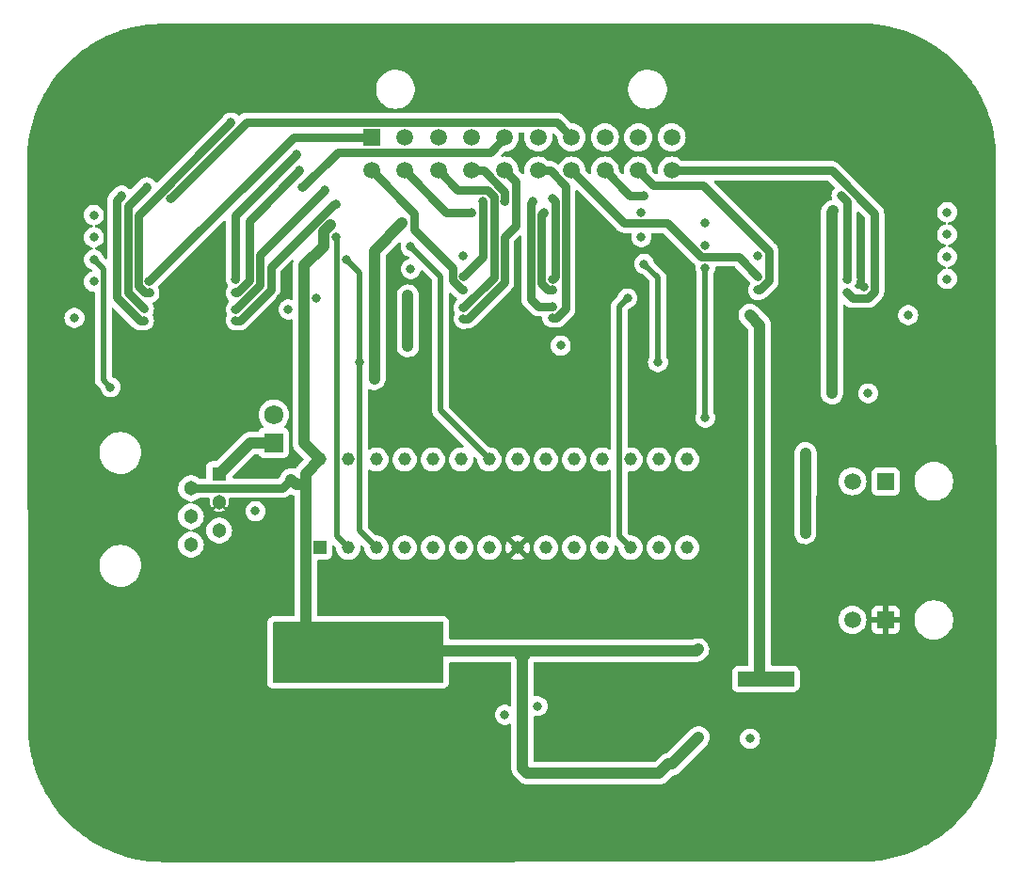
<source format=gbr>
%TF.GenerationSoftware,KiCad,Pcbnew,7.0.10*%
%TF.CreationDate,2024-02-07T01:22:45-06:00*%
%TF.ProjectId,Resistor Bank Control Board,52657369-7374-46f7-9220-42616e6b2043,rev?*%
%TF.SameCoordinates,Original*%
%TF.FileFunction,Copper,L2,Inr*%
%TF.FilePolarity,Positive*%
%FSLAX46Y46*%
G04 Gerber Fmt 4.6, Leading zero omitted, Abs format (unit mm)*
G04 Created by KiCad (PCBNEW 7.0.10) date 2024-02-07 01:22:45*
%MOMM*%
%LPD*%
G01*
G04 APERTURE LIST*
%TA.AperFunction,ComponentPad*%
%ADD10R,1.725000X1.725000*%
%TD*%
%TA.AperFunction,ComponentPad*%
%ADD11C,1.725000*%
%TD*%
%TA.AperFunction,ComponentPad*%
%ADD12C,9.000000*%
%TD*%
%TA.AperFunction,ComponentPad*%
%ADD13R,1.159000X1.159000*%
%TD*%
%TA.AperFunction,ComponentPad*%
%ADD14C,1.159000*%
%TD*%
%TA.AperFunction,ComponentPad*%
%ADD15R,1.520000X1.520000*%
%TD*%
%TA.AperFunction,ComponentPad*%
%ADD16C,1.520000*%
%TD*%
%TA.AperFunction,ComponentPad*%
%ADD17R,1.303000X1.303000*%
%TD*%
%TA.AperFunction,ComponentPad*%
%ADD18C,1.303000*%
%TD*%
%TA.AperFunction,ViaPad*%
%ADD19C,0.800000*%
%TD*%
%TA.AperFunction,ViaPad*%
%ADD20C,1.500000*%
%TD*%
%TA.AperFunction,Conductor*%
%ADD21C,1.000000*%
%TD*%
%TA.AperFunction,Conductor*%
%ADD22C,0.750000*%
%TD*%
%TA.AperFunction,Conductor*%
%ADD23C,0.500000*%
%TD*%
%TA.AperFunction,Conductor*%
%ADD24C,0.250000*%
%TD*%
G04 APERTURE END LIST*
D10*
%TO.N,MCLR*%
%TO.C,JP1*%
X101930000Y-108760000D03*
D11*
%TO.N,Net-(JP1-B)*%
X101930000Y-106220000D03*
%TD*%
D12*
%TO.N,GND*%
%TO.C,H1*%
X89250000Y-79750000D03*
%TD*%
%TO.N,GND*%
%TO.C,H3*%
X157100000Y-137300000D03*
%TD*%
D13*
%TO.N,Net-(IC25-MCLR{slash}VPP{slash}RA5)*%
%TO.C,IC25*%
X106090000Y-118188000D03*
D14*
%TO.N,IN0*%
X108630000Y-118188000D03*
%TO.N,IN1*%
X111170000Y-118188000D03*
%TO.N,PGD*%
X113710000Y-118188000D03*
%TO.N,PGC*%
X116250000Y-118188000D03*
%TO.N,I2C_SDA*%
X118790000Y-118188000D03*
%TO.N,I2C_SCLK*%
X121330000Y-118188000D03*
%TO.N,GND*%
X123870000Y-118188000D03*
%TO.N,Net-(IC25-OSCI{slash}CLKI{slash}AN13{slash}CN30{slash}RA2)*%
X126410000Y-118188000D03*
%TO.N,Net-(IC25-OSCO{slash}CLKO{slash}AN14{slash}CN29{slash}RA3)*%
X128950000Y-118188000D03*
%TO.N,unconnected-(IC25-SOSCI{slash}AN15{slash}~{U2RTS}{slash}U2BCLK{slash}CN1{slash}RB4-Pad11)*%
X131490000Y-118188000D03*
%TO.N,IDLE*%
X134030000Y-118188000D03*
%TO.N,Net-(IC25-VDD)*%
X136570000Y-118188000D03*
%TO.N,unconnected-(IC25-PGED3{slash}AN17{slash}ASDA1{slash}SCK2{slash}IC4{slash}OC1E{slash}CLCINA{slash}CN27{slash}RB5-Pad14)*%
X139110000Y-118188000D03*
%TO.N,Net-(D4-K)*%
X139110000Y-110250000D03*
%TO.N,Net-(D3-K)*%
X136570000Y-110250000D03*
%TO.N,Net-(D2-K)*%
X134030000Y-110250000D03*
%TO.N,unconnected-(IC25-AN21{slash}SDA1{slash}T1CK{slash}U1RTS{slash}U1BCLK{slash}IC2{slash}OC4{slash}CLC1O{slash}CTED4{slash}CN21{slash}RB9-Pad18)*%
X131490000Y-110250000D03*
%TO.N,unconnected-(IC25-SDI2{slash}IC1{slash}OC5{slash}CLC2O{slash}CTED3{slash}CN9{slash}RA7-Pad19)*%
X128950000Y-110250000D03*
%TO.N,Net-(IC25-VCAP_OR_VDDCORE)*%
X126410000Y-110250000D03*
%TO.N,SPI_MISO*%
X123870000Y-110250000D03*
%TO.N,SPI_SCLK*%
X121330000Y-110250000D03*
%TO.N,unconnected-(IC25-DAC1OUT{slash}AN12{slash}HLVDIN{slash}~{SS2}{slash}IC3{slash}OC2B{slash}CTED2{slash}INT2{slash}CN14{slash}RB12-Pad23)*%
X118790000Y-110250000D03*
%TO.N,SPI_MOSI*%
X116250000Y-110250000D03*
%TO.N,unconnected-(IC25-DAC2OUT{slash}CVREF{slash}OA1IND{slash}OA2IND{slash}AN10{slash}C3INB{slash}RTCC{slash}C1OUT{slash}OCFA{slash}CTED5{slash}INT1{slash}CN12{slash}RB14-Pad25)*%
X113710000Y-110250000D03*
%TO.N,SPI_SS*%
X111170000Y-110250000D03*
%TO.N,GND*%
X108630000Y-110250000D03*
%TO.N,+5V*%
X106090000Y-110250000D03*
%TD*%
D15*
%TO.N,I2C_SCLK*%
%TO.C,J2*%
X156994600Y-112221750D03*
D16*
%TO.N,I2C_SDA*%
X153994600Y-112221750D03*
%TD*%
D15*
%TO.N,GND*%
%TO.C,J4*%
X156994600Y-124693500D03*
D16*
%TO.N,Net-(J4-Pin_2)*%
X153994600Y-124693500D03*
%TD*%
D15*
%TO.N,Gate 1*%
%TO.C,J1*%
X110721750Y-81255400D03*
D16*
%TO.N,Gate 2*%
X113721750Y-81255400D03*
%TO.N,Gate 3*%
X116721750Y-81255400D03*
%TO.N,Gate 4*%
X119721750Y-81255400D03*
%TO.N,Gate 5*%
X122721750Y-81255400D03*
%TO.N,Gate 6*%
X125721750Y-81255400D03*
%TO.N,Gate 7*%
X128721750Y-81255400D03*
%TO.N,Gate 8*%
X131721750Y-81255400D03*
%TO.N,Gate 9*%
X134721750Y-81255400D03*
%TO.N,Gate 10*%
X137721750Y-81255400D03*
%TO.N,Gate 11*%
X110721750Y-84255400D03*
%TO.N,Gate 12*%
X113721750Y-84255400D03*
%TO.N,Gate 13*%
X116721750Y-84255400D03*
%TO.N,Gate 14*%
X119721750Y-84255400D03*
%TO.N,Gate 15*%
X122721750Y-84255400D03*
%TO.N,Gate 16*%
X125721750Y-84255400D03*
%TO.N,Gate 17*%
X128721750Y-84255400D03*
%TO.N,Gate 18*%
X131721750Y-84255400D03*
%TO.N,Gate 19*%
X134721750Y-84255400D03*
%TO.N,Gate 20*%
X137721750Y-84255400D03*
%TD*%
D12*
%TO.N,GND*%
%TO.C,H4*%
X89200000Y-137300000D03*
%TD*%
D17*
%TO.N,MCLR*%
%TO.C,J3*%
X97020000Y-111570000D03*
D18*
%TO.N,+5V*%
X94480000Y-112840000D03*
%TO.N,GND*%
X97020000Y-114110000D03*
%TO.N,PGD*%
X94480000Y-115380000D03*
%TO.N,PGC*%
X97020000Y-116650000D03*
%TO.N,unconnected-(J3-Pad6)*%
X94480000Y-117920000D03*
%TD*%
D12*
%TO.N,GND*%
%TO.C,H2*%
X157150000Y-79750000D03*
%TD*%
D19*
%TO.N,+24V*%
X146843332Y-130020000D03*
X114000000Y-95500000D03*
X103250000Y-96750000D03*
X148030000Y-130020000D03*
X144750000Y-97250000D03*
X122720000Y-133240000D03*
X145656666Y-130020000D03*
X159000000Y-97250000D03*
X114000000Y-100049500D03*
X144470000Y-130020000D03*
X127750000Y-100000000D03*
X84000000Y-97500000D03*
%TO.N,GND*%
X130750000Y-97250000D03*
X155000000Y-94750000D03*
X102500000Y-95750000D03*
%TO.N,+5V*%
X152250000Y-87900000D03*
X140100000Y-127350000D03*
X152140000Y-104300000D03*
X149760000Y-109690000D03*
X110480000Y-127460000D03*
X149770000Y-113280000D03*
X162500000Y-88000000D03*
X155400000Y-104300000D03*
X109080000Y-127460000D03*
X103490000Y-112040000D03*
X135000000Y-88000000D03*
X106280000Y-127460000D03*
X107000000Y-89099500D03*
X107680000Y-127460000D03*
X137440000Y-137680000D03*
X149750000Y-116870000D03*
X140160000Y-135270000D03*
X111880000Y-127460000D03*
D20*
X124310000Y-127740000D03*
D19*
%TO.N,Gate 1*%
X90715407Y-94242138D03*
%TO.N,Gate 2*%
X98500000Y-93999500D03*
X104000000Y-82750000D03*
%TO.N,Gate 3*%
X98079600Y-79920400D03*
X90750000Y-95250000D03*
%TO.N,SPI_MOSI*%
X87250000Y-103750000D03*
X85750000Y-92250000D03*
%TO.N,SPI_CHAIN*%
X85750000Y-94250000D03*
X119000000Y-91900500D03*
%TO.N,Gate 4*%
X104250000Y-84250000D03*
X98500000Y-95250000D03*
%TO.N,Gate 5*%
X90250000Y-96699500D03*
X90500000Y-85750000D03*
X104500000Y-85750000D03*
%TO.N,Gate 6*%
X106500000Y-86000000D03*
X98500000Y-96750000D03*
%TO.N,Gate 7*%
X90250000Y-97750000D03*
X92653859Y-86725000D03*
X88250000Y-86500000D03*
%TO.N,Gate 8*%
X98500000Y-97750000D03*
X107500000Y-87250000D03*
%TO.N,SPI_SS*%
X140750000Y-89000000D03*
X111000000Y-103000000D03*
X85750000Y-88250000D03*
X113500000Y-89000000D03*
%TO.N,SPI_SCLK*%
X85750000Y-90250000D03*
X114250000Y-91099500D03*
X140750000Y-91000000D03*
%TO.N,Gate 9*%
X120750000Y-87000000D03*
X119000000Y-93750000D03*
%TO.N,Gate 10*%
X127000000Y-86750000D03*
X127000000Y-94000000D03*
%TO.N,Gate 11*%
X119000000Y-95000000D03*
%TO.N,Gate 12*%
X119750000Y-88000000D03*
X126250000Y-88000000D03*
X127000000Y-95000000D03*
%TO.N,Gate 13*%
X119000000Y-96599500D03*
%TO.N,SPI_MISO*%
X140750000Y-93000000D03*
X140750000Y-106500000D03*
%TO.N,Gate 14*%
X127000000Y-96500000D03*
X125250000Y-87000000D03*
X122700000Y-87000000D03*
%TO.N,Gate 15*%
X119000000Y-97599003D03*
%TO.N,Gate 16*%
X127000000Y-97499503D03*
%TO.N,Gate 17*%
X145500000Y-93750000D03*
%TO.N,Gate 18*%
X135250000Y-86500000D03*
X153500000Y-94000000D03*
X153000000Y-86500000D03*
%TO.N,Gate 19*%
X145500000Y-95000000D03*
%TO.N,Gate 20*%
X153500000Y-95250000D03*
%TO.N,Net-(IC23-EN)*%
X125660000Y-132460000D03*
X144780000Y-135390000D03*
%TO.N,MCLR*%
X100280000Y-114910000D03*
%TO.N,IN0*%
X162500000Y-90000000D03*
X135000000Y-90250000D03*
X107500000Y-90250000D03*
%TO.N,IN1*%
X136500000Y-101500000D03*
X108500000Y-92250000D03*
X162500000Y-92000000D03*
X135250000Y-92649500D03*
X109659500Y-101500000D03*
%TO.N,IDLE*%
X162500000Y-94000000D03*
X133750000Y-95750000D03*
X105750000Y-95750000D03*
%TO.N,SPI_CHAIN2*%
X114250000Y-93099500D03*
X145500000Y-91900500D03*
%TD*%
D21*
%TO.N,+24V*%
X114000000Y-100049500D02*
X114000000Y-95500000D01*
X145656666Y-98156666D02*
X144750000Y-97250000D01*
X145656666Y-130020000D02*
X145656666Y-107156666D01*
X145656666Y-107156666D02*
X145656666Y-98156666D01*
%TO.N,+5V*%
X111880000Y-127460000D02*
X135030000Y-127460000D01*
X139990000Y-127460000D02*
X140100000Y-127350000D01*
X106400000Y-89699500D02*
X107000000Y-89099500D01*
X136610000Y-138510000D02*
X137440000Y-137680000D01*
D22*
X94480000Y-112840000D02*
X102690000Y-112840000D01*
D21*
X104810500Y-111529500D02*
X106090000Y-110250000D01*
X124310000Y-127740000D02*
X124310000Y-138060000D01*
X106280000Y-127460000D02*
X104810500Y-125990500D01*
X104650000Y-92792031D02*
X106400000Y-91042031D01*
X135030000Y-127460000D02*
X139990000Y-127460000D01*
X124310000Y-138060000D02*
X124760000Y-138510000D01*
X104650000Y-108810000D02*
X104650000Y-92792031D01*
X104810500Y-112530000D02*
X104810500Y-111529500D01*
X152140000Y-104300000D02*
X152140000Y-88010000D01*
X137750000Y-137680000D02*
X140160000Y-135270000D01*
X106400000Y-91042031D02*
X106400000Y-89699500D01*
D22*
X102690000Y-112840000D02*
X103490000Y-112040000D01*
D21*
X124760000Y-138510000D02*
X136610000Y-138510000D01*
X152140000Y-88010000D02*
X152250000Y-87900000D01*
X149750000Y-113300000D02*
X149770000Y-113280000D01*
X149770000Y-109700000D02*
X149760000Y-109690000D01*
X103980000Y-112530000D02*
X103490000Y-112040000D01*
X149750000Y-116870000D02*
X149750000Y-113300000D01*
X104810500Y-125990500D02*
X104810500Y-112530000D01*
X106090000Y-110250000D02*
X104650000Y-108810000D01*
X149770000Y-113280000D02*
X149770000Y-109700000D01*
X137440000Y-137680000D02*
X137750000Y-137680000D01*
X104810500Y-112530000D02*
X103980000Y-112530000D01*
D22*
%TO.N,Gate 1*%
X103702145Y-81255400D02*
X90715407Y-94242138D01*
X110721750Y-81255400D02*
X103702145Y-81255400D01*
%TO.N,Gate 2*%
X104000000Y-82750000D02*
X98500000Y-88250000D01*
X98500000Y-88250000D02*
X98500000Y-93999500D01*
%TO.N,Gate 3*%
X90344410Y-95250000D02*
X90750000Y-95250000D01*
X89740407Y-94645997D02*
X90344410Y-95250000D01*
X89740407Y-88259593D02*
X89740407Y-94645997D01*
X98079600Y-79920400D02*
X89740407Y-88259593D01*
D23*
%TO.N,SPI_MOSI*%
X87250000Y-103750000D02*
X86600000Y-103100000D01*
X86600000Y-103100000D02*
X86600000Y-93100000D01*
X86600000Y-93100000D02*
X85750000Y-92250000D01*
D22*
%TO.N,Gate 4*%
X99750000Y-88750000D02*
X99750000Y-94128359D01*
X98628359Y-95250000D02*
X98500000Y-95250000D01*
X104250000Y-84250000D02*
X99750000Y-88750000D01*
X99750000Y-94128359D02*
X98628359Y-95250000D01*
%TO.N,Gate 5*%
X88790407Y-95239907D02*
X90250000Y-96699500D01*
X122721750Y-81255400D02*
X121386750Y-82590400D01*
X90500000Y-85750000D02*
X88790407Y-87459593D01*
X107659600Y-82590400D02*
X104500000Y-85750000D01*
X121386750Y-82590400D02*
X107659600Y-82590400D01*
X88790407Y-87459593D02*
X88790407Y-95239907D01*
%TO.N,Gate 6*%
X100700000Y-91800000D02*
X100700000Y-94550000D01*
X106500000Y-86000000D02*
X100700000Y-91800000D01*
X100700000Y-94550000D02*
X98500000Y-96750000D01*
%TO.N,Gate 7*%
X87840407Y-95668766D02*
X89921641Y-97750000D01*
X128721750Y-81255400D02*
X127386750Y-79920400D01*
X127386750Y-79920400D02*
X99458459Y-79920400D01*
X89921641Y-97750000D02*
X90250000Y-97750000D01*
X99458459Y-79920400D02*
X92653859Y-86725000D01*
X88250000Y-86500000D02*
X87840407Y-86909593D01*
X87840407Y-86909593D02*
X87840407Y-95668766D01*
D24*
%TO.N,Gate 8*%
X98500000Y-97750000D02*
X98525305Y-97750000D01*
D22*
X101650000Y-92929220D02*
X101650000Y-94978859D01*
X107329220Y-87250000D02*
X101650000Y-92929220D01*
X101650000Y-94978859D02*
X98878859Y-97750000D01*
X98878859Y-97750000D02*
X98500000Y-97750000D01*
X107500000Y-87250000D02*
X107329220Y-87250000D01*
D21*
%TO.N,SPI_SS*%
X111000000Y-91500000D02*
X113500000Y-89000000D01*
X111000000Y-103000000D02*
X111000000Y-91500000D01*
D23*
%TO.N,SPI_SCLK*%
X116925000Y-93774500D02*
X116925000Y-105845000D01*
X116925000Y-105845000D02*
X121330000Y-110250000D01*
X114250000Y-91099500D02*
X116925000Y-93774500D01*
D22*
%TO.N,Gate 9*%
X120750000Y-87000000D02*
X120750000Y-92000000D01*
X120750000Y-92000000D02*
X119000000Y-93750000D01*
%TO.N,Gate 10*%
X127225000Y-93775000D02*
X127000000Y-94000000D01*
X127000000Y-86750000D02*
X127225000Y-86975000D01*
X127225000Y-86975000D02*
X127225000Y-93775000D01*
%TO.N,Gate 11*%
X118871141Y-95000000D02*
X119000000Y-95000000D01*
X114575001Y-89575002D02*
X118025000Y-93025001D01*
X110721750Y-84255400D02*
X114575001Y-88108651D01*
X114575001Y-88108651D02*
X114575001Y-89575002D01*
X118025000Y-94153859D02*
X118871141Y-95000000D01*
X118025000Y-93025001D02*
X118025000Y-94153859D01*
%TO.N,Gate 12*%
X126250000Y-88000000D02*
X126025000Y-88225000D01*
X126025000Y-94403859D02*
X126621141Y-95000000D01*
X126025000Y-88225000D02*
X126025000Y-94403859D01*
X117466350Y-88000000D02*
X119750000Y-88000000D01*
X126621141Y-95000000D02*
X127000000Y-95000000D01*
X113721750Y-84255400D02*
X117466350Y-88000000D01*
D24*
X127000000Y-95000000D02*
X126974695Y-95000000D01*
D22*
%TO.N,Gate 13*%
X121725000Y-93874500D02*
X119000000Y-96599500D01*
X118491350Y-86025000D02*
X121153859Y-86025000D01*
X121725000Y-86596141D02*
X121725000Y-93874500D01*
X116721750Y-84255400D02*
X118491350Y-86025000D01*
X121153859Y-86025000D02*
X121725000Y-86596141D01*
D23*
%TO.N,SPI_MISO*%
X140750000Y-93000000D02*
X140750000Y-106500000D01*
D22*
%TO.N,Gate 14*%
X125075000Y-87175000D02*
X125075000Y-95825000D01*
X119721750Y-84255400D02*
X120796552Y-84255400D01*
X125750000Y-96500000D02*
X127000000Y-96500000D01*
X125250000Y-87000000D02*
X125075000Y-87175000D01*
X120796552Y-84255400D02*
X122700000Y-86158848D01*
X122700000Y-86158848D02*
X122700000Y-87000000D01*
X125075000Y-95825000D02*
X125750000Y-96500000D01*
%TO.N,Gate 15*%
X119379356Y-97599003D02*
X119000000Y-97599003D01*
X123675000Y-85208650D02*
X123675000Y-89196141D01*
X122675000Y-90196141D02*
X122675000Y-94303358D01*
X122721750Y-84255400D02*
X123675000Y-85208650D01*
D24*
X119000000Y-97599003D02*
X119025802Y-97599003D01*
D22*
X122675000Y-94303358D02*
X119379356Y-97599003D01*
X123675000Y-89196141D02*
X122675000Y-90196141D01*
%TO.N,Gate 16*%
X128175000Y-85633848D02*
X128175000Y-96703859D01*
X125721750Y-84255400D02*
X126796552Y-84255400D01*
D24*
X127000000Y-97499503D02*
X127025802Y-97499503D01*
D22*
X126796552Y-84255400D02*
X128175000Y-85633848D01*
X127379356Y-97499503D02*
X127000000Y-97499503D01*
X128175000Y-96703859D02*
X127379356Y-97499503D01*
%TO.N,Gate 17*%
X133441350Y-88975000D02*
X137346141Y-88975000D01*
X143750000Y-92000000D02*
X145500000Y-93750000D01*
X128721750Y-84255400D02*
X133441350Y-88975000D01*
X140371141Y-92000000D02*
X143750000Y-92000000D01*
X137346141Y-88975000D02*
X140371141Y-92000000D01*
%TO.N,Gate 18*%
X133966350Y-86500000D02*
X135250000Y-86500000D01*
X153000000Y-86500000D02*
X153500000Y-87000000D01*
X131721750Y-84255400D02*
X133966350Y-86500000D01*
X153500000Y-87000000D02*
X153500000Y-94000000D01*
%TO.N,Gate 19*%
X140568759Y-85590400D02*
X146475000Y-91496641D01*
X146475000Y-94153859D02*
X145628859Y-95000000D01*
X136056750Y-85590400D02*
X140568759Y-85590400D01*
X145628859Y-95000000D02*
X145500000Y-95000000D01*
X134721750Y-84255400D02*
X136056750Y-85590400D01*
X146475000Y-91496641D02*
X146475000Y-94153859D01*
%TO.N,Gate 20*%
X155403859Y-95725000D02*
X153975000Y-95725000D01*
X137721750Y-84255400D02*
X152134259Y-84255400D01*
X152134259Y-84255400D02*
X155975000Y-88096141D01*
X153975000Y-95725000D02*
X153500000Y-95250000D01*
X155975000Y-88096141D02*
X155975000Y-95153859D01*
X155975000Y-95153859D02*
X155403859Y-95725000D01*
D21*
%TO.N,MCLR*%
X97020000Y-111570000D02*
X97020000Y-111650000D01*
X101930000Y-108760000D02*
X99830000Y-108760000D01*
X99830000Y-108760000D02*
X97020000Y-111570000D01*
D23*
%TO.N,IN0*%
X108630000Y-118188000D02*
X107600500Y-117158500D01*
X107600500Y-117158500D02*
X107600500Y-90350500D01*
%TO.N,IN1*%
X109659500Y-116677500D02*
X109659500Y-101500000D01*
X108500000Y-92250000D02*
X109659500Y-93409500D01*
X111170000Y-118188000D02*
X109659500Y-116677500D01*
X136500000Y-93899500D02*
X135250000Y-92649500D01*
X109659500Y-93409500D02*
X109659500Y-101500000D01*
X136500000Y-101500000D02*
X136500000Y-93899500D01*
%TO.N,IDLE*%
X133000500Y-117158500D02*
X133000500Y-96499500D01*
X133000500Y-96499500D02*
X133750000Y-95750000D01*
X134030000Y-118188000D02*
X133000500Y-117158500D01*
%TD*%
%TA.AperFunction,Conductor*%
%TO.N,GND*%
G36*
X154580703Y-87940434D02*
G01*
X154587181Y-87946466D01*
X155063181Y-88422466D01*
X155096666Y-88483789D01*
X155099500Y-88510147D01*
X155099500Y-94725500D01*
X155079815Y-94792539D01*
X155027011Y-94838294D01*
X154975500Y-94849500D01*
X154389006Y-94849500D01*
X154321967Y-94829815D01*
X154301325Y-94813181D01*
X154280418Y-94792274D01*
X154260711Y-94766591D01*
X154256611Y-94759490D01*
X154232533Y-94717784D01*
X154223698Y-94707972D01*
X154193469Y-94644981D01*
X154202093Y-94575646D01*
X154223699Y-94542027D01*
X154232533Y-94532216D01*
X154327179Y-94368284D01*
X154385674Y-94188256D01*
X154405460Y-94000000D01*
X154385674Y-93811744D01*
X154381567Y-93799105D01*
X154375500Y-93760792D01*
X154375500Y-88034147D01*
X154395185Y-87967108D01*
X154447989Y-87921353D01*
X154517147Y-87911409D01*
X154580703Y-87940434D01*
G37*
%TD.AperFunction*%
%TA.AperFunction,Conductor*%
G36*
X154713455Y-71000549D02*
G01*
X155161860Y-71013130D01*
X155289012Y-71016839D01*
X155332606Y-71018111D01*
X155336199Y-71018268D01*
X155347351Y-71018917D01*
X155473870Y-71026286D01*
X155476902Y-71026502D01*
X155784249Y-71052426D01*
X156040675Y-71074861D01*
X156044263Y-71075227D01*
X156095622Y-71081229D01*
X156159618Y-71088709D01*
X156162477Y-71089078D01*
X156465797Y-71131899D01*
X156466026Y-71131932D01*
X156552176Y-71144551D01*
X156744073Y-71172660D01*
X156747627Y-71173233D01*
X156839188Y-71189378D01*
X156841730Y-71189855D01*
X157147954Y-71250766D01*
X157148194Y-71250815D01*
X157382552Y-71299206D01*
X157440562Y-71311184D01*
X157444084Y-71311964D01*
X157509802Y-71327539D01*
X157511940Y-71328068D01*
X157824242Y-71408627D01*
X157825226Y-71408886D01*
X158127853Y-71489974D01*
X158131284Y-71490946D01*
X158168605Y-71502120D01*
X158170600Y-71502737D01*
X158491399Y-71604984D01*
X158492727Y-71605415D01*
X158803606Y-71708429D01*
X158806908Y-71709577D01*
X158812758Y-71711706D01*
X158814336Y-71712294D01*
X159147002Y-71839278D01*
X159148360Y-71839807D01*
X159418020Y-71946935D01*
X159455695Y-71961903D01*
X159460558Y-71963956D01*
X159675667Y-72060211D01*
X159788252Y-72110589D01*
X159789988Y-72111382D01*
X160090344Y-72251439D01*
X160094775Y-72253616D01*
X160413304Y-72418171D01*
X160415189Y-72419166D01*
X160707344Y-72576694D01*
X160711495Y-72579036D01*
X161019840Y-72760923D01*
X161021923Y-72762179D01*
X161304836Y-72936681D01*
X161308549Y-72939066D01*
X161606065Y-73137859D01*
X161608242Y-73139348D01*
X161663951Y-73178356D01*
X161880655Y-73330092D01*
X161884094Y-73332589D01*
X162040329Y-73450168D01*
X162169796Y-73547601D01*
X162172115Y-73549389D01*
X162403453Y-73732307D01*
X162433113Y-73755759D01*
X162436205Y-73758286D01*
X162709299Y-73988892D01*
X162711733Y-73991002D01*
X162960382Y-74212280D01*
X162963134Y-74214805D01*
X163222799Y-74460296D01*
X163225293Y-74462721D01*
X163460630Y-74698057D01*
X163463055Y-74700550D01*
X163708580Y-74960250D01*
X163711105Y-74963003D01*
X163932365Y-75211629D01*
X163934472Y-75214060D01*
X164163273Y-75485014D01*
X164165069Y-75487140D01*
X164167596Y-75490233D01*
X164373954Y-75751214D01*
X164375753Y-75753545D01*
X164590816Y-76039312D01*
X164593260Y-76042679D01*
X164769289Y-76294073D01*
X164783992Y-76315071D01*
X164785519Y-76317303D01*
X164984294Y-76614789D01*
X164986730Y-76618583D01*
X165161151Y-76901361D01*
X165162416Y-76903457D01*
X165344327Y-77211840D01*
X165346669Y-77215990D01*
X165367666Y-77254930D01*
X165504226Y-77508195D01*
X165505224Y-77510086D01*
X165669729Y-77828517D01*
X165671944Y-77833026D01*
X165811993Y-78133358D01*
X165812796Y-78135116D01*
X165959415Y-78462776D01*
X165961469Y-78467641D01*
X166083544Y-78774919D01*
X166084152Y-78776480D01*
X166210329Y-79107026D01*
X166211006Y-79108842D01*
X166214116Y-79117388D01*
X166215298Y-79120789D01*
X166317993Y-79430705D01*
X166318431Y-79432053D01*
X166420042Y-79750852D01*
X166420688Y-79752943D01*
X166432726Y-79793151D01*
X166433711Y-79796622D01*
X166514502Y-80098137D01*
X166514797Y-80099258D01*
X166594808Y-80409430D01*
X166595396Y-80411807D01*
X166611683Y-80480529D01*
X166612463Y-80484050D01*
X166672541Y-80775006D01*
X166672720Y-80775889D01*
X166733152Y-81079697D01*
X166733651Y-81082355D01*
X166750359Y-81177104D01*
X166750934Y-81180667D01*
X166791489Y-81457536D01*
X166791580Y-81458172D01*
X166834042Y-81758931D01*
X166834422Y-81761870D01*
X166848299Y-81880595D01*
X166848665Y-81884184D01*
X166870989Y-82139349D01*
X166871022Y-82139734D01*
X166896731Y-82444523D01*
X166896960Y-82447735D01*
X166905160Y-82588524D01*
X166905318Y-82592127D01*
X166910825Y-82781362D01*
X166910814Y-82781403D01*
X166910828Y-82781490D01*
X166922799Y-83208077D01*
X166922848Y-83211555D01*
X166922848Y-83262715D01*
X166922925Y-83263427D01*
X166999497Y-134248179D01*
X166999448Y-134251843D01*
X166986491Y-134713665D01*
X166986487Y-134713798D01*
X166981955Y-134869342D01*
X166981798Y-134872941D01*
X166973638Y-135013040D01*
X166973409Y-135016252D01*
X166946944Y-135330006D01*
X166946911Y-135330391D01*
X166925299Y-135577421D01*
X166924932Y-135581010D01*
X166911164Y-135698796D01*
X166910785Y-135701734D01*
X166867469Y-136008560D01*
X166867378Y-136009197D01*
X166827584Y-136280875D01*
X166827009Y-136284437D01*
X166810455Y-136378315D01*
X166809956Y-136380973D01*
X166748620Y-136689330D01*
X166748441Y-136690214D01*
X166689133Y-136977446D01*
X166688353Y-136980967D01*
X166672258Y-137048877D01*
X166671670Y-137051254D01*
X166590726Y-137365045D01*
X166590431Y-137366165D01*
X166510414Y-137664795D01*
X166509430Y-137668266D01*
X166497614Y-137707734D01*
X166496967Y-137709826D01*
X166394344Y-138031800D01*
X166393906Y-138033147D01*
X166292030Y-138340596D01*
X166290843Y-138344011D01*
X166288010Y-138351793D01*
X166287338Y-138353596D01*
X166160088Y-138686959D01*
X166159480Y-138688520D01*
X166038327Y-138993477D01*
X166036273Y-138998342D01*
X165888731Y-139328067D01*
X165887928Y-139329824D01*
X165748861Y-139628056D01*
X165746646Y-139632566D01*
X165581182Y-139952852D01*
X165580160Y-139954789D01*
X165423620Y-140245110D01*
X165421278Y-140249260D01*
X165238378Y-140559321D01*
X165237114Y-140561417D01*
X165063728Y-140842519D01*
X165061291Y-140846312D01*
X164861531Y-141145276D01*
X164860004Y-141147509D01*
X164670326Y-141418398D01*
X164667828Y-141421838D01*
X164451777Y-141708919D01*
X164449968Y-141711265D01*
X164244715Y-141970851D01*
X164242188Y-141973943D01*
X164010477Y-142248344D01*
X164008367Y-142250778D01*
X163788293Y-142498073D01*
X163785768Y-142500826D01*
X163539057Y-142761781D01*
X163536632Y-142764274D01*
X163302596Y-142998311D01*
X163300103Y-143000736D01*
X163039118Y-143247476D01*
X163036365Y-143250001D01*
X162789133Y-143470019D01*
X162786700Y-143472128D01*
X162512233Y-143703896D01*
X162509140Y-143706423D01*
X162249641Y-143911609D01*
X162247296Y-143913419D01*
X161960153Y-144129518D01*
X161956712Y-144132016D01*
X161685846Y-144321678D01*
X161683614Y-144323205D01*
X161384618Y-144522988D01*
X161380824Y-144525424D01*
X161099745Y-144698797D01*
X161097649Y-144700062D01*
X160787596Y-144882958D01*
X160783446Y-144885300D01*
X160493074Y-145041868D01*
X160491137Y-145042890D01*
X160170919Y-145208319D01*
X160166410Y-145210534D01*
X159868122Y-145349630D01*
X159866364Y-145350433D01*
X159536663Y-145497965D01*
X159531798Y-145500019D01*
X159226836Y-145621173D01*
X159225275Y-145621781D01*
X158891901Y-145749036D01*
X158890101Y-145749707D01*
X158882358Y-145752526D01*
X158878940Y-145753714D01*
X158571498Y-145855589D01*
X158570152Y-145856027D01*
X158248132Y-145958666D01*
X158246042Y-145959312D01*
X158215123Y-145968569D01*
X158206586Y-145971125D01*
X158203127Y-145972106D01*
X157904517Y-146052117D01*
X157903397Y-146052412D01*
X157589549Y-146133371D01*
X157587174Y-146133958D01*
X157519289Y-146150048D01*
X157515766Y-146150829D01*
X157228601Y-146210123D01*
X157227718Y-146210302D01*
X156919311Y-146271649D01*
X156916651Y-146272148D01*
X156822763Y-146288703D01*
X156819203Y-146289278D01*
X156547320Y-146329104D01*
X156546682Y-146329195D01*
X156240077Y-146372481D01*
X156237139Y-146372860D01*
X156119342Y-146386629D01*
X156115753Y-146386996D01*
X155868714Y-146408609D01*
X155868329Y-146408642D01*
X155554562Y-146435108D01*
X155551351Y-146435337D01*
X155411423Y-146443488D01*
X155407819Y-146443646D01*
X155244227Y-146448407D01*
X155244098Y-146448410D01*
X154790965Y-146461125D01*
X154787563Y-146461174D01*
X92040092Y-146499497D01*
X92036538Y-146499448D01*
X91558646Y-146486040D01*
X91558602Y-146486026D01*
X91558518Y-146486037D01*
X91418850Y-146481972D01*
X91415247Y-146481814D01*
X91276247Y-146473718D01*
X91273035Y-146473489D01*
X90950296Y-146446266D01*
X90949911Y-146446233D01*
X90710909Y-146425324D01*
X90707320Y-146424957D01*
X90590533Y-146411306D01*
X90587595Y-146410927D01*
X90275217Y-146366827D01*
X90274579Y-146366736D01*
X90007456Y-146327608D01*
X90003895Y-146327033D01*
X89911074Y-146310666D01*
X89908416Y-146310167D01*
X89595742Y-146247972D01*
X89594858Y-146247793D01*
X89310871Y-146189155D01*
X89307348Y-146188374D01*
X89240653Y-146172566D01*
X89238279Y-146171979D01*
X88920775Y-146090078D01*
X88919654Y-146089783D01*
X88623495Y-146010428D01*
X88620022Y-146009443D01*
X88581940Y-145998041D01*
X88579850Y-145997395D01*
X88254526Y-145893706D01*
X88253178Y-145893268D01*
X87947690Y-145792040D01*
X87944290Y-145790858D01*
X87938000Y-145788569D01*
X87936183Y-145787892D01*
X87711238Y-145702026D01*
X87599669Y-145659438D01*
X87598190Y-145658861D01*
X87468521Y-145607347D01*
X87295362Y-145538555D01*
X87290497Y-145536501D01*
X86958845Y-145388096D01*
X86957087Y-145387293D01*
X86660800Y-145249132D01*
X86656291Y-145246917D01*
X86334200Y-145080521D01*
X86332264Y-145079499D01*
X86245989Y-145032980D01*
X86043787Y-144923953D01*
X86039688Y-144921641D01*
X85727907Y-144737727D01*
X85725826Y-144736470D01*
X85446391Y-144564112D01*
X85442597Y-144561676D01*
X85142099Y-144360890D01*
X85139867Y-144359363D01*
X84870506Y-144170755D01*
X84867082Y-144168268D01*
X84578517Y-143951101D01*
X84576325Y-143949410D01*
X84318078Y-143745216D01*
X84314995Y-143742696D01*
X84039262Y-143509861D01*
X84036828Y-143507751D01*
X83994429Y-143470019D01*
X83790840Y-143288840D01*
X83788144Y-143286368D01*
X83525920Y-143038456D01*
X83523427Y-143036031D01*
X83290630Y-142803234D01*
X83288205Y-142800741D01*
X83139107Y-142643036D01*
X83040271Y-142538494D01*
X83037796Y-142535795D01*
X82818881Y-142289803D01*
X82816820Y-142287424D01*
X82583955Y-142011657D01*
X82581435Y-142008574D01*
X82554052Y-141973943D01*
X82377309Y-141750414D01*
X82375500Y-141748068D01*
X82158380Y-141459566D01*
X82155907Y-141456162D01*
X81967251Y-141186733D01*
X81965822Y-141184643D01*
X81764961Y-140884034D01*
X81762535Y-140880257D01*
X81590172Y-140600813D01*
X81588931Y-140598756D01*
X81405002Y-140286951D01*
X81402703Y-140282875D01*
X81247152Y-139994389D01*
X81246130Y-139992453D01*
X81079714Y-139670324D01*
X81077511Y-139665839D01*
X80969477Y-139434159D01*
X80939367Y-139369587D01*
X80938592Y-139367892D01*
X80790126Y-139036103D01*
X80788094Y-139031291D01*
X80667781Y-138728445D01*
X80667269Y-138727130D01*
X80538706Y-138390332D01*
X80538095Y-138388691D01*
X80535789Y-138382354D01*
X80534610Y-138378962D01*
X80433388Y-138073492D01*
X80432950Y-138072144D01*
X80425026Y-138047284D01*
X80329244Y-137746769D01*
X80328607Y-137744707D01*
X80317204Y-137706617D01*
X80316220Y-137703149D01*
X80301816Y-137649394D01*
X80236842Y-137406911D01*
X80236633Y-137406116D01*
X80154647Y-137088284D01*
X80154100Y-137086071D01*
X80138252Y-137019205D01*
X80137488Y-137015754D01*
X80136547Y-137011195D01*
X80078850Y-136731768D01*
X80078745Y-136731250D01*
X80016460Y-136418123D01*
X80015985Y-136415591D01*
X79999620Y-136322783D01*
X79999047Y-136319234D01*
X79977794Y-136174148D01*
X79959906Y-136052027D01*
X79915708Y-135738960D01*
X79915352Y-135736204D01*
X79901686Y-135619281D01*
X79901326Y-135615752D01*
X79898286Y-135581010D01*
X79880393Y-135376485D01*
X79853152Y-135053525D01*
X79852930Y-135050417D01*
X79844835Y-134911428D01*
X79844678Y-134907838D01*
X79843663Y-134872941D01*
X79840586Y-134767217D01*
X79840611Y-134767217D01*
X79840583Y-134767096D01*
X79827201Y-134290176D01*
X79827152Y-134286698D01*
X79827152Y-134237292D01*
X79827074Y-134236572D01*
X79825758Y-133360500D01*
X79805541Y-119898678D01*
X86250737Y-119898678D01*
X86280762Y-120171559D01*
X86280763Y-120171569D01*
X86350202Y-120437178D01*
X86350204Y-120437182D01*
X86457577Y-120689852D01*
X86600592Y-120924191D01*
X86600599Y-120924201D01*
X86776199Y-121135207D01*
X86776204Y-121135212D01*
X86776209Y-121135218D01*
X86776216Y-121135224D01*
X86980672Y-121318419D01*
X86980674Y-121318420D01*
X86980677Y-121318423D01*
X87209641Y-121469904D01*
X87458221Y-121586433D01*
X87721119Y-121665527D01*
X87992731Y-121705500D01*
X87992736Y-121705500D01*
X88198545Y-121705500D01*
X88198547Y-121705500D01*
X88198552Y-121705499D01*
X88198564Y-121705499D01*
X88236614Y-121702713D01*
X88403805Y-121690477D01*
X88671775Y-121630784D01*
X88928198Y-121532711D01*
X89167609Y-121398347D01*
X89384904Y-121230557D01*
X89575454Y-121032916D01*
X89735196Y-120809637D01*
X89860727Y-120565479D01*
X89949370Y-120305646D01*
X89999236Y-120035674D01*
X90009262Y-119761320D01*
X89979236Y-119488429D01*
X89941188Y-119342894D01*
X89909797Y-119222821D01*
X89904899Y-119211296D01*
X89802423Y-118970148D01*
X89659405Y-118735804D01*
X89629128Y-118699422D01*
X89483800Y-118524792D01*
X89483795Y-118524787D01*
X89483791Y-118524782D01*
X89377385Y-118429441D01*
X89279327Y-118341580D01*
X89279324Y-118341578D01*
X89279323Y-118341577D01*
X89050359Y-118190096D01*
X88801779Y-118073567D01*
X88654362Y-118029216D01*
X88538879Y-117994472D01*
X88405915Y-117974904D01*
X88267269Y-117954500D01*
X88061453Y-117954500D01*
X88061435Y-117954500D01*
X87856195Y-117969523D01*
X87856185Y-117969524D01*
X87588229Y-118029214D01*
X87588224Y-118029216D01*
X87331799Y-118127290D01*
X87092392Y-118261652D01*
X87092387Y-118261655D01*
X86875097Y-118429441D01*
X86875088Y-118429450D01*
X86684549Y-118627080D01*
X86684547Y-118627082D01*
X86524805Y-118850361D01*
X86524802Y-118850366D01*
X86399275Y-119094515D01*
X86399271Y-119094525D01*
X86310632Y-119354344D01*
X86310629Y-119354358D01*
X86260765Y-119624314D01*
X86260763Y-119624334D01*
X86250737Y-119898678D01*
X79805541Y-119898678D01*
X79790282Y-109738678D01*
X86250737Y-109738678D01*
X86280762Y-110011559D01*
X86280763Y-110011569D01*
X86350202Y-110277178D01*
X86438919Y-110485948D01*
X86457577Y-110529852D01*
X86546870Y-110676164D01*
X86600592Y-110764191D01*
X86600599Y-110764201D01*
X86776199Y-110975207D01*
X86776204Y-110975212D01*
X86776209Y-110975218D01*
X86807291Y-111003068D01*
X86980672Y-111158419D01*
X86980674Y-111158420D01*
X86980677Y-111158423D01*
X87209641Y-111309904D01*
X87458221Y-111426433D01*
X87721119Y-111505527D01*
X87992731Y-111545500D01*
X87992736Y-111545500D01*
X88198545Y-111545500D01*
X88198547Y-111545500D01*
X88198552Y-111545499D01*
X88198564Y-111545499D01*
X88236614Y-111542713D01*
X88403805Y-111530477D01*
X88671775Y-111470784D01*
X88928198Y-111372711D01*
X89167609Y-111238347D01*
X89384904Y-111070557D01*
X89575454Y-110872916D01*
X89735196Y-110649637D01*
X89860727Y-110405479D01*
X89949370Y-110145646D01*
X89999236Y-109875674D01*
X90009262Y-109601320D01*
X89979236Y-109328429D01*
X89918588Y-109096447D01*
X89909797Y-109062821D01*
X89908526Y-109059831D01*
X89802423Y-108810148D01*
X89659405Y-108575804D01*
X89657666Y-108573715D01*
X89483800Y-108364792D01*
X89483795Y-108364787D01*
X89483791Y-108364782D01*
X89377385Y-108269441D01*
X89279327Y-108181580D01*
X89279324Y-108181578D01*
X89279323Y-108181577D01*
X89050359Y-108030096D01*
X88801779Y-107913567D01*
X88654362Y-107869216D01*
X88538879Y-107834472D01*
X88405915Y-107814904D01*
X88267269Y-107794500D01*
X88061453Y-107794500D01*
X88061435Y-107794500D01*
X87856195Y-107809523D01*
X87856185Y-107809524D01*
X87588229Y-107869214D01*
X87588224Y-107869216D01*
X87331799Y-107967290D01*
X87092392Y-108101652D01*
X87092387Y-108101655D01*
X86875097Y-108269441D01*
X86875088Y-108269450D01*
X86684549Y-108467080D01*
X86684547Y-108467082D01*
X86524805Y-108690361D01*
X86524802Y-108690366D01*
X86399275Y-108934515D01*
X86399271Y-108934525D01*
X86310632Y-109194344D01*
X86310629Y-109194358D01*
X86260765Y-109464314D01*
X86260763Y-109464334D01*
X86250737Y-109738678D01*
X79790282Y-109738678D01*
X79771901Y-97500000D01*
X83094540Y-97500000D01*
X83114326Y-97688256D01*
X83114327Y-97688259D01*
X83172818Y-97868277D01*
X83172821Y-97868284D01*
X83267467Y-98032216D01*
X83394129Y-98172888D01*
X83547265Y-98284148D01*
X83547270Y-98284151D01*
X83720192Y-98361142D01*
X83720197Y-98361144D01*
X83905354Y-98400500D01*
X83905355Y-98400500D01*
X84094644Y-98400500D01*
X84094646Y-98400500D01*
X84279803Y-98361144D01*
X84452730Y-98284151D01*
X84605871Y-98172888D01*
X84732533Y-98032216D01*
X84827179Y-97868284D01*
X84885674Y-97688256D01*
X84905460Y-97500000D01*
X84885674Y-97311744D01*
X84827179Y-97131716D01*
X84732533Y-96967784D01*
X84605871Y-96827112D01*
X84605870Y-96827111D01*
X84452734Y-96715851D01*
X84452729Y-96715848D01*
X84279807Y-96638857D01*
X84279802Y-96638855D01*
X84134001Y-96607865D01*
X84094646Y-96599500D01*
X83905354Y-96599500D01*
X83872897Y-96606398D01*
X83720197Y-96638855D01*
X83720192Y-96638857D01*
X83547270Y-96715848D01*
X83547265Y-96715851D01*
X83394129Y-96827111D01*
X83267466Y-96967785D01*
X83172821Y-97131715D01*
X83172818Y-97131722D01*
X83114327Y-97311740D01*
X83114326Y-97311744D01*
X83094540Y-97500000D01*
X79771901Y-97500000D01*
X79767020Y-94250000D01*
X84844540Y-94250000D01*
X84864326Y-94438256D01*
X84864327Y-94438259D01*
X84922818Y-94618277D01*
X84922821Y-94618284D01*
X85017467Y-94782216D01*
X85123971Y-94900500D01*
X85144129Y-94922888D01*
X85297265Y-95034148D01*
X85297270Y-95034151D01*
X85470192Y-95111142D01*
X85470197Y-95111144D01*
X85655354Y-95150500D01*
X85655355Y-95150500D01*
X85725500Y-95150500D01*
X85792539Y-95170185D01*
X85838294Y-95222989D01*
X85849500Y-95274500D01*
X85849500Y-103036294D01*
X85848191Y-103054263D01*
X85844710Y-103078025D01*
X85849028Y-103127368D01*
X85849500Y-103138176D01*
X85849500Y-103143711D01*
X85853098Y-103174495D01*
X85853464Y-103178083D01*
X85860000Y-103252791D01*
X85861461Y-103259867D01*
X85861403Y-103259878D01*
X85863034Y-103267237D01*
X85863092Y-103267224D01*
X85864757Y-103274249D01*
X85864758Y-103274254D01*
X85864759Y-103274255D01*
X85874513Y-103301056D01*
X85890400Y-103344705D01*
X85891582Y-103348107D01*
X85915182Y-103419326D01*
X85918236Y-103425874D01*
X85918182Y-103425898D01*
X85921470Y-103432688D01*
X85921521Y-103432663D01*
X85924761Y-103439114D01*
X85965979Y-103501784D01*
X85967889Y-103504782D01*
X85998972Y-103555174D01*
X86007289Y-103568658D01*
X86011766Y-103574319D01*
X86011719Y-103574356D01*
X86016482Y-103580202D01*
X86016528Y-103580164D01*
X86021173Y-103585699D01*
X86075707Y-103637149D01*
X86078295Y-103639663D01*
X86337228Y-103898596D01*
X86367478Y-103947958D01*
X86422819Y-104118280D01*
X86422821Y-104118284D01*
X86517467Y-104282216D01*
X86625088Y-104401741D01*
X86644129Y-104422888D01*
X86797265Y-104534148D01*
X86797270Y-104534151D01*
X86970192Y-104611142D01*
X86970197Y-104611144D01*
X87155354Y-104650500D01*
X87155355Y-104650500D01*
X87344644Y-104650500D01*
X87344646Y-104650500D01*
X87529803Y-104611144D01*
X87702730Y-104534151D01*
X87855871Y-104422888D01*
X87982533Y-104282216D01*
X88077179Y-104118284D01*
X88135674Y-103938256D01*
X88155460Y-103750000D01*
X88135674Y-103561744D01*
X88077179Y-103381716D01*
X87982533Y-103217784D01*
X87855871Y-103077112D01*
X87824422Y-103054263D01*
X87702734Y-102965851D01*
X87702729Y-102965848D01*
X87529807Y-102888857D01*
X87529803Y-102888856D01*
X87464670Y-102875011D01*
X87403188Y-102841818D01*
X87402771Y-102841402D01*
X87386819Y-102825450D01*
X87353334Y-102764127D01*
X87350500Y-102737769D01*
X87350500Y-96716365D01*
X87370185Y-96649326D01*
X87422989Y-96603571D01*
X87492147Y-96593627D01*
X87555703Y-96622652D01*
X87562181Y-96628684D01*
X89273840Y-98340343D01*
X89280667Y-98347749D01*
X89316002Y-98389350D01*
X89316009Y-98389355D01*
X89316010Y-98389357D01*
X89381069Y-98438813D01*
X89383653Y-98440832D01*
X89410740Y-98462606D01*
X89447343Y-98492030D01*
X89447513Y-98492114D01*
X89467455Y-98504483D01*
X89467612Y-98504602D01*
X89541784Y-98538917D01*
X89544761Y-98540344D01*
X89617948Y-98576641D01*
X89618124Y-98576684D01*
X89640267Y-98584480D01*
X89640444Y-98584562D01*
X89640447Y-98584563D01*
X89692821Y-98596091D01*
X89720214Y-98602120D01*
X89723463Y-98602881D01*
X89802751Y-98622600D01*
X89802924Y-98622604D01*
X89826243Y-98625460D01*
X89826425Y-98625500D01*
X89908103Y-98625500D01*
X89911461Y-98625545D01*
X89993114Y-98627757D01*
X89993296Y-98627721D01*
X90016664Y-98625500D01*
X90024706Y-98625500D01*
X90050486Y-98628209D01*
X90155354Y-98650500D01*
X90155355Y-98650500D01*
X90344644Y-98650500D01*
X90344646Y-98650500D01*
X90529803Y-98611144D01*
X90702730Y-98534151D01*
X90855871Y-98422888D01*
X90982533Y-98282216D01*
X91077179Y-98118284D01*
X91135674Y-97938256D01*
X91155460Y-97750000D01*
X91135674Y-97561744D01*
X91077179Y-97381716D01*
X91022347Y-97286746D01*
X91005876Y-97218851D01*
X91022347Y-97162754D01*
X91077179Y-97067784D01*
X91135674Y-96887756D01*
X91155460Y-96699500D01*
X91135674Y-96511244D01*
X91077179Y-96331216D01*
X91035271Y-96258630D01*
X91018799Y-96190730D01*
X91041652Y-96124704D01*
X91092219Y-96083354D01*
X91202730Y-96034151D01*
X91355871Y-95922888D01*
X91482533Y-95782216D01*
X91577179Y-95618284D01*
X91635674Y-95438256D01*
X91655460Y-95250000D01*
X91635674Y-95061744D01*
X91577179Y-94881716D01*
X91528411Y-94797248D01*
X91511939Y-94729350D01*
X91534791Y-94663323D01*
X91548112Y-94647575D01*
X97412821Y-88782867D01*
X97474142Y-88749384D01*
X97543834Y-88754368D01*
X97599767Y-88796240D01*
X97624184Y-88861704D01*
X97624500Y-88870550D01*
X97624500Y-93760292D01*
X97618432Y-93798605D01*
X97616868Y-93803419D01*
X97614326Y-93811242D01*
X97614326Y-93811243D01*
X97609063Y-93861322D01*
X97594540Y-93999500D01*
X97614326Y-94187756D01*
X97614327Y-94187759D01*
X97672818Y-94367777D01*
X97672821Y-94367784D01*
X97767467Y-94531716D01*
X97769276Y-94533725D01*
X97776529Y-94541781D01*
X97806756Y-94604774D01*
X97798129Y-94674109D01*
X97776529Y-94707719D01*
X97767466Y-94717785D01*
X97672821Y-94881715D01*
X97672818Y-94881722D01*
X97614327Y-95061740D01*
X97614326Y-95061744D01*
X97594540Y-95250000D01*
X97614326Y-95438256D01*
X97614327Y-95438259D01*
X97672818Y-95618277D01*
X97672821Y-95618284D01*
X97767466Y-95782215D01*
X97888851Y-95917028D01*
X97919081Y-95980020D01*
X97910455Y-96049355D01*
X97888851Y-96082972D01*
X97767466Y-96217784D01*
X97672821Y-96381715D01*
X97672818Y-96381722D01*
X97614327Y-96561740D01*
X97614326Y-96561744D01*
X97594540Y-96750000D01*
X97614326Y-96938256D01*
X97614327Y-96938259D01*
X97672818Y-97118277D01*
X97672820Y-97118281D01*
X97672821Y-97118284D01*
X97707389Y-97178158D01*
X97713072Y-97188001D01*
X97729543Y-97255901D01*
X97713072Y-97311999D01*
X97672820Y-97381718D01*
X97672818Y-97381722D01*
X97619265Y-97546543D01*
X97614326Y-97561744D01*
X97594540Y-97750000D01*
X97614326Y-97938256D01*
X97614327Y-97938259D01*
X97672818Y-98118277D01*
X97672821Y-98118284D01*
X97767467Y-98282216D01*
X97866403Y-98392095D01*
X97894129Y-98422888D01*
X98047265Y-98534148D01*
X98047270Y-98534151D01*
X98220192Y-98611142D01*
X98220197Y-98611144D01*
X98405354Y-98650500D01*
X98405355Y-98650500D01*
X98594645Y-98650500D01*
X98594646Y-98650500D01*
X98699513Y-98628209D01*
X98725294Y-98625500D01*
X98838238Y-98625500D01*
X98848301Y-98625908D01*
X98902707Y-98630339D01*
X98983665Y-98619307D01*
X98986982Y-98618902D01*
X99068175Y-98610073D01*
X99068340Y-98610017D01*
X99091216Y-98604655D01*
X99091396Y-98604631D01*
X99168119Y-98576442D01*
X99171165Y-98575369D01*
X99248639Y-98549267D01*
X99248787Y-98549178D01*
X99269975Y-98539024D01*
X99270147Y-98538961D01*
X99339009Y-98494944D01*
X99341810Y-98493207D01*
X99411813Y-98451089D01*
X99411942Y-98450966D01*
X99430456Y-98436494D01*
X99430461Y-98436490D01*
X99430603Y-98436400D01*
X99488397Y-98378604D01*
X99490692Y-98376369D01*
X99550066Y-98320129D01*
X99550165Y-98319983D01*
X99565123Y-98301878D01*
X102240360Y-95626641D01*
X102247740Y-95619838D01*
X102289357Y-95584490D01*
X102338841Y-95519392D01*
X102340863Y-95516808D01*
X102349949Y-95505505D01*
X102392030Y-95453156D01*
X102392109Y-95452997D01*
X102404489Y-95433036D01*
X102404602Y-95432888D01*
X102428274Y-95381722D01*
X102438905Y-95358742D01*
X102440331Y-95355762D01*
X102476641Y-95282552D01*
X102476685Y-95282373D01*
X102484484Y-95260222D01*
X102484562Y-95260056D01*
X102502139Y-95180199D01*
X102502865Y-95177098D01*
X102522600Y-95097749D01*
X102522604Y-95097573D01*
X102525461Y-95074250D01*
X102525500Y-95074075D01*
X102525500Y-94992395D01*
X102525545Y-94989037D01*
X102526571Y-94951152D01*
X102527757Y-94907386D01*
X102527720Y-94907193D01*
X102525500Y-94883834D01*
X102525500Y-93343226D01*
X102545185Y-93276187D01*
X102561819Y-93255545D01*
X103033216Y-92784148D01*
X103504794Y-92312569D01*
X103566115Y-92279086D01*
X103635806Y-92284070D01*
X103691740Y-92325942D01*
X103716157Y-92391406D01*
X103711687Y-92434369D01*
X103707720Y-92448231D01*
X103702459Y-92463010D01*
X103690459Y-92490974D01*
X103678588Y-92548742D01*
X103676342Y-92557891D01*
X103660113Y-92614608D01*
X103660113Y-92614613D01*
X103658229Y-92639356D01*
X103657802Y-92644957D01*
X103655622Y-92660497D01*
X103649500Y-92690289D01*
X103649500Y-92749271D01*
X103649142Y-92758687D01*
X103644662Y-92817505D01*
X103648506Y-92847680D01*
X103649500Y-92863348D01*
X103649500Y-95761171D01*
X103629815Y-95828210D01*
X103577011Y-95873965D01*
X103507853Y-95883909D01*
X103499720Y-95882461D01*
X103344647Y-95849500D01*
X103344646Y-95849500D01*
X103155354Y-95849500D01*
X103131111Y-95854653D01*
X102970197Y-95888855D01*
X102970192Y-95888857D01*
X102797270Y-95965848D01*
X102797265Y-95965851D01*
X102644129Y-96077111D01*
X102517466Y-96217785D01*
X102422821Y-96381715D01*
X102422818Y-96381722D01*
X102364327Y-96561740D01*
X102364326Y-96561744D01*
X102344540Y-96750000D01*
X102364326Y-96938256D01*
X102364327Y-96938259D01*
X102422818Y-97118277D01*
X102422820Y-97118281D01*
X102422821Y-97118284D01*
X102517467Y-97282216D01*
X102607059Y-97381718D01*
X102644129Y-97422888D01*
X102797265Y-97534148D01*
X102797270Y-97534151D01*
X102970192Y-97611142D01*
X102970197Y-97611144D01*
X103155354Y-97650500D01*
X103155355Y-97650500D01*
X103344644Y-97650500D01*
X103344646Y-97650500D01*
X103499720Y-97617538D01*
X103569386Y-97622854D01*
X103625120Y-97664991D01*
X103649225Y-97730571D01*
X103649500Y-97738828D01*
X103649500Y-108795721D01*
X103649460Y-108798861D01*
X103647243Y-108886362D01*
X103647243Y-108886371D01*
X103657648Y-108944420D01*
X103658956Y-108953748D01*
X103664925Y-109012430D01*
X103664927Y-109012444D01*
X103674033Y-109041468D01*
X103677772Y-109056701D01*
X103683142Y-109086653D01*
X103683142Y-109086655D01*
X103705020Y-109141424D01*
X103708177Y-109150292D01*
X103725841Y-109206588D01*
X103725842Y-109206589D01*
X103725844Y-109206595D01*
X103740603Y-109233185D01*
X103747336Y-109247361D01*
X103758622Y-109275614D01*
X103758627Y-109275624D01*
X103791080Y-109324866D01*
X103795962Y-109332923D01*
X103824588Y-109384498D01*
X103824589Y-109384500D01*
X103824591Y-109384502D01*
X103844410Y-109407588D01*
X103853855Y-109420115D01*
X103870599Y-109445521D01*
X103912299Y-109487220D01*
X103918704Y-109494131D01*
X103940305Y-109519292D01*
X103957134Y-109538895D01*
X103979545Y-109556242D01*
X103981187Y-109557513D01*
X103992968Y-109567889D01*
X104587398Y-110162319D01*
X104620883Y-110223642D01*
X104615899Y-110293334D01*
X104587398Y-110337681D01*
X104113145Y-110811933D01*
X104110898Y-110814125D01*
X104047446Y-110874442D01*
X104013745Y-110922861D01*
X104008074Y-110930382D01*
X103970802Y-110976092D01*
X103970798Y-110976098D01*
X103956709Y-111003068D01*
X103948580Y-111016486D01*
X103933016Y-111038848D01*
X103878562Y-111082627D01*
X103809084Y-111090017D01*
X103797128Y-111087228D01*
X103667415Y-111050112D01*
X103667416Y-111050112D01*
X103464525Y-111034662D01*
X103464522Y-111034662D01*
X103262678Y-111060368D01*
X103262670Y-111060370D01*
X103070129Y-111126183D01*
X103070117Y-111126189D01*
X102894778Y-111229406D01*
X102894771Y-111229411D01*
X102743787Y-111365820D01*
X102743787Y-111365821D01*
X102623353Y-111529828D01*
X102623349Y-111529835D01*
X102538399Y-111714721D01*
X102538394Y-111714734D01*
X102534710Y-111730609D01*
X102501602Y-111790252D01*
X102363673Y-111928182D01*
X102302353Y-111961666D01*
X102275994Y-111964500D01*
X98339782Y-111964500D01*
X98272743Y-111944815D01*
X98226988Y-111892011D01*
X98217044Y-111822853D01*
X98246069Y-111759297D01*
X98252101Y-111752819D01*
X100208101Y-109796819D01*
X100269424Y-109763334D01*
X100295782Y-109760500D01*
X100498696Y-109760500D01*
X100565735Y-109780185D01*
X100611490Y-109832989D01*
X100614875Y-109841160D01*
X100618139Y-109849910D01*
X100623703Y-109864830D01*
X100623706Y-109864835D01*
X100709952Y-109980044D01*
X100709955Y-109980047D01*
X100825164Y-110066293D01*
X100825171Y-110066297D01*
X100960017Y-110116591D01*
X100960016Y-110116591D01*
X100966944Y-110117335D01*
X101019627Y-110123000D01*
X102840372Y-110122999D01*
X102899983Y-110116591D01*
X103034831Y-110066296D01*
X103150046Y-109980046D01*
X103236296Y-109864831D01*
X103286591Y-109729983D01*
X103293000Y-109670373D01*
X103292999Y-107849628D01*
X103286591Y-107790017D01*
X103285754Y-107787774D01*
X103236297Y-107655171D01*
X103236293Y-107655164D01*
X103150047Y-107539955D01*
X103150044Y-107539952D01*
X103034835Y-107453706D01*
X103034828Y-107453702D01*
X102918868Y-107410452D01*
X102862934Y-107368581D01*
X102838517Y-107303116D01*
X102853369Y-107234843D01*
X102870965Y-107210294D01*
X103009285Y-107060041D01*
X103132831Y-106870939D01*
X103223567Y-106664082D01*
X103279018Y-106445111D01*
X103295200Y-106249825D01*
X103297671Y-106220005D01*
X103297671Y-106219994D01*
X103281037Y-106019255D01*
X103279018Y-105994889D01*
X103223567Y-105775918D01*
X103132831Y-105569061D01*
X103009285Y-105379959D01*
X103009284Y-105379957D01*
X102856301Y-105213775D01*
X102856298Y-105213772D01*
X102839246Y-105200500D01*
X102678045Y-105075032D01*
X102678043Y-105075031D01*
X102678042Y-105075030D01*
X102479387Y-104967523D01*
X102479379Y-104967520D01*
X102265746Y-104894179D01*
X102098641Y-104866294D01*
X102042941Y-104857000D01*
X101817059Y-104857000D01*
X101772498Y-104864435D01*
X101594253Y-104894179D01*
X101380620Y-104967520D01*
X101380612Y-104967523D01*
X101181957Y-105075030D01*
X101003701Y-105213772D01*
X101003698Y-105213775D01*
X100850715Y-105379957D01*
X100727168Y-105569061D01*
X100636433Y-105775917D01*
X100580981Y-105994892D01*
X100562329Y-106219994D01*
X100562329Y-106220005D01*
X100580981Y-106445107D01*
X100636433Y-106664082D01*
X100727168Y-106870938D01*
X100850715Y-107060042D01*
X100989027Y-107210287D01*
X101019950Y-107272941D01*
X101012090Y-107342367D01*
X100967943Y-107396523D01*
X100941132Y-107410452D01*
X100825169Y-107453703D01*
X100825164Y-107453706D01*
X100709955Y-107539952D01*
X100709952Y-107539955D01*
X100623706Y-107655164D01*
X100623703Y-107655169D01*
X100614879Y-107678831D01*
X100573008Y-107734766D01*
X100507544Y-107759184D01*
X100498696Y-107759500D01*
X99844262Y-107759500D01*
X99841121Y-107759460D01*
X99839900Y-107759429D01*
X99753639Y-107757242D01*
X99753635Y-107757242D01*
X99695578Y-107767648D01*
X99686252Y-107768956D01*
X99627564Y-107774925D01*
X99627562Y-107774926D01*
X99598526Y-107784035D01*
X99583290Y-107787774D01*
X99553350Y-107793141D01*
X99553349Y-107793141D01*
X99498567Y-107815022D01*
X99489698Y-107818179D01*
X99433414Y-107835840D01*
X99433410Y-107835842D01*
X99406811Y-107850605D01*
X99392638Y-107857336D01*
X99364382Y-107868623D01*
X99364378Y-107868625D01*
X99315122Y-107901086D01*
X99307069Y-107905965D01*
X99255501Y-107934588D01*
X99232413Y-107954408D01*
X99219887Y-107963852D01*
X99194485Y-107980594D01*
X99194478Y-107980600D01*
X99152774Y-108022303D01*
X99145869Y-108028703D01*
X99101102Y-108067136D01*
X99082480Y-108091193D01*
X99072108Y-108102969D01*
X96793397Y-110381681D01*
X96732074Y-110415166D01*
X96705716Y-110418000D01*
X96320629Y-110418000D01*
X96320623Y-110418001D01*
X96261016Y-110424408D01*
X96126171Y-110474702D01*
X96126164Y-110474706D01*
X96010955Y-110560952D01*
X96010952Y-110560955D01*
X95924706Y-110676164D01*
X95924702Y-110676171D01*
X95874408Y-110811017D01*
X95868001Y-110870616D01*
X95868000Y-110870627D01*
X95868000Y-111413885D01*
X95868001Y-111840500D01*
X95848317Y-111907539D01*
X95795513Y-111953294D01*
X95744001Y-111964500D01*
X95277630Y-111964500D01*
X95210591Y-111944815D01*
X95194093Y-111932138D01*
X95177209Y-111916746D01*
X95177206Y-111916744D01*
X95177205Y-111916743D01*
X94995688Y-111804353D01*
X94995687Y-111804352D01*
X94805332Y-111730609D01*
X94796610Y-111727230D01*
X94586748Y-111688000D01*
X94373252Y-111688000D01*
X94163390Y-111727230D01*
X94163387Y-111727230D01*
X94163387Y-111727231D01*
X93964312Y-111804352D01*
X93964311Y-111804353D01*
X93782789Y-111916747D01*
X93625016Y-112060575D01*
X93496354Y-112230951D01*
X93401191Y-112422063D01*
X93401190Y-112422067D01*
X93363267Y-112555355D01*
X93342763Y-112627418D01*
X93323065Y-112839999D01*
X93323065Y-112840000D01*
X93342763Y-113052581D01*
X93342763Y-113052583D01*
X93342764Y-113052586D01*
X93391632Y-113224339D01*
X93401191Y-113257936D01*
X93496354Y-113449048D01*
X93625016Y-113619424D01*
X93746313Y-113730000D01*
X93782791Y-113763254D01*
X93964310Y-113875646D01*
X93964311Y-113875646D01*
X93964312Y-113875647D01*
X94006486Y-113891985D01*
X94163390Y-113952770D01*
X94352449Y-113988111D01*
X94414730Y-114019779D01*
X94450003Y-114080092D01*
X94447069Y-114149900D01*
X94406860Y-114207040D01*
X94352449Y-114231888D01*
X94163390Y-114267230D01*
X94163387Y-114267230D01*
X94163387Y-114267231D01*
X93964312Y-114344352D01*
X93964311Y-114344353D01*
X93782789Y-114456747D01*
X93625016Y-114600575D01*
X93496354Y-114770951D01*
X93401191Y-114962063D01*
X93342763Y-115167418D01*
X93323065Y-115379999D01*
X93323065Y-115380000D01*
X93342763Y-115592581D01*
X93342763Y-115592583D01*
X93342764Y-115592586D01*
X93393568Y-115771144D01*
X93401191Y-115797936D01*
X93496354Y-115989048D01*
X93625016Y-116159424D01*
X93760745Y-116283157D01*
X93782791Y-116303254D01*
X93964310Y-116415646D01*
X93964311Y-116415646D01*
X93964312Y-116415647D01*
X94006486Y-116431985D01*
X94163390Y-116492770D01*
X94352449Y-116528111D01*
X94414730Y-116559779D01*
X94450003Y-116620092D01*
X94447069Y-116689900D01*
X94406860Y-116747040D01*
X94352449Y-116771888D01*
X94163390Y-116807230D01*
X94163387Y-116807230D01*
X94163387Y-116807231D01*
X93964312Y-116884352D01*
X93964311Y-116884353D01*
X93782789Y-116996747D01*
X93625016Y-117140575D01*
X93496354Y-117310951D01*
X93401191Y-117502063D01*
X93342763Y-117707418D01*
X93323065Y-117919999D01*
X93323065Y-117920000D01*
X93342763Y-118132581D01*
X93342763Y-118132583D01*
X93342764Y-118132586D01*
X93379487Y-118261653D01*
X93401191Y-118337936D01*
X93496354Y-118529048D01*
X93625016Y-118699424D01*
X93690350Y-118758983D01*
X93782791Y-118843254D01*
X93964310Y-118955646D01*
X93964311Y-118955646D01*
X93964312Y-118955647D01*
X94001744Y-118970148D01*
X94163390Y-119032770D01*
X94373252Y-119072000D01*
X94373254Y-119072000D01*
X94586746Y-119072000D01*
X94586748Y-119072000D01*
X94796610Y-119032770D01*
X94995690Y-118955646D01*
X95177209Y-118843254D01*
X95334985Y-118699422D01*
X95463646Y-118529048D01*
X95558810Y-118337933D01*
X95617236Y-118132586D01*
X95636935Y-117920000D01*
X95617236Y-117707414D01*
X95558810Y-117502067D01*
X95463646Y-117310952D01*
X95401919Y-117229213D01*
X95334983Y-117140575D01*
X95187617Y-117006234D01*
X95177209Y-116996746D01*
X94995690Y-116884354D01*
X94995688Y-116884353D01*
X94995687Y-116884352D01*
X94836357Y-116822628D01*
X94796610Y-116807230D01*
X94607548Y-116771888D01*
X94545269Y-116740221D01*
X94509996Y-116679908D01*
X94511253Y-116650000D01*
X95863065Y-116650000D01*
X95882763Y-116862581D01*
X95882763Y-116862583D01*
X95882764Y-116862586D01*
X95931649Y-117034399D01*
X95941191Y-117067936D01*
X96036354Y-117259048D01*
X96165016Y-117429424D01*
X96269926Y-117525061D01*
X96322791Y-117573254D01*
X96504310Y-117685646D01*
X96504311Y-117685646D01*
X96504312Y-117685647D01*
X96533321Y-117696885D01*
X96703390Y-117762770D01*
X96913252Y-117802000D01*
X96913254Y-117802000D01*
X97126746Y-117802000D01*
X97126748Y-117802000D01*
X97336610Y-117762770D01*
X97535690Y-117685646D01*
X97717209Y-117573254D01*
X97874985Y-117429422D01*
X98003646Y-117259048D01*
X98098810Y-117067933D01*
X98157236Y-116862586D01*
X98176935Y-116650000D01*
X98157236Y-116437414D01*
X98098810Y-116232067D01*
X98003646Y-116040952D01*
X97874985Y-115870578D01*
X97874983Y-115870575D01*
X97717210Y-115726747D01*
X97717209Y-115726746D01*
X97535690Y-115614354D01*
X97535688Y-115614353D01*
X97535687Y-115614352D01*
X97378786Y-115553569D01*
X97336610Y-115537230D01*
X97126748Y-115498000D01*
X96913252Y-115498000D01*
X96703390Y-115537230D01*
X96703387Y-115537230D01*
X96703387Y-115537231D01*
X96504312Y-115614352D01*
X96504311Y-115614353D01*
X96322789Y-115726747D01*
X96165016Y-115870575D01*
X96036354Y-116040951D01*
X95941191Y-116232063D01*
X95882763Y-116437418D01*
X95863065Y-116649999D01*
X95863065Y-116650000D01*
X94511253Y-116650000D01*
X94512930Y-116610100D01*
X94553139Y-116552960D01*
X94607548Y-116528111D01*
X94796610Y-116492770D01*
X94995690Y-116415646D01*
X95177209Y-116303254D01*
X95334985Y-116159422D01*
X95463646Y-115989048D01*
X95558810Y-115797933D01*
X95617236Y-115592586D01*
X95636935Y-115380000D01*
X95617236Y-115167414D01*
X95558810Y-114962067D01*
X95463646Y-114770952D01*
X95334985Y-114600578D01*
X95334983Y-114600575D01*
X95177210Y-114456747D01*
X95177209Y-114456746D01*
X94995690Y-114344354D01*
X94995688Y-114344353D01*
X94995687Y-114344352D01*
X94838786Y-114283569D01*
X94796610Y-114267230D01*
X94607548Y-114231888D01*
X94545269Y-114200221D01*
X94509996Y-114139908D01*
X94512930Y-114070100D01*
X94553139Y-114012960D01*
X94607548Y-113988111D01*
X94796610Y-113952770D01*
X94995690Y-113875646D01*
X95177209Y-113763254D01*
X95194093Y-113747861D01*
X95256897Y-113717246D01*
X95277630Y-113715500D01*
X96082190Y-113715500D01*
X96149229Y-113735185D01*
X96194984Y-113787989D01*
X96204928Y-113857147D01*
X96200121Y-113877818D01*
X96182521Y-113931983D01*
X96182520Y-113931985D01*
X96163810Y-114110000D01*
X96182520Y-114288014D01*
X96182521Y-114288016D01*
X96237829Y-114458238D01*
X96237832Y-114458244D01*
X96319013Y-114598853D01*
X96664349Y-114253517D01*
X96667195Y-114264755D01*
X96736559Y-114370925D01*
X96836639Y-114448821D01*
X96878826Y-114463304D01*
X96533258Y-114808871D01*
X96533258Y-114808872D01*
X96591908Y-114851483D01*
X96755418Y-114924283D01*
X96755423Y-114924285D01*
X96930504Y-114961500D01*
X97109496Y-114961500D01*
X97284576Y-114924285D01*
X97284581Y-114924283D01*
X97316661Y-114910000D01*
X99374540Y-114910000D01*
X99394326Y-115098256D01*
X99394327Y-115098259D01*
X99452818Y-115278277D01*
X99452821Y-115278284D01*
X99547467Y-115442216D01*
X99633018Y-115537230D01*
X99674129Y-115582888D01*
X99827265Y-115694148D01*
X99827270Y-115694151D01*
X100000192Y-115771142D01*
X100000197Y-115771144D01*
X100185354Y-115810500D01*
X100185355Y-115810500D01*
X100374644Y-115810500D01*
X100374646Y-115810500D01*
X100559803Y-115771144D01*
X100732730Y-115694151D01*
X100885871Y-115582888D01*
X101012533Y-115442216D01*
X101107179Y-115278284D01*
X101165674Y-115098256D01*
X101185460Y-114910000D01*
X101165674Y-114721744D01*
X101107179Y-114541716D01*
X101012533Y-114377784D01*
X100885871Y-114237112D01*
X100885870Y-114237111D01*
X100732734Y-114125851D01*
X100732729Y-114125848D01*
X100559807Y-114048857D01*
X100559802Y-114048855D01*
X100390924Y-114012960D01*
X100374646Y-114009500D01*
X100185354Y-114009500D01*
X100169076Y-114012960D01*
X100000197Y-114048855D01*
X100000192Y-114048857D01*
X99827270Y-114125848D01*
X99827265Y-114125851D01*
X99674129Y-114237111D01*
X99547466Y-114377785D01*
X99452821Y-114541715D01*
X99452818Y-114541722D01*
X99433696Y-114600575D01*
X99394326Y-114721744D01*
X99374540Y-114910000D01*
X97316661Y-114910000D01*
X97448094Y-114851482D01*
X97506740Y-114808872D01*
X97506741Y-114808872D01*
X97162713Y-114464844D01*
X97256628Y-114414020D01*
X97342522Y-114320714D01*
X97373110Y-114250979D01*
X97720985Y-114598854D01*
X97720986Y-114598854D01*
X97802167Y-114458244D01*
X97802170Y-114458238D01*
X97857478Y-114288016D01*
X97857479Y-114288014D01*
X97876189Y-114110000D01*
X97857479Y-113931985D01*
X97857478Y-113931983D01*
X97839879Y-113877818D01*
X97837884Y-113807977D01*
X97873964Y-113748144D01*
X97936665Y-113717316D01*
X97957810Y-113715500D01*
X102649379Y-113715500D01*
X102659442Y-113715908D01*
X102713848Y-113720339D01*
X102794806Y-113709307D01*
X102798123Y-113708902D01*
X102879316Y-113700073D01*
X102879481Y-113700017D01*
X102902357Y-113694655D01*
X102902537Y-113694631D01*
X102979260Y-113666442D01*
X102982306Y-113665369D01*
X103059780Y-113639267D01*
X103059928Y-113639178D01*
X103081116Y-113629024D01*
X103081288Y-113628961D01*
X103150150Y-113584944D01*
X103152951Y-113583207D01*
X103222954Y-113541089D01*
X103223083Y-113540966D01*
X103241597Y-113526494D01*
X103241602Y-113526490D01*
X103241744Y-113526400D01*
X103299538Y-113468604D01*
X103301870Y-113466334D01*
X103344086Y-113426346D01*
X103406290Y-113394536D01*
X103475821Y-113401406D01*
X103489543Y-113407958D01*
X103491947Y-113409292D01*
X103491951Y-113409295D01*
X103533421Y-113427091D01*
X103546163Y-113432559D01*
X103554663Y-113436595D01*
X103606951Y-113463909D01*
X103636199Y-113472277D01*
X103650975Y-113477538D01*
X103678942Y-113489540D01*
X103710958Y-113496119D01*
X103772664Y-113528894D01*
X103806854Y-113589826D01*
X103810000Y-113617581D01*
X103810000Y-124235695D01*
X103790315Y-124302734D01*
X103737511Y-124348489D01*
X103686323Y-124359695D01*
X101962127Y-124364180D01*
X101962117Y-124364181D01*
X101855799Y-124375773D01*
X101855789Y-124375775D01*
X101819699Y-124383641D01*
X101804812Y-124386887D01*
X101804810Y-124386887D01*
X101804808Y-124386888D01*
X101703312Y-124420591D01*
X101582136Y-124498154D01*
X101582134Y-124498155D01*
X101529244Y-124543817D01*
X101434830Y-124652375D01*
X101374821Y-124783142D01*
X101355011Y-124850153D01*
X101334275Y-124992533D01*
X101324727Y-130244856D01*
X101324727Y-130244857D01*
X101336181Y-130352783D01*
X101347387Y-130404517D01*
X101347390Y-130404528D01*
X101381613Y-130507504D01*
X101459397Y-130628537D01*
X101459405Y-130628548D01*
X101505149Y-130681340D01*
X101505152Y-130681343D01*
X101505156Y-130681347D01*
X101613890Y-130775567D01*
X101613893Y-130775568D01*
X101613894Y-130775569D01*
X101708151Y-130818616D01*
X101744767Y-130835338D01*
X101811806Y-130855023D01*
X101811810Y-130855024D01*
X101954226Y-130875500D01*
X101954229Y-130875500D01*
X117095990Y-130875500D01*
X117096000Y-130875500D01*
X117203456Y-130863947D01*
X117254967Y-130852741D01*
X117289197Y-130841347D01*
X117357497Y-130818616D01*
X117357501Y-130818613D01*
X117357504Y-130818613D01*
X117478543Y-130740825D01*
X117531347Y-130695070D01*
X117625567Y-130586336D01*
X117685338Y-130455459D01*
X117705023Y-130388420D01*
X117705024Y-130388416D01*
X117725500Y-130246000D01*
X117725500Y-128584500D01*
X117745185Y-128517461D01*
X117797989Y-128471706D01*
X117849500Y-128460500D01*
X123185500Y-128460500D01*
X123252539Y-128480185D01*
X123298294Y-128532989D01*
X123309500Y-128584500D01*
X123309500Y-132325799D01*
X123289815Y-132392838D01*
X123237011Y-132438593D01*
X123167853Y-132448537D01*
X123135064Y-132439078D01*
X122999807Y-132378857D01*
X122999802Y-132378855D01*
X122854001Y-132347865D01*
X122814646Y-132339500D01*
X122625354Y-132339500D01*
X122592897Y-132346398D01*
X122440197Y-132378855D01*
X122440192Y-132378857D01*
X122267270Y-132455848D01*
X122267265Y-132455851D01*
X122114129Y-132567111D01*
X121987466Y-132707785D01*
X121892821Y-132871715D01*
X121892818Y-132871722D01*
X121834327Y-133051740D01*
X121834326Y-133051744D01*
X121814540Y-133240000D01*
X121834326Y-133428256D01*
X121834327Y-133428259D01*
X121892818Y-133608277D01*
X121892821Y-133608284D01*
X121987467Y-133772216D01*
X122114129Y-133912888D01*
X122267265Y-134024148D01*
X122267270Y-134024151D01*
X122440192Y-134101142D01*
X122440197Y-134101144D01*
X122625354Y-134140500D01*
X122625355Y-134140500D01*
X122814644Y-134140500D01*
X122814646Y-134140500D01*
X122999803Y-134101144D01*
X123135064Y-134040920D01*
X123204314Y-134031636D01*
X123267590Y-134061264D01*
X123304804Y-134120398D01*
X123309500Y-134154200D01*
X123309500Y-138045721D01*
X123309460Y-138048861D01*
X123307243Y-138136362D01*
X123307243Y-138136371D01*
X123317648Y-138194420D01*
X123318956Y-138203748D01*
X123324925Y-138262430D01*
X123324927Y-138262444D01*
X123334033Y-138291468D01*
X123337772Y-138306701D01*
X123343142Y-138336653D01*
X123343142Y-138336655D01*
X123357607Y-138372866D01*
X123364623Y-138390432D01*
X123365020Y-138391424D01*
X123368177Y-138400292D01*
X123385841Y-138456588D01*
X123385842Y-138456589D01*
X123385844Y-138456595D01*
X123400603Y-138483185D01*
X123407336Y-138497361D01*
X123418622Y-138525614D01*
X123418627Y-138525624D01*
X123451080Y-138574866D01*
X123455959Y-138582919D01*
X123459554Y-138589395D01*
X123484588Y-138634498D01*
X123484589Y-138634500D01*
X123484591Y-138634502D01*
X123504410Y-138657588D01*
X123513855Y-138670115D01*
X123530599Y-138695521D01*
X123572299Y-138737221D01*
X123578703Y-138744130D01*
X123617132Y-138788893D01*
X123617134Y-138788895D01*
X123641193Y-138807518D01*
X123652972Y-138817893D01*
X124042433Y-139207353D01*
X124044626Y-139209602D01*
X124104940Y-139273052D01*
X124104948Y-139273058D01*
X124153362Y-139306755D01*
X124160871Y-139312416D01*
X124206593Y-139349698D01*
X124233565Y-139363786D01*
X124246980Y-139371915D01*
X124271951Y-139389295D01*
X124300105Y-139401377D01*
X124326163Y-139412559D01*
X124334652Y-139416590D01*
X124386951Y-139443909D01*
X124408998Y-139450216D01*
X124416184Y-139452273D01*
X124430976Y-139457539D01*
X124458939Y-139469539D01*
X124458942Y-139469540D01*
X124516727Y-139481414D01*
X124525869Y-139483657D01*
X124582582Y-139499886D01*
X124612918Y-139502196D01*
X124628457Y-139504376D01*
X124658255Y-139510500D01*
X124658259Y-139510500D01*
X124717244Y-139510500D01*
X124726659Y-139510857D01*
X124785476Y-139515337D01*
X124815651Y-139511493D01*
X124831318Y-139510500D01*
X136595721Y-139510500D01*
X136598863Y-139510540D01*
X136686358Y-139512757D01*
X136686358Y-139512756D01*
X136686363Y-139512757D01*
X136744425Y-139502349D01*
X136753754Y-139501041D01*
X136812438Y-139495074D01*
X136841471Y-139485964D01*
X136856700Y-139482226D01*
X136886653Y-139476858D01*
X136886657Y-139476856D01*
X136886659Y-139476856D01*
X136941423Y-139454980D01*
X136950292Y-139451821D01*
X137006588Y-139434159D01*
X137033200Y-139419387D01*
X137047362Y-139412662D01*
X137075617Y-139401377D01*
X137124879Y-139368909D01*
X137132910Y-139364043D01*
X137184502Y-139335409D01*
X137184509Y-139335402D01*
X137184512Y-139335401D01*
X137207583Y-139315594D01*
X137220125Y-139306137D01*
X137245519Y-139289402D01*
X137287237Y-139247682D01*
X137294122Y-139241301D01*
X137338895Y-139202866D01*
X137357520Y-139178802D01*
X137367880Y-139167039D01*
X137829281Y-138705638D01*
X137890602Y-138672155D01*
X137904415Y-138669957D01*
X137952438Y-138665074D01*
X137981471Y-138655964D01*
X137996700Y-138652226D01*
X138026653Y-138646858D01*
X138026657Y-138646856D01*
X138026659Y-138646856D01*
X138081423Y-138624980D01*
X138090292Y-138621821D01*
X138146588Y-138604159D01*
X138173200Y-138589387D01*
X138187362Y-138582662D01*
X138215617Y-138571377D01*
X138264879Y-138538909D01*
X138272910Y-138534043D01*
X138324502Y-138505409D01*
X138324509Y-138505402D01*
X138324512Y-138505401D01*
X138347583Y-138485594D01*
X138360125Y-138476137D01*
X138385519Y-138459402D01*
X138427237Y-138417682D01*
X138434122Y-138411301D01*
X138478895Y-138372866D01*
X138497520Y-138348802D01*
X138507880Y-138337039D01*
X140903341Y-135941580D01*
X140999698Y-135823407D01*
X141093909Y-135643049D01*
X141149887Y-135447418D01*
X141154259Y-135390000D01*
X143874540Y-135390000D01*
X143894326Y-135578256D01*
X143894327Y-135578259D01*
X143952818Y-135758277D01*
X143952821Y-135758284D01*
X144047467Y-135922216D01*
X144163791Y-136051406D01*
X144174129Y-136062888D01*
X144327265Y-136174148D01*
X144327270Y-136174151D01*
X144500192Y-136251142D01*
X144500197Y-136251144D01*
X144685354Y-136290500D01*
X144685355Y-136290500D01*
X144874644Y-136290500D01*
X144874646Y-136290500D01*
X145059803Y-136251144D01*
X145232730Y-136174151D01*
X145385871Y-136062888D01*
X145512533Y-135922216D01*
X145607179Y-135758284D01*
X145665674Y-135578256D01*
X145685460Y-135390000D01*
X145665674Y-135201744D01*
X145607179Y-135021716D01*
X145512533Y-134857784D01*
X145385871Y-134717112D01*
X145381127Y-134713665D01*
X145232734Y-134605851D01*
X145232729Y-134605848D01*
X145059807Y-134528857D01*
X145059802Y-134528855D01*
X144914001Y-134497865D01*
X144874646Y-134489500D01*
X144685354Y-134489500D01*
X144652897Y-134496398D01*
X144500197Y-134528855D01*
X144500192Y-134528857D01*
X144327270Y-134605848D01*
X144327265Y-134605851D01*
X144174129Y-134717111D01*
X144047466Y-134857785D01*
X143952821Y-135021715D01*
X143952818Y-135021722D01*
X143894327Y-135201740D01*
X143894326Y-135201744D01*
X143874540Y-135390000D01*
X141154259Y-135390000D01*
X141165337Y-135244523D01*
X141159888Y-135201740D01*
X141139631Y-135042678D01*
X141139630Y-135042676D01*
X141139630Y-135042672D01*
X141073816Y-134850128D01*
X141073815Y-134850126D01*
X140970593Y-134674776D01*
X140970592Y-134674775D01*
X140970591Y-134674773D01*
X140834179Y-134523786D01*
X140834178Y-134523785D01*
X140834177Y-134523784D01*
X140670170Y-134403352D01*
X140670167Y-134403351D01*
X140485271Y-134318395D01*
X140485264Y-134318393D01*
X140287054Y-134272396D01*
X140083641Y-134267242D01*
X139883352Y-134303140D01*
X139883345Y-134303142D01*
X139694385Y-134378621D01*
X139694376Y-134378626D01*
X139524481Y-134490597D01*
X137360720Y-136654358D01*
X137299397Y-136687843D01*
X137285589Y-136690040D01*
X137237563Y-136694925D01*
X137237554Y-136694927D01*
X137208528Y-136704034D01*
X137193288Y-136707775D01*
X137163349Y-136713141D01*
X137108567Y-136735022D01*
X137099698Y-136738179D01*
X137043414Y-136755840D01*
X137043410Y-136755842D01*
X137016811Y-136770605D01*
X137002638Y-136777336D01*
X136974382Y-136788623D01*
X136974378Y-136788625D01*
X136925122Y-136821086D01*
X136917069Y-136825965D01*
X136865501Y-136854588D01*
X136842413Y-136874408D01*
X136829887Y-136883852D01*
X136804485Y-136900594D01*
X136804478Y-136900600D01*
X136762775Y-136942302D01*
X136755870Y-136948702D01*
X136711104Y-136987134D01*
X136692479Y-137011195D01*
X136682107Y-137022970D01*
X136231897Y-137473182D01*
X136170576Y-137506666D01*
X136144218Y-137509500D01*
X125434500Y-137509500D01*
X125367461Y-137489815D01*
X125321706Y-137437011D01*
X125310500Y-137385500D01*
X125310500Y-133459456D01*
X125330185Y-133392417D01*
X125382989Y-133346662D01*
X125452147Y-133336718D01*
X125460274Y-133338164D01*
X125565354Y-133360500D01*
X125565355Y-133360500D01*
X125754644Y-133360500D01*
X125754646Y-133360500D01*
X125939803Y-133321144D01*
X126112730Y-133244151D01*
X126265871Y-133132888D01*
X126392533Y-132992216D01*
X126487179Y-132828284D01*
X126545674Y-132648256D01*
X126565460Y-132460000D01*
X126545674Y-132271744D01*
X126487179Y-132091716D01*
X126392533Y-131927784D01*
X126265871Y-131787112D01*
X126265870Y-131787111D01*
X126112734Y-131675851D01*
X126112729Y-131675848D01*
X125939807Y-131598857D01*
X125939802Y-131598855D01*
X125794001Y-131567865D01*
X125754646Y-131559500D01*
X125565354Y-131559500D01*
X125460280Y-131581834D01*
X125390613Y-131576517D01*
X125334880Y-131534379D01*
X125310775Y-131468799D01*
X125310500Y-131460543D01*
X125310500Y-130591045D01*
X143145402Y-130591045D01*
X143149269Y-130628543D01*
X143156773Y-130701307D01*
X143168178Y-130754136D01*
X143168180Y-130754145D01*
X143203297Y-130859242D01*
X143203302Y-130859252D01*
X143281559Y-130979984D01*
X143308665Y-131011019D01*
X143327521Y-131032609D01*
X143327528Y-131032617D01*
X143436635Y-131126411D01*
X143567746Y-131185666D01*
X143634862Y-131205087D01*
X143777354Y-131225004D01*
X148630232Y-131205973D01*
X148704005Y-131198090D01*
X148733096Y-131194983D01*
X148733097Y-131194982D01*
X148733113Y-131194981D01*
X148782510Y-131184506D01*
X148881004Y-131152794D01*
X149003150Y-131076755D01*
X149056607Y-131031764D01*
X149152381Y-130924395D01*
X149214028Y-130794391D01*
X149231530Y-130737808D01*
X149234046Y-130731610D01*
X149234675Y-130727642D01*
X149234676Y-130727641D01*
X149257199Y-130585535D01*
X149273638Y-129443057D01*
X149262897Y-129331886D01*
X149251704Y-129278591D01*
X149216816Y-129172496D01*
X149216815Y-129172494D01*
X149216815Y-129172493D01*
X149139032Y-129051462D01*
X149139023Y-129051451D01*
X149093279Y-128998659D01*
X149093275Y-128998656D01*
X149093273Y-128998653D01*
X148984539Y-128904433D01*
X148984536Y-128904431D01*
X148984534Y-128904430D01*
X148853668Y-128844664D01*
X148853663Y-128844662D01*
X148853662Y-128844662D01*
X148786623Y-128824977D01*
X148786625Y-128824977D01*
X148786620Y-128824976D01*
X148721914Y-128815673D01*
X148644203Y-128804500D01*
X148644201Y-128804500D01*
X146781166Y-128804500D01*
X146714127Y-128784815D01*
X146668372Y-128732011D01*
X146657166Y-128680500D01*
X146657166Y-124693501D01*
X152729285Y-124693501D01*
X152748507Y-124913214D01*
X152748509Y-124913224D01*
X152805590Y-125126255D01*
X152805595Y-125126269D01*
X152898803Y-125326154D01*
X152898807Y-125326162D01*
X153025312Y-125506830D01*
X153181269Y-125662787D01*
X153361937Y-125789292D01*
X153361939Y-125789293D01*
X153361942Y-125789295D01*
X153482203Y-125845373D01*
X153561830Y-125882504D01*
X153561832Y-125882504D01*
X153561837Y-125882507D01*
X153774880Y-125939592D01*
X153931822Y-125953322D01*
X153994598Y-125958815D01*
X153994600Y-125958815D01*
X153994602Y-125958815D01*
X154055362Y-125953499D01*
X154214320Y-125939592D01*
X154427363Y-125882507D01*
X154627258Y-125789295D01*
X154807929Y-125662788D01*
X154963888Y-125506829D01*
X154967729Y-125501344D01*
X155734600Y-125501344D01*
X155741001Y-125560872D01*
X155741003Y-125560879D01*
X155791245Y-125695586D01*
X155791249Y-125695593D01*
X155877409Y-125810687D01*
X155877412Y-125810690D01*
X155992506Y-125896850D01*
X155992513Y-125896854D01*
X156127220Y-125947096D01*
X156127227Y-125947098D01*
X156186755Y-125953499D01*
X156186772Y-125953500D01*
X156744600Y-125953500D01*
X156744600Y-125139994D01*
X156849439Y-125187873D01*
X156958127Y-125203500D01*
X157031073Y-125203500D01*
X157139761Y-125187873D01*
X157244600Y-125139994D01*
X157244600Y-125953500D01*
X157802428Y-125953500D01*
X157802444Y-125953499D01*
X157861972Y-125947098D01*
X157861979Y-125947096D01*
X157996686Y-125896854D01*
X157996693Y-125896850D01*
X158111787Y-125810690D01*
X158111790Y-125810687D01*
X158197950Y-125695593D01*
X158197954Y-125695586D01*
X158248196Y-125560879D01*
X158248198Y-125560872D01*
X158254599Y-125501344D01*
X158254600Y-125501327D01*
X158254600Y-124943500D01*
X157440172Y-124943500D01*
X157463282Y-124907540D01*
X157487610Y-124824687D01*
X159564100Y-124824687D01*
X159567938Y-124850147D01*
X159603204Y-125084115D01*
X159603205Y-125084117D01*
X159603206Y-125084123D01*
X159680538Y-125334826D01*
X159794367Y-125571196D01*
X159794368Y-125571197D01*
X159794370Y-125571200D01*
X159794372Y-125571204D01*
X159879179Y-125695593D01*
X159942167Y-125787979D01*
X160120614Y-125980301D01*
X160120618Y-125980304D01*
X160120619Y-125980305D01*
X160325743Y-126143886D01*
X160552957Y-126275068D01*
X160797184Y-126370920D01*
X161052970Y-126429302D01*
X161052976Y-126429302D01*
X161052979Y-126429303D01*
X161249084Y-126443999D01*
X161249103Y-126443999D01*
X161249106Y-126444000D01*
X161249108Y-126444000D01*
X161380092Y-126444000D01*
X161380094Y-126444000D01*
X161380096Y-126443999D01*
X161380115Y-126443999D01*
X161576220Y-126429303D01*
X161576222Y-126429302D01*
X161576230Y-126429302D01*
X161832016Y-126370920D01*
X162076243Y-126275068D01*
X162303457Y-126143886D01*
X162508581Y-125980305D01*
X162687033Y-125787979D01*
X162834828Y-125571204D01*
X162948663Y-125334823D01*
X163025996Y-125084115D01*
X163065100Y-124824682D01*
X163065100Y-124562318D01*
X163025996Y-124302885D01*
X162948663Y-124052177D01*
X162936721Y-124027380D01*
X162834832Y-123815803D01*
X162834831Y-123815802D01*
X162834830Y-123815801D01*
X162834828Y-123815796D01*
X162687033Y-123599021D01*
X162599326Y-123504495D01*
X162508585Y-123406698D01*
X162469133Y-123375236D01*
X162303457Y-123243114D01*
X162076243Y-123111932D01*
X161832016Y-123016080D01*
X161832011Y-123016078D01*
X161832002Y-123016076D01*
X161614418Y-122966414D01*
X161576230Y-122957698D01*
X161576229Y-122957697D01*
X161576225Y-122957697D01*
X161576220Y-122957696D01*
X161380115Y-122943000D01*
X161380094Y-122943000D01*
X161249106Y-122943000D01*
X161249084Y-122943000D01*
X161052979Y-122957696D01*
X161052974Y-122957697D01*
X160797197Y-123016076D01*
X160797178Y-123016082D01*
X160552956Y-123111932D01*
X160325743Y-123243114D01*
X160120614Y-123406698D01*
X159942167Y-123599020D01*
X159794368Y-123815802D01*
X159794367Y-123815803D01*
X159680538Y-124052173D01*
X159603206Y-124302876D01*
X159603205Y-124302881D01*
X159603204Y-124302885D01*
X159590542Y-124386888D01*
X159564100Y-124562312D01*
X159564100Y-124824687D01*
X157487610Y-124824687D01*
X157504600Y-124766827D01*
X157504600Y-124620173D01*
X157463282Y-124479460D01*
X157440172Y-124443500D01*
X158254600Y-124443500D01*
X158254600Y-123885672D01*
X158254599Y-123885655D01*
X158248198Y-123826127D01*
X158248196Y-123826120D01*
X158197954Y-123691413D01*
X158197950Y-123691406D01*
X158111790Y-123576312D01*
X158111787Y-123576309D01*
X157996693Y-123490149D01*
X157996686Y-123490145D01*
X157861979Y-123439903D01*
X157861972Y-123439901D01*
X157802444Y-123433500D01*
X157244600Y-123433500D01*
X157244600Y-124247005D01*
X157139761Y-124199127D01*
X157031073Y-124183500D01*
X156958127Y-124183500D01*
X156849439Y-124199127D01*
X156744600Y-124247005D01*
X156744600Y-123433500D01*
X156186755Y-123433500D01*
X156127227Y-123439901D01*
X156127220Y-123439903D01*
X155992513Y-123490145D01*
X155992506Y-123490149D01*
X155877412Y-123576309D01*
X155877409Y-123576312D01*
X155791249Y-123691406D01*
X155791245Y-123691413D01*
X155741003Y-123826120D01*
X155741001Y-123826127D01*
X155734600Y-123885655D01*
X155734600Y-124443500D01*
X156549028Y-124443500D01*
X156525918Y-124479460D01*
X156484600Y-124620173D01*
X156484600Y-124766827D01*
X156525918Y-124907540D01*
X156549028Y-124943500D01*
X155734600Y-124943500D01*
X155734600Y-125501344D01*
X154967729Y-125501344D01*
X155090395Y-125326158D01*
X155183607Y-125126263D01*
X155240692Y-124913220D01*
X155259915Y-124693500D01*
X155240692Y-124473780D01*
X155183607Y-124260737D01*
X155090395Y-124060843D01*
X154963888Y-123880171D01*
X154963886Y-123880168D01*
X154807930Y-123724212D01*
X154627262Y-123597707D01*
X154627254Y-123597703D01*
X154427369Y-123504495D01*
X154427355Y-123504490D01*
X154214324Y-123447409D01*
X154214322Y-123447408D01*
X154214320Y-123447408D01*
X154214318Y-123447407D01*
X154214314Y-123447407D01*
X153994602Y-123428185D01*
X153994598Y-123428185D01*
X153774885Y-123447407D01*
X153774875Y-123447409D01*
X153561844Y-123504490D01*
X153561835Y-123504494D01*
X153361944Y-123597704D01*
X153361942Y-123597705D01*
X153181268Y-123724213D01*
X153025313Y-123880168D01*
X152898805Y-124060842D01*
X152898804Y-124060844D01*
X152805594Y-124260735D01*
X152805590Y-124260744D01*
X152748509Y-124473775D01*
X152748507Y-124473785D01*
X152729285Y-124693498D01*
X152729285Y-124693501D01*
X146657166Y-124693501D01*
X146657166Y-113325474D01*
X148744662Y-113325474D01*
X148748506Y-113355649D01*
X148749500Y-113371317D01*
X148749500Y-116920743D01*
X148764925Y-117072439D01*
X148825837Y-117266579D01*
X148825844Y-117266594D01*
X148924589Y-117444499D01*
X148924592Y-117444504D01*
X149057132Y-117598893D01*
X149057134Y-117598895D01*
X149218037Y-117723445D01*
X149218038Y-117723445D01*
X149218042Y-117723448D01*
X149400729Y-117813060D01*
X149597715Y-117864063D01*
X149800936Y-117874369D01*
X150002071Y-117843556D01*
X150192887Y-117772886D01*
X150365571Y-117665252D01*
X150513053Y-117525059D01*
X150629295Y-117358049D01*
X150709540Y-117171058D01*
X150750500Y-116971741D01*
X150750500Y-113507612D01*
X150755285Y-113473498D01*
X150759886Y-113457418D01*
X150759886Y-113457415D01*
X150761471Y-113436602D01*
X150762195Y-113427085D01*
X150764374Y-113411546D01*
X150770500Y-113381741D01*
X150770500Y-113322754D01*
X150770858Y-113313339D01*
X150775337Y-113254524D01*
X150771493Y-113224339D01*
X150770500Y-113208675D01*
X150770500Y-112221751D01*
X152729285Y-112221751D01*
X152748507Y-112441464D01*
X152748509Y-112441474D01*
X152805590Y-112654505D01*
X152805595Y-112654519D01*
X152898803Y-112854404D01*
X152898807Y-112854412D01*
X153025312Y-113035080D01*
X153181269Y-113191037D01*
X153361937Y-113317542D01*
X153361939Y-113317543D01*
X153361942Y-113317545D01*
X153408590Y-113339297D01*
X153561830Y-113410754D01*
X153561832Y-113410754D01*
X153561837Y-113410757D01*
X153774880Y-113467842D01*
X153931822Y-113481572D01*
X153994598Y-113487065D01*
X153994600Y-113487065D01*
X153994602Y-113487065D01*
X154049659Y-113482248D01*
X154214320Y-113467842D01*
X154427363Y-113410757D01*
X154627258Y-113317545D01*
X154807929Y-113191038D01*
X154963888Y-113035079D01*
X154967710Y-113029620D01*
X155734100Y-113029620D01*
X155734101Y-113029626D01*
X155740508Y-113089233D01*
X155790802Y-113224078D01*
X155790806Y-113224085D01*
X155877052Y-113339294D01*
X155877055Y-113339297D01*
X155992264Y-113425543D01*
X155992271Y-113425547D01*
X156127117Y-113475841D01*
X156127116Y-113475841D01*
X156134044Y-113476585D01*
X156186727Y-113482250D01*
X157802472Y-113482249D01*
X157862083Y-113475841D01*
X157996931Y-113425546D01*
X158112146Y-113339296D01*
X158198396Y-113224081D01*
X158248691Y-113089233D01*
X158255100Y-113029623D01*
X158255100Y-112352937D01*
X159564100Y-112352937D01*
X159579305Y-112453808D01*
X159603204Y-112612365D01*
X159603205Y-112612367D01*
X159603206Y-112612373D01*
X159680538Y-112863076D01*
X159794367Y-113099446D01*
X159794368Y-113099447D01*
X159794370Y-113099450D01*
X159794372Y-113099454D01*
X159905164Y-113261955D01*
X159942167Y-113316229D01*
X160120614Y-113508551D01*
X160120618Y-113508554D01*
X160120619Y-113508555D01*
X160325743Y-113672136D01*
X160552957Y-113803318D01*
X160797184Y-113899170D01*
X161052970Y-113957552D01*
X161052976Y-113957552D01*
X161052979Y-113957553D01*
X161249084Y-113972249D01*
X161249103Y-113972249D01*
X161249106Y-113972250D01*
X161249108Y-113972250D01*
X161380092Y-113972250D01*
X161380094Y-113972250D01*
X161380096Y-113972249D01*
X161380115Y-113972249D01*
X161576220Y-113957553D01*
X161576222Y-113957552D01*
X161576230Y-113957552D01*
X161832016Y-113899170D01*
X162076243Y-113803318D01*
X162303457Y-113672136D01*
X162508581Y-113508555D01*
X162525594Y-113490220D01*
X162584168Y-113427091D01*
X162687033Y-113316229D01*
X162834828Y-113099454D01*
X162948663Y-112863073D01*
X163025996Y-112612365D01*
X163065100Y-112352932D01*
X163065100Y-112090568D01*
X163025996Y-111831135D01*
X162948663Y-111580427D01*
X162895862Y-111470784D01*
X162834832Y-111344053D01*
X162834831Y-111344052D01*
X162834830Y-111344051D01*
X162834828Y-111344046D01*
X162687033Y-111127271D01*
X162661720Y-111099990D01*
X162508585Y-110934948D01*
X162469133Y-110903486D01*
X162303457Y-110771364D01*
X162076243Y-110640182D01*
X161832016Y-110544330D01*
X161832011Y-110544328D01*
X161832002Y-110544326D01*
X161614418Y-110494664D01*
X161576230Y-110485948D01*
X161576229Y-110485947D01*
X161576225Y-110485947D01*
X161576220Y-110485946D01*
X161380115Y-110471250D01*
X161380094Y-110471250D01*
X161249106Y-110471250D01*
X161249084Y-110471250D01*
X161052979Y-110485946D01*
X161052974Y-110485947D01*
X160797197Y-110544326D01*
X160797178Y-110544332D01*
X160552956Y-110640182D01*
X160325743Y-110771364D01*
X160120614Y-110934948D01*
X159942167Y-111127270D01*
X159794368Y-111344052D01*
X159794367Y-111344053D01*
X159680538Y-111580423D01*
X159603206Y-111831126D01*
X159603205Y-111831131D01*
X159603204Y-111831135D01*
X159594028Y-111892011D01*
X159564100Y-112090562D01*
X159564100Y-112352937D01*
X158255100Y-112352937D01*
X158255099Y-111413878D01*
X158248691Y-111354267D01*
X158244881Y-111344053D01*
X158198397Y-111219421D01*
X158198393Y-111219414D01*
X158112147Y-111104205D01*
X158112144Y-111104202D01*
X157996935Y-111017956D01*
X157996928Y-111017952D01*
X157862082Y-110967658D01*
X157862083Y-110967658D01*
X157802483Y-110961251D01*
X157802481Y-110961250D01*
X157802473Y-110961250D01*
X157802464Y-110961250D01*
X156186729Y-110961250D01*
X156186723Y-110961251D01*
X156127116Y-110967658D01*
X155992271Y-111017952D01*
X155992264Y-111017956D01*
X155877055Y-111104202D01*
X155877052Y-111104205D01*
X155790806Y-111219414D01*
X155790802Y-111219421D01*
X155740508Y-111354267D01*
X155734101Y-111413866D01*
X155734101Y-111413873D01*
X155734100Y-111413885D01*
X155734100Y-113029620D01*
X154967710Y-113029620D01*
X155090395Y-112854408D01*
X155183607Y-112654513D01*
X155240692Y-112441470D01*
X155259915Y-112221750D01*
X155240692Y-112002030D01*
X155183607Y-111788987D01*
X155090395Y-111589093D01*
X154963888Y-111408421D01*
X154963886Y-111408418D01*
X154807930Y-111252462D01*
X154627262Y-111125957D01*
X154627254Y-111125953D01*
X154427369Y-111032745D01*
X154427355Y-111032740D01*
X154214324Y-110975659D01*
X154214322Y-110975658D01*
X154214320Y-110975658D01*
X154214318Y-110975657D01*
X154214314Y-110975657D01*
X153994602Y-110956435D01*
X153994598Y-110956435D01*
X153774885Y-110975657D01*
X153774875Y-110975659D01*
X153561844Y-111032740D01*
X153561835Y-111032744D01*
X153361944Y-111125954D01*
X153361942Y-111125955D01*
X153181268Y-111252463D01*
X153025313Y-111408418D01*
X152898805Y-111589092D01*
X152898804Y-111589094D01*
X152805594Y-111788985D01*
X152805590Y-111788994D01*
X152748509Y-112002025D01*
X152748507Y-112002035D01*
X152729285Y-112221748D01*
X152729285Y-112221751D01*
X150770500Y-112221751D01*
X150770500Y-109714261D01*
X150770540Y-109711119D01*
X150772757Y-109623641D01*
X150772756Y-109623640D01*
X150772757Y-109623637D01*
X150762349Y-109565573D01*
X150761041Y-109556242D01*
X150755074Y-109497562D01*
X150745963Y-109468524D01*
X150742226Y-109453301D01*
X150736858Y-109423347D01*
X150714974Y-109368562D01*
X150711822Y-109359709D01*
X150694159Y-109303412D01*
X150694158Y-109303411D01*
X150694157Y-109303406D01*
X150679396Y-109276814D01*
X150672659Y-109262629D01*
X150661378Y-109234385D01*
X150661375Y-109234380D01*
X150628918Y-109185131D01*
X150624036Y-109177074D01*
X150620387Y-109170500D01*
X150595409Y-109125498D01*
X150575588Y-109102410D01*
X150566144Y-109089885D01*
X150549402Y-109064481D01*
X150507694Y-109022773D01*
X150501290Y-109015863D01*
X150498343Y-109012430D01*
X150462866Y-108971105D01*
X150437053Y-108951124D01*
X150434046Y-108948607D01*
X150434015Y-108948646D01*
X150431582Y-108946662D01*
X150431580Y-108946660D01*
X150313407Y-108850302D01*
X150133049Y-108756091D01*
X149937418Y-108700113D01*
X149937417Y-108700112D01*
X149937416Y-108700112D01*
X149734525Y-108684662D01*
X149734522Y-108684662D01*
X149532678Y-108710368D01*
X149532670Y-108710370D01*
X149340129Y-108776183D01*
X149340117Y-108776189D01*
X149164778Y-108879406D01*
X149164771Y-108879411D01*
X149013787Y-109015820D01*
X149013787Y-109015821D01*
X148893353Y-109179828D01*
X148893349Y-109179835D01*
X148808397Y-109364725D01*
X148808393Y-109364737D01*
X148762396Y-109562945D01*
X148757242Y-109766358D01*
X148767555Y-109823896D01*
X148769500Y-109845772D01*
X148769500Y-113072383D01*
X148764716Y-113106495D01*
X148760113Y-113122579D01*
X148757802Y-113152926D01*
X148755622Y-113168466D01*
X148749500Y-113198258D01*
X148749500Y-113257240D01*
X148749142Y-113266656D01*
X148744662Y-113325474D01*
X146657166Y-113325474D01*
X146657166Y-98170903D01*
X146657206Y-98167761D01*
X146659422Y-98080308D01*
X146659421Y-98080307D01*
X146659422Y-98080302D01*
X146649011Y-98022220D01*
X146647708Y-98012926D01*
X146641740Y-97954228D01*
X146640062Y-97948880D01*
X146632633Y-97925202D01*
X146628890Y-97909953D01*
X146623524Y-97880014D01*
X146618637Y-97867780D01*
X146601640Y-97825228D01*
X146598488Y-97816375D01*
X146580825Y-97760078D01*
X146580824Y-97760077D01*
X146580823Y-97760072D01*
X146566062Y-97733480D01*
X146559325Y-97719295D01*
X146557860Y-97715628D01*
X146548043Y-97691049D01*
X146545875Y-97687759D01*
X146515584Y-97641797D01*
X146510702Y-97633740D01*
X146491421Y-97599003D01*
X146482075Y-97582164D01*
X146462254Y-97559076D01*
X146452812Y-97546554D01*
X146436068Y-97521147D01*
X146394359Y-97479438D01*
X146387954Y-97472528D01*
X146366888Y-97447989D01*
X146349532Y-97427771D01*
X146343224Y-97422888D01*
X146325470Y-97409145D01*
X146313692Y-97398771D01*
X145421582Y-96506662D01*
X145408887Y-96496310D01*
X145303407Y-96410302D01*
X145123049Y-96316091D01*
X145100703Y-96309697D01*
X145004656Y-96282214D01*
X144927418Y-96260113D01*
X144927417Y-96260112D01*
X144927416Y-96260112D01*
X144724525Y-96244662D01*
X144724522Y-96244662D01*
X144522678Y-96270368D01*
X144522670Y-96270370D01*
X144330129Y-96336183D01*
X144330117Y-96336189D01*
X144154778Y-96439406D01*
X144154771Y-96439411D01*
X144003787Y-96575820D01*
X144003787Y-96575821D01*
X143883353Y-96739828D01*
X143883349Y-96739835D01*
X143798397Y-96924725D01*
X143798393Y-96924737D01*
X143752396Y-97122945D01*
X143747242Y-97326358D01*
X143783140Y-97526648D01*
X143783142Y-97526654D01*
X143796095Y-97559081D01*
X143848809Y-97691049D01*
X143858623Y-97715616D01*
X143858629Y-97715628D01*
X143970596Y-97885517D01*
X143970599Y-97885521D01*
X144619847Y-98534768D01*
X144653332Y-98596091D01*
X144656166Y-98622449D01*
X144656166Y-128680500D01*
X144636481Y-128747539D01*
X144583677Y-128793294D01*
X144532166Y-128804500D01*
X143783124Y-128804500D01*
X143677428Y-128815673D01*
X143626712Y-128826517D01*
X143525691Y-128859545D01*
X143404099Y-128936473D01*
X143350973Y-128981851D01*
X143350969Y-128981855D01*
X143255982Y-129089918D01*
X143255982Y-129089919D01*
X143195287Y-129220365D01*
X143175123Y-129287274D01*
X143175094Y-129287474D01*
X143153640Y-129429531D01*
X143153640Y-129429534D01*
X143145995Y-130507504D01*
X143145402Y-130591045D01*
X125310500Y-130591045D01*
X125310500Y-128584500D01*
X125330185Y-128517461D01*
X125382989Y-128471706D01*
X125434500Y-128460500D01*
X134928259Y-128460500D01*
X139975721Y-128460500D01*
X139978863Y-128460540D01*
X140066358Y-128462757D01*
X140066358Y-128462756D01*
X140066363Y-128462757D01*
X140124425Y-128452349D01*
X140133754Y-128451041D01*
X140192438Y-128445074D01*
X140221471Y-128435964D01*
X140236700Y-128432226D01*
X140266653Y-128426858D01*
X140266657Y-128426856D01*
X140266659Y-128426856D01*
X140321423Y-128404980D01*
X140330292Y-128401821D01*
X140386588Y-128384159D01*
X140413200Y-128369387D01*
X140427362Y-128362662D01*
X140455617Y-128351377D01*
X140504879Y-128318909D01*
X140512910Y-128314043D01*
X140564502Y-128285409D01*
X140564509Y-128285402D01*
X140564512Y-128285401D01*
X140587583Y-128265594D01*
X140600125Y-128256137D01*
X140625519Y-128239402D01*
X140667237Y-128197682D01*
X140674122Y-128191301D01*
X140718895Y-128152866D01*
X140737517Y-128128807D01*
X140747886Y-128117034D01*
X140843340Y-128021581D01*
X140939697Y-127903408D01*
X141033909Y-127723049D01*
X141089886Y-127527418D01*
X141105336Y-127324524D01*
X141079630Y-127122673D01*
X141013816Y-126930128D01*
X140910590Y-126754773D01*
X140774179Y-126603787D01*
X140610171Y-126483353D01*
X140610164Y-126483349D01*
X140425274Y-126398397D01*
X140425261Y-126398392D01*
X140227053Y-126352397D01*
X140023638Y-126347244D01*
X140023635Y-126347244D01*
X139823350Y-126383140D01*
X139823341Y-126383143D01*
X139654334Y-126450653D01*
X139608337Y-126459500D01*
X117849500Y-126459500D01*
X117782461Y-126439815D01*
X117736706Y-126387011D01*
X117725500Y-126335500D01*
X117725500Y-124954327D01*
X117725500Y-124954323D01*
X117715342Y-124860417D01*
X117713809Y-124846238D01*
X117713808Y-124846236D01*
X117713808Y-124846230D01*
X117702468Y-124794425D01*
X117667930Y-124691327D01*
X117589827Y-124570491D01*
X117543935Y-124517807D01*
X117521135Y-124498154D01*
X117434967Y-124423879D01*
X117434961Y-124423875D01*
X117303930Y-124364444D01*
X117236841Y-124344932D01*
X117236835Y-124344931D01*
X117094373Y-124324826D01*
X117094366Y-124324825D01*
X117094364Y-124324825D01*
X117094363Y-124324825D01*
X105935322Y-124353846D01*
X105868232Y-124334335D01*
X105822340Y-124281651D01*
X105811000Y-124229846D01*
X105811000Y-119391999D01*
X105830685Y-119324960D01*
X105883489Y-119279205D01*
X105935000Y-119267999D01*
X106717371Y-119267999D01*
X106717372Y-119267999D01*
X106776983Y-119261591D01*
X106911831Y-119211296D01*
X107027046Y-119125046D01*
X107113296Y-119009831D01*
X107163591Y-118874983D01*
X107170000Y-118815373D01*
X107169999Y-118088728D01*
X107189683Y-118021690D01*
X107242487Y-117975935D01*
X107311646Y-117965991D01*
X107375202Y-117995016D01*
X107381680Y-118001048D01*
X107511338Y-118130706D01*
X107544823Y-118192029D01*
X107547128Y-118206945D01*
X107563840Y-118387295D01*
X107563840Y-118387297D01*
X107563841Y-118387300D01*
X107618566Y-118579641D01*
X107618616Y-118579815D01*
X107707828Y-118758977D01*
X107707833Y-118758985D01*
X107828452Y-118918710D01*
X107976365Y-119053550D01*
X107976367Y-119053552D01*
X108146536Y-119158916D01*
X108146542Y-119158919D01*
X108186080Y-119174236D01*
X108333178Y-119231222D01*
X108529923Y-119268000D01*
X108529925Y-119268000D01*
X108730075Y-119268000D01*
X108730077Y-119268000D01*
X108926822Y-119231222D01*
X109113460Y-119158918D01*
X109283634Y-119053551D01*
X109431549Y-118918708D01*
X109552168Y-118758983D01*
X109641385Y-118579812D01*
X109696159Y-118387300D01*
X109714627Y-118188000D01*
X109706075Y-118095715D01*
X109719489Y-118027148D01*
X109767846Y-117976716D01*
X109835792Y-117960433D01*
X109901755Y-117983470D01*
X109917224Y-117996592D01*
X110051339Y-118130706D01*
X110084823Y-118192027D01*
X110087128Y-118206944D01*
X110103840Y-118387295D01*
X110103840Y-118387297D01*
X110103841Y-118387300D01*
X110158566Y-118579641D01*
X110158616Y-118579815D01*
X110247828Y-118758977D01*
X110247833Y-118758985D01*
X110368452Y-118918710D01*
X110516365Y-119053550D01*
X110516367Y-119053552D01*
X110686536Y-119158916D01*
X110686542Y-119158919D01*
X110726080Y-119174236D01*
X110873178Y-119231222D01*
X111069923Y-119268000D01*
X111069925Y-119268000D01*
X111270075Y-119268000D01*
X111270077Y-119268000D01*
X111466822Y-119231222D01*
X111653460Y-119158918D01*
X111823634Y-119053551D01*
X111971549Y-118918708D01*
X112092168Y-118758983D01*
X112181385Y-118579812D01*
X112236159Y-118387300D01*
X112254627Y-118188000D01*
X112625373Y-118188000D01*
X112643840Y-118387295D01*
X112643840Y-118387297D01*
X112643841Y-118387300D01*
X112698566Y-118579641D01*
X112698616Y-118579815D01*
X112787828Y-118758977D01*
X112787833Y-118758985D01*
X112908452Y-118918710D01*
X113056365Y-119053550D01*
X113056367Y-119053552D01*
X113226536Y-119158916D01*
X113226542Y-119158919D01*
X113266080Y-119174236D01*
X113413178Y-119231222D01*
X113609923Y-119268000D01*
X113609925Y-119268000D01*
X113810075Y-119268000D01*
X113810077Y-119268000D01*
X114006822Y-119231222D01*
X114193460Y-119158918D01*
X114363634Y-119053551D01*
X114511549Y-118918708D01*
X114632168Y-118758983D01*
X114721385Y-118579812D01*
X114776159Y-118387300D01*
X114794627Y-118188000D01*
X115165373Y-118188000D01*
X115183840Y-118387295D01*
X115183840Y-118387297D01*
X115183841Y-118387300D01*
X115238566Y-118579641D01*
X115238616Y-118579815D01*
X115327828Y-118758977D01*
X115327833Y-118758985D01*
X115448452Y-118918710D01*
X115596365Y-119053550D01*
X115596367Y-119053552D01*
X115766536Y-119158916D01*
X115766542Y-119158919D01*
X115806080Y-119174236D01*
X115953178Y-119231222D01*
X116149923Y-119268000D01*
X116149925Y-119268000D01*
X116350075Y-119268000D01*
X116350077Y-119268000D01*
X116546822Y-119231222D01*
X116733460Y-119158918D01*
X116903634Y-119053551D01*
X117051549Y-118918708D01*
X117172168Y-118758983D01*
X117261385Y-118579812D01*
X117316159Y-118387300D01*
X117334627Y-118188000D01*
X117705373Y-118188000D01*
X117723840Y-118387295D01*
X117723840Y-118387297D01*
X117723841Y-118387300D01*
X117778566Y-118579641D01*
X117778616Y-118579815D01*
X117867828Y-118758977D01*
X117867833Y-118758985D01*
X117988452Y-118918710D01*
X118136365Y-119053550D01*
X118136367Y-119053552D01*
X118306536Y-119158916D01*
X118306542Y-119158919D01*
X118346080Y-119174236D01*
X118493178Y-119231222D01*
X118689923Y-119268000D01*
X118689925Y-119268000D01*
X118890075Y-119268000D01*
X118890077Y-119268000D01*
X119086822Y-119231222D01*
X119273460Y-119158918D01*
X119443634Y-119053551D01*
X119591549Y-118918708D01*
X119712168Y-118758983D01*
X119801385Y-118579812D01*
X119856159Y-118387300D01*
X119874627Y-118188000D01*
X120245373Y-118188000D01*
X120263840Y-118387295D01*
X120263840Y-118387297D01*
X120263841Y-118387300D01*
X120318566Y-118579641D01*
X120318616Y-118579815D01*
X120407828Y-118758977D01*
X120407833Y-118758985D01*
X120528452Y-118918710D01*
X120676365Y-119053550D01*
X120676367Y-119053552D01*
X120846536Y-119158916D01*
X120846542Y-119158919D01*
X120886080Y-119174236D01*
X121033178Y-119231222D01*
X121229923Y-119268000D01*
X121229925Y-119268000D01*
X121430075Y-119268000D01*
X121430077Y-119268000D01*
X121626822Y-119231222D01*
X121813460Y-119158918D01*
X121983634Y-119053551D01*
X122131549Y-118918708D01*
X122252168Y-118758983D01*
X122341385Y-118579812D01*
X122396159Y-118387300D01*
X122414627Y-118188000D01*
X122785875Y-118188000D01*
X122804333Y-118387206D01*
X122859083Y-118579628D01*
X122859088Y-118579641D01*
X122947417Y-118757029D01*
X123486737Y-118217709D01*
X123486567Y-118219772D01*
X123517659Y-118342551D01*
X123586932Y-118448582D01*
X123686881Y-118526375D01*
X123806673Y-118567500D01*
X123844053Y-118567500D01*
X123304202Y-119107348D01*
X123386763Y-119158468D01*
X123386764Y-119158469D01*
X123573312Y-119230737D01*
X123769972Y-119267500D01*
X123970028Y-119267500D01*
X124166687Y-119230737D01*
X124353235Y-119158469D01*
X124353239Y-119158467D01*
X124435795Y-119107349D01*
X124435795Y-119107348D01*
X123895948Y-118567500D01*
X123901443Y-118567500D01*
X123994927Y-118551900D01*
X124106316Y-118491619D01*
X124192097Y-118398437D01*
X124242974Y-118282450D01*
X124248715Y-118213162D01*
X124792582Y-118757029D01*
X124880915Y-118579634D01*
X124935666Y-118387206D01*
X124954125Y-118188000D01*
X125325373Y-118188000D01*
X125343840Y-118387295D01*
X125343840Y-118387297D01*
X125343841Y-118387300D01*
X125398566Y-118579641D01*
X125398616Y-118579815D01*
X125487828Y-118758977D01*
X125487833Y-118758985D01*
X125608452Y-118918710D01*
X125756365Y-119053550D01*
X125756367Y-119053552D01*
X125926536Y-119158916D01*
X125926542Y-119158919D01*
X125966080Y-119174236D01*
X126113178Y-119231222D01*
X126309923Y-119268000D01*
X126309925Y-119268000D01*
X126510075Y-119268000D01*
X126510077Y-119268000D01*
X126706822Y-119231222D01*
X126893460Y-119158918D01*
X127063634Y-119053551D01*
X127211549Y-118918708D01*
X127332168Y-118758983D01*
X127421385Y-118579812D01*
X127476159Y-118387300D01*
X127494627Y-118188000D01*
X127865373Y-118188000D01*
X127883840Y-118387295D01*
X127883840Y-118387297D01*
X127883841Y-118387300D01*
X127938566Y-118579641D01*
X127938616Y-118579815D01*
X128027828Y-118758977D01*
X128027833Y-118758985D01*
X128148452Y-118918710D01*
X128296365Y-119053550D01*
X128296367Y-119053552D01*
X128466536Y-119158916D01*
X128466542Y-119158919D01*
X128506080Y-119174236D01*
X128653178Y-119231222D01*
X128849923Y-119268000D01*
X128849925Y-119268000D01*
X129050075Y-119268000D01*
X129050077Y-119268000D01*
X129246822Y-119231222D01*
X129433460Y-119158918D01*
X129603634Y-119053551D01*
X129751549Y-118918708D01*
X129872168Y-118758983D01*
X129961385Y-118579812D01*
X130016159Y-118387300D01*
X130034627Y-118188000D01*
X130405373Y-118188000D01*
X130423840Y-118387295D01*
X130423840Y-118387297D01*
X130423841Y-118387300D01*
X130478566Y-118579641D01*
X130478616Y-118579815D01*
X130567828Y-118758977D01*
X130567833Y-118758985D01*
X130688452Y-118918710D01*
X130836365Y-119053550D01*
X130836367Y-119053552D01*
X131006536Y-119158916D01*
X131006542Y-119158919D01*
X131046080Y-119174236D01*
X131193178Y-119231222D01*
X131389923Y-119268000D01*
X131389925Y-119268000D01*
X131590075Y-119268000D01*
X131590077Y-119268000D01*
X131786822Y-119231222D01*
X131973460Y-119158918D01*
X132143634Y-119053551D01*
X132291549Y-118918708D01*
X132412168Y-118758983D01*
X132501385Y-118579812D01*
X132556159Y-118387300D01*
X132574627Y-118188000D01*
X132566075Y-118095715D01*
X132579489Y-118027148D01*
X132627846Y-117976716D01*
X132695792Y-117960433D01*
X132761755Y-117983470D01*
X132777227Y-117996595D01*
X132911338Y-118130706D01*
X132944823Y-118192029D01*
X132947128Y-118206945D01*
X132963840Y-118387295D01*
X132963840Y-118387297D01*
X132963841Y-118387300D01*
X133018566Y-118579641D01*
X133018616Y-118579815D01*
X133107828Y-118758977D01*
X133107833Y-118758985D01*
X133228452Y-118918710D01*
X133376365Y-119053550D01*
X133376367Y-119053552D01*
X133546536Y-119158916D01*
X133546542Y-119158919D01*
X133586080Y-119174236D01*
X133733178Y-119231222D01*
X133929923Y-119268000D01*
X133929925Y-119268000D01*
X134130075Y-119268000D01*
X134130077Y-119268000D01*
X134326822Y-119231222D01*
X134513460Y-119158918D01*
X134683634Y-119053551D01*
X134831549Y-118918708D01*
X134952168Y-118758983D01*
X135041385Y-118579812D01*
X135096159Y-118387300D01*
X135114627Y-118188000D01*
X135485373Y-118188000D01*
X135503840Y-118387295D01*
X135503840Y-118387297D01*
X135503841Y-118387300D01*
X135558566Y-118579641D01*
X135558616Y-118579815D01*
X135647828Y-118758977D01*
X135647833Y-118758985D01*
X135768452Y-118918710D01*
X135916365Y-119053550D01*
X135916367Y-119053552D01*
X136086536Y-119158916D01*
X136086542Y-119158919D01*
X136126080Y-119174236D01*
X136273178Y-119231222D01*
X136469923Y-119268000D01*
X136469925Y-119268000D01*
X136670075Y-119268000D01*
X136670077Y-119268000D01*
X136866822Y-119231222D01*
X137053460Y-119158918D01*
X137223634Y-119053551D01*
X137371549Y-118918708D01*
X137492168Y-118758983D01*
X137581385Y-118579812D01*
X137636159Y-118387300D01*
X137654627Y-118188000D01*
X138025373Y-118188000D01*
X138043840Y-118387295D01*
X138043840Y-118387297D01*
X138043841Y-118387300D01*
X138098566Y-118579641D01*
X138098616Y-118579815D01*
X138187828Y-118758977D01*
X138187833Y-118758985D01*
X138308452Y-118918710D01*
X138456365Y-119053550D01*
X138456367Y-119053552D01*
X138626536Y-119158916D01*
X138626542Y-119158919D01*
X138666080Y-119174236D01*
X138813178Y-119231222D01*
X139009923Y-119268000D01*
X139009925Y-119268000D01*
X139210075Y-119268000D01*
X139210077Y-119268000D01*
X139406822Y-119231222D01*
X139593460Y-119158918D01*
X139763634Y-119053551D01*
X139911549Y-118918708D01*
X140032168Y-118758983D01*
X140121385Y-118579812D01*
X140176159Y-118387300D01*
X140194627Y-118188000D01*
X140176159Y-117988700D01*
X140121385Y-117796188D01*
X140066342Y-117685647D01*
X140032171Y-117617022D01*
X140032166Y-117617014D01*
X139911547Y-117457289D01*
X139763634Y-117322449D01*
X139763632Y-117322447D01*
X139593463Y-117217083D01*
X139593457Y-117217080D01*
X139446362Y-117160096D01*
X139406822Y-117144778D01*
X139210077Y-117108000D01*
X139009923Y-117108000D01*
X138813178Y-117144778D01*
X138813175Y-117144778D01*
X138813175Y-117144779D01*
X138626542Y-117217080D01*
X138626536Y-117217083D01*
X138456367Y-117322447D01*
X138456365Y-117322449D01*
X138308452Y-117457289D01*
X138187833Y-117617014D01*
X138187828Y-117617022D01*
X138098616Y-117796184D01*
X138043840Y-117988704D01*
X138025373Y-118187999D01*
X138025373Y-118188000D01*
X137654627Y-118188000D01*
X137636159Y-117988700D01*
X137581385Y-117796188D01*
X137526342Y-117685647D01*
X137492171Y-117617022D01*
X137492166Y-117617014D01*
X137371547Y-117457289D01*
X137223634Y-117322449D01*
X137223632Y-117322447D01*
X137053463Y-117217083D01*
X137053457Y-117217080D01*
X136906362Y-117160096D01*
X136866822Y-117144778D01*
X136670077Y-117108000D01*
X136469923Y-117108000D01*
X136273178Y-117144778D01*
X136273175Y-117144778D01*
X136273175Y-117144779D01*
X136086542Y-117217080D01*
X136086536Y-117217083D01*
X135916367Y-117322447D01*
X135916365Y-117322449D01*
X135768452Y-117457289D01*
X135647833Y-117617014D01*
X135647828Y-117617022D01*
X135558616Y-117796184D01*
X135503840Y-117988704D01*
X135485373Y-118187999D01*
X135485373Y-118188000D01*
X135114627Y-118188000D01*
X135096159Y-117988700D01*
X135041385Y-117796188D01*
X134986342Y-117685647D01*
X134952171Y-117617022D01*
X134952166Y-117617014D01*
X134831547Y-117457289D01*
X134683634Y-117322449D01*
X134683632Y-117322447D01*
X134513463Y-117217083D01*
X134513457Y-117217080D01*
X134366362Y-117160096D01*
X134326822Y-117144778D01*
X134130077Y-117108000D01*
X134130075Y-117108000D01*
X134062730Y-117108000D01*
X133995691Y-117088315D01*
X133975049Y-117071681D01*
X133787319Y-116883951D01*
X133753834Y-116822628D01*
X133751000Y-116796270D01*
X133751000Y-111445880D01*
X133770685Y-111378841D01*
X133823489Y-111333086D01*
X133892647Y-111323142D01*
X133897749Y-111323985D01*
X133929923Y-111330000D01*
X133929924Y-111330000D01*
X134130075Y-111330000D01*
X134130077Y-111330000D01*
X134326822Y-111293222D01*
X134513460Y-111220918D01*
X134683634Y-111115551D01*
X134831549Y-110980708D01*
X134952168Y-110820983D01*
X135041385Y-110641812D01*
X135096159Y-110449300D01*
X135114627Y-110250000D01*
X135485373Y-110250000D01*
X135503840Y-110449295D01*
X135503840Y-110449297D01*
X135503841Y-110449300D01*
X135555112Y-110629500D01*
X135558616Y-110641815D01*
X135647828Y-110820977D01*
X135647833Y-110820985D01*
X135768452Y-110980710D01*
X135916365Y-111115550D01*
X135916367Y-111115552D01*
X136086536Y-111220916D01*
X136086542Y-111220919D01*
X136091150Y-111222704D01*
X136273178Y-111293222D01*
X136469923Y-111330000D01*
X136469925Y-111330000D01*
X136670075Y-111330000D01*
X136670077Y-111330000D01*
X136866822Y-111293222D01*
X137053460Y-111220918D01*
X137223634Y-111115551D01*
X137371549Y-110980708D01*
X137492168Y-110820983D01*
X137581385Y-110641812D01*
X137636159Y-110449300D01*
X137654627Y-110250000D01*
X138025373Y-110250000D01*
X138043840Y-110449295D01*
X138043840Y-110449297D01*
X138043841Y-110449300D01*
X138095112Y-110629500D01*
X138098616Y-110641815D01*
X138187828Y-110820977D01*
X138187833Y-110820985D01*
X138308452Y-110980710D01*
X138456365Y-111115550D01*
X138456367Y-111115552D01*
X138626536Y-111220916D01*
X138626542Y-111220919D01*
X138631150Y-111222704D01*
X138813178Y-111293222D01*
X139009923Y-111330000D01*
X139009925Y-111330000D01*
X139210075Y-111330000D01*
X139210077Y-111330000D01*
X139406822Y-111293222D01*
X139593460Y-111220918D01*
X139763634Y-111115551D01*
X139911549Y-110980708D01*
X140032168Y-110820983D01*
X140121385Y-110641812D01*
X140176159Y-110449300D01*
X140194627Y-110250000D01*
X140176159Y-110050700D01*
X140121385Y-109858188D01*
X140082544Y-109780185D01*
X140032171Y-109679022D01*
X140032166Y-109679014D01*
X139911547Y-109519289D01*
X139763634Y-109384449D01*
X139763632Y-109384447D01*
X139593463Y-109279083D01*
X139593457Y-109279080D01*
X139446362Y-109222096D01*
X139406822Y-109206778D01*
X139210077Y-109170000D01*
X139009923Y-109170000D01*
X138813178Y-109206778D01*
X138813175Y-109206778D01*
X138813175Y-109206779D01*
X138626542Y-109279080D01*
X138626536Y-109279083D01*
X138456367Y-109384447D01*
X138456365Y-109384449D01*
X138308452Y-109519289D01*
X138187833Y-109679014D01*
X138187828Y-109679022D01*
X138098616Y-109858184D01*
X138098615Y-109858188D01*
X138054978Y-110011559D01*
X138043840Y-110050704D01*
X138025373Y-110249999D01*
X138025373Y-110250000D01*
X137654627Y-110250000D01*
X137636159Y-110050700D01*
X137581385Y-109858188D01*
X137542544Y-109780185D01*
X137492171Y-109679022D01*
X137492166Y-109679014D01*
X137371547Y-109519289D01*
X137223634Y-109384449D01*
X137223632Y-109384447D01*
X137053463Y-109279083D01*
X137053457Y-109279080D01*
X136906362Y-109222096D01*
X136866822Y-109206778D01*
X136670077Y-109170000D01*
X136469923Y-109170000D01*
X136273178Y-109206778D01*
X136273175Y-109206778D01*
X136273175Y-109206779D01*
X136086542Y-109279080D01*
X136086536Y-109279083D01*
X135916367Y-109384447D01*
X135916365Y-109384449D01*
X135768452Y-109519289D01*
X135647833Y-109679014D01*
X135647828Y-109679022D01*
X135558616Y-109858184D01*
X135558615Y-109858188D01*
X135514978Y-110011559D01*
X135503840Y-110050704D01*
X135485373Y-110249999D01*
X135485373Y-110250000D01*
X135114627Y-110250000D01*
X135096159Y-110050700D01*
X135041385Y-109858188D01*
X135002544Y-109780185D01*
X134952171Y-109679022D01*
X134952166Y-109679014D01*
X134831547Y-109519289D01*
X134683634Y-109384449D01*
X134683632Y-109384447D01*
X134513463Y-109279083D01*
X134513457Y-109279080D01*
X134366362Y-109222096D01*
X134326822Y-109206778D01*
X134130077Y-109170000D01*
X133929923Y-109170000D01*
X133929917Y-109170000D01*
X133897781Y-109176007D01*
X133828266Y-109168974D01*
X133773589Y-109125475D01*
X133751109Y-109059321D01*
X133751000Y-109054118D01*
X133751000Y-96861729D01*
X133770685Y-96794690D01*
X133787310Y-96774057D01*
X133902772Y-96658594D01*
X133964091Y-96625112D01*
X133964423Y-96625040D01*
X134029803Y-96611144D01*
X134202730Y-96534151D01*
X134355871Y-96422888D01*
X134482533Y-96282216D01*
X134577179Y-96118284D01*
X134635674Y-95938256D01*
X134655460Y-95750000D01*
X134635674Y-95561744D01*
X134577179Y-95381716D01*
X134482533Y-95217784D01*
X134355871Y-95077112D01*
X134334719Y-95061744D01*
X134202734Y-94965851D01*
X134202729Y-94965848D01*
X134029807Y-94888857D01*
X134029802Y-94888855D01*
X133884001Y-94857865D01*
X133844646Y-94849500D01*
X133655354Y-94849500D01*
X133622897Y-94856398D01*
X133470197Y-94888855D01*
X133470192Y-94888857D01*
X133297270Y-94965848D01*
X133297265Y-94965851D01*
X133144129Y-95077111D01*
X133017466Y-95217785D01*
X132922821Y-95381715D01*
X132922819Y-95381719D01*
X132867479Y-95552039D01*
X132837229Y-95601401D01*
X132514858Y-95923772D01*
X132501229Y-95935551D01*
X132481969Y-95949890D01*
X132450132Y-95987831D01*
X132442846Y-95995784D01*
X132438907Y-95999724D01*
X132419676Y-96024045D01*
X132417402Y-96026837D01*
X132369194Y-96084290D01*
X132365229Y-96090319D01*
X132365182Y-96090288D01*
X132361130Y-96096647D01*
X132361179Y-96096677D01*
X132357389Y-96102821D01*
X132325692Y-96170794D01*
X132324123Y-96174036D01*
X132290457Y-96241072D01*
X132287988Y-96247857D01*
X132287932Y-96247836D01*
X132285460Y-96254950D01*
X132285515Y-96254969D01*
X132283243Y-96261825D01*
X132268073Y-96335288D01*
X132267293Y-96338804D01*
X132249999Y-96411779D01*
X132249161Y-96418954D01*
X132249101Y-96418947D01*
X132248335Y-96426445D01*
X132248395Y-96426451D01*
X132247765Y-96433640D01*
X132249948Y-96508628D01*
X132250000Y-96512235D01*
X132250000Y-109227685D01*
X132230315Y-109294724D01*
X132177511Y-109340479D01*
X132108353Y-109350423D01*
X132060723Y-109333112D01*
X131973463Y-109279084D01*
X131973461Y-109279083D01*
X131973460Y-109279082D01*
X131973457Y-109279080D01*
X131826362Y-109222096D01*
X131786822Y-109206778D01*
X131590077Y-109170000D01*
X131389923Y-109170000D01*
X131193178Y-109206778D01*
X131193175Y-109206778D01*
X131193175Y-109206779D01*
X131006542Y-109279080D01*
X131006536Y-109279083D01*
X130836367Y-109384447D01*
X130836365Y-109384449D01*
X130688452Y-109519289D01*
X130567833Y-109679014D01*
X130567828Y-109679022D01*
X130478616Y-109858184D01*
X130478615Y-109858188D01*
X130434978Y-110011559D01*
X130423840Y-110050704D01*
X130405373Y-110249999D01*
X130405373Y-110250000D01*
X130423840Y-110449295D01*
X130423840Y-110449297D01*
X130423841Y-110449300D01*
X130475112Y-110629500D01*
X130478616Y-110641815D01*
X130567828Y-110820977D01*
X130567833Y-110820985D01*
X130688452Y-110980710D01*
X130836365Y-111115550D01*
X130836367Y-111115552D01*
X131006536Y-111220916D01*
X131006542Y-111220919D01*
X131011150Y-111222704D01*
X131193178Y-111293222D01*
X131389923Y-111330000D01*
X131389925Y-111330000D01*
X131590075Y-111330000D01*
X131590077Y-111330000D01*
X131786822Y-111293222D01*
X131973460Y-111220918D01*
X132060724Y-111166886D01*
X132128083Y-111148331D01*
X132194782Y-111169139D01*
X132239644Y-111222704D01*
X132250000Y-111272314D01*
X132250000Y-117094794D01*
X132248691Y-117112763D01*
X132245210Y-117136526D01*
X132246661Y-117153103D01*
X132232894Y-117221603D01*
X132184279Y-117271786D01*
X132116250Y-117287719D01*
X132057856Y-117269337D01*
X131973463Y-117217083D01*
X131973457Y-117217080D01*
X131826362Y-117160096D01*
X131786822Y-117144778D01*
X131590077Y-117108000D01*
X131389923Y-117108000D01*
X131193178Y-117144778D01*
X131193175Y-117144778D01*
X131193175Y-117144779D01*
X131006542Y-117217080D01*
X131006536Y-117217083D01*
X130836367Y-117322447D01*
X130836365Y-117322449D01*
X130688452Y-117457289D01*
X130567833Y-117617014D01*
X130567828Y-117617022D01*
X130478616Y-117796184D01*
X130423840Y-117988704D01*
X130405373Y-118187999D01*
X130405373Y-118188000D01*
X130034627Y-118188000D01*
X130016159Y-117988700D01*
X129961385Y-117796188D01*
X129906342Y-117685647D01*
X129872171Y-117617022D01*
X129872166Y-117617014D01*
X129751547Y-117457289D01*
X129603634Y-117322449D01*
X129603632Y-117322447D01*
X129433463Y-117217083D01*
X129433457Y-117217080D01*
X129286362Y-117160096D01*
X129246822Y-117144778D01*
X129050077Y-117108000D01*
X128849923Y-117108000D01*
X128653178Y-117144778D01*
X128653175Y-117144778D01*
X128653175Y-117144779D01*
X128466542Y-117217080D01*
X128466536Y-117217083D01*
X128296367Y-117322447D01*
X128296365Y-117322449D01*
X128148452Y-117457289D01*
X128027833Y-117617014D01*
X128027828Y-117617022D01*
X127938616Y-117796184D01*
X127883840Y-117988704D01*
X127865373Y-118187999D01*
X127865373Y-118188000D01*
X127494627Y-118188000D01*
X127476159Y-117988700D01*
X127421385Y-117796188D01*
X127366342Y-117685647D01*
X127332171Y-117617022D01*
X127332166Y-117617014D01*
X127211547Y-117457289D01*
X127063634Y-117322449D01*
X127063632Y-117322447D01*
X126893463Y-117217083D01*
X126893457Y-117217080D01*
X126746362Y-117160096D01*
X126706822Y-117144778D01*
X126510077Y-117108000D01*
X126309923Y-117108000D01*
X126113178Y-117144778D01*
X126113175Y-117144778D01*
X126113175Y-117144779D01*
X125926542Y-117217080D01*
X125926536Y-117217083D01*
X125756367Y-117322447D01*
X125756365Y-117322449D01*
X125608452Y-117457289D01*
X125487833Y-117617014D01*
X125487828Y-117617022D01*
X125398616Y-117796184D01*
X125343840Y-117988704D01*
X125325373Y-118187999D01*
X125325373Y-118188000D01*
X124954125Y-118188000D01*
X124954125Y-118187999D01*
X124935666Y-117988793D01*
X124880916Y-117796371D01*
X124880911Y-117796358D01*
X124792581Y-117618969D01*
X124253262Y-118158289D01*
X124253433Y-118156228D01*
X124222341Y-118033449D01*
X124153068Y-117927418D01*
X124053119Y-117849625D01*
X123933327Y-117808500D01*
X123895948Y-117808500D01*
X124435796Y-117268650D01*
X124353234Y-117217530D01*
X124353233Y-117217529D01*
X124166687Y-117145262D01*
X123970028Y-117108500D01*
X123769972Y-117108500D01*
X123573312Y-117145262D01*
X123386765Y-117217530D01*
X123386758Y-117217534D01*
X123304203Y-117268649D01*
X123304202Y-117268650D01*
X123844053Y-117808500D01*
X123838557Y-117808500D01*
X123745073Y-117824100D01*
X123633684Y-117884381D01*
X123547903Y-117977563D01*
X123497026Y-118093550D01*
X123491284Y-118162836D01*
X122947417Y-117618969D01*
X122859085Y-117796363D01*
X122859085Y-117796365D01*
X122804333Y-117988793D01*
X122785875Y-118187999D01*
X122785875Y-118188000D01*
X122414627Y-118188000D01*
X122396159Y-117988700D01*
X122341385Y-117796188D01*
X122286342Y-117685647D01*
X122252171Y-117617022D01*
X122252166Y-117617014D01*
X122131547Y-117457289D01*
X121983634Y-117322449D01*
X121983632Y-117322447D01*
X121813463Y-117217083D01*
X121813457Y-117217080D01*
X121666362Y-117160096D01*
X121626822Y-117144778D01*
X121430077Y-117108000D01*
X121229923Y-117108000D01*
X121033178Y-117144778D01*
X121033175Y-117144778D01*
X121033175Y-117144779D01*
X120846542Y-117217080D01*
X120846536Y-117217083D01*
X120676367Y-117322447D01*
X120676365Y-117322449D01*
X120528452Y-117457289D01*
X120407833Y-117617014D01*
X120407828Y-117617022D01*
X120318616Y-117796184D01*
X120263840Y-117988704D01*
X120245373Y-118187999D01*
X120245373Y-118188000D01*
X119874627Y-118188000D01*
X119856159Y-117988700D01*
X119801385Y-117796188D01*
X119746342Y-117685647D01*
X119712171Y-117617022D01*
X119712166Y-117617014D01*
X119591547Y-117457289D01*
X119443634Y-117322449D01*
X119443632Y-117322447D01*
X119273463Y-117217083D01*
X119273457Y-117217080D01*
X119126362Y-117160096D01*
X119086822Y-117144778D01*
X118890077Y-117108000D01*
X118689923Y-117108000D01*
X118493178Y-117144778D01*
X118493175Y-117144778D01*
X118493175Y-117144779D01*
X118306542Y-117217080D01*
X118306536Y-117217083D01*
X118136367Y-117322447D01*
X118136365Y-117322449D01*
X117988452Y-117457289D01*
X117867833Y-117617014D01*
X117867828Y-117617022D01*
X117778616Y-117796184D01*
X117723840Y-117988704D01*
X117705373Y-118187999D01*
X117705373Y-118188000D01*
X117334627Y-118188000D01*
X117316159Y-117988700D01*
X117261385Y-117796188D01*
X117206342Y-117685647D01*
X117172171Y-117617022D01*
X117172166Y-117617014D01*
X117051547Y-117457289D01*
X116903634Y-117322449D01*
X116903632Y-117322447D01*
X116733463Y-117217083D01*
X116733457Y-117217080D01*
X116586362Y-117160096D01*
X116546822Y-117144778D01*
X116350077Y-117108000D01*
X116149923Y-117108000D01*
X115953178Y-117144778D01*
X115953175Y-117144778D01*
X115953175Y-117144779D01*
X115766542Y-117217080D01*
X115766536Y-117217083D01*
X115596367Y-117322447D01*
X115596365Y-117322449D01*
X115448452Y-117457289D01*
X115327833Y-117617014D01*
X115327828Y-117617022D01*
X115238616Y-117796184D01*
X115183840Y-117988704D01*
X115165373Y-118187999D01*
X115165373Y-118188000D01*
X114794627Y-118188000D01*
X114776159Y-117988700D01*
X114721385Y-117796188D01*
X114666342Y-117685647D01*
X114632171Y-117617022D01*
X114632166Y-117617014D01*
X114511547Y-117457289D01*
X114363634Y-117322449D01*
X114363632Y-117322447D01*
X114193463Y-117217083D01*
X114193457Y-117217080D01*
X114046362Y-117160096D01*
X114006822Y-117144778D01*
X113810077Y-117108000D01*
X113609923Y-117108000D01*
X113413178Y-117144778D01*
X113413175Y-117144778D01*
X113413175Y-117144779D01*
X113226542Y-117217080D01*
X113226536Y-117217083D01*
X113056367Y-117322447D01*
X113056365Y-117322449D01*
X112908452Y-117457289D01*
X112787833Y-117617014D01*
X112787828Y-117617022D01*
X112698616Y-117796184D01*
X112643840Y-117988704D01*
X112625373Y-118187999D01*
X112625373Y-118188000D01*
X112254627Y-118188000D01*
X112236159Y-117988700D01*
X112181385Y-117796188D01*
X112126342Y-117685647D01*
X112092171Y-117617022D01*
X112092166Y-117617014D01*
X111971547Y-117457289D01*
X111823634Y-117322449D01*
X111823632Y-117322447D01*
X111653463Y-117217083D01*
X111653457Y-117217080D01*
X111506362Y-117160096D01*
X111466822Y-117144778D01*
X111270077Y-117108000D01*
X111270075Y-117108000D01*
X111202729Y-117108000D01*
X111135690Y-117088315D01*
X111115048Y-117071681D01*
X110446319Y-116402951D01*
X110412834Y-116341628D01*
X110410000Y-116315270D01*
X110410000Y-111272314D01*
X110429685Y-111205275D01*
X110482489Y-111159520D01*
X110551647Y-111149576D01*
X110599274Y-111166885D01*
X110686540Y-111220918D01*
X110686542Y-111220918D01*
X110686542Y-111220919D01*
X110691150Y-111222704D01*
X110873178Y-111293222D01*
X111069923Y-111330000D01*
X111069925Y-111330000D01*
X111270075Y-111330000D01*
X111270077Y-111330000D01*
X111466822Y-111293222D01*
X111653460Y-111220918D01*
X111823634Y-111115551D01*
X111971549Y-110980708D01*
X112092168Y-110820983D01*
X112181385Y-110641812D01*
X112236159Y-110449300D01*
X112254627Y-110250000D01*
X112625373Y-110250000D01*
X112643840Y-110449295D01*
X112643840Y-110449297D01*
X112643841Y-110449300D01*
X112695112Y-110629500D01*
X112698616Y-110641815D01*
X112787828Y-110820977D01*
X112787833Y-110820985D01*
X112908452Y-110980710D01*
X113056365Y-111115550D01*
X113056367Y-111115552D01*
X113226536Y-111220916D01*
X113226542Y-111220919D01*
X113231150Y-111222704D01*
X113413178Y-111293222D01*
X113609923Y-111330000D01*
X113609925Y-111330000D01*
X113810075Y-111330000D01*
X113810077Y-111330000D01*
X114006822Y-111293222D01*
X114193460Y-111220918D01*
X114363634Y-111115551D01*
X114511549Y-110980708D01*
X114632168Y-110820983D01*
X114721385Y-110641812D01*
X114776159Y-110449300D01*
X114794627Y-110250000D01*
X115165373Y-110250000D01*
X115183840Y-110449295D01*
X115183840Y-110449297D01*
X115183841Y-110449300D01*
X115235112Y-110629500D01*
X115238616Y-110641815D01*
X115327828Y-110820977D01*
X115327833Y-110820985D01*
X115448452Y-110980710D01*
X115596365Y-111115550D01*
X115596367Y-111115552D01*
X115766536Y-111220916D01*
X115766542Y-111220919D01*
X115771150Y-111222704D01*
X115953178Y-111293222D01*
X116149923Y-111330000D01*
X116149925Y-111330000D01*
X116350075Y-111330000D01*
X116350077Y-111330000D01*
X116546822Y-111293222D01*
X116733460Y-111220918D01*
X116903634Y-111115551D01*
X117051549Y-110980708D01*
X117172168Y-110820983D01*
X117261385Y-110641812D01*
X117316159Y-110449300D01*
X117334627Y-110250000D01*
X117316159Y-110050700D01*
X117261385Y-109858188D01*
X117222544Y-109780185D01*
X117172171Y-109679022D01*
X117172166Y-109679014D01*
X117051547Y-109519289D01*
X116903634Y-109384449D01*
X116903632Y-109384447D01*
X116733463Y-109279083D01*
X116733457Y-109279080D01*
X116586362Y-109222096D01*
X116546822Y-109206778D01*
X116350077Y-109170000D01*
X116149923Y-109170000D01*
X115953178Y-109206778D01*
X115953175Y-109206778D01*
X115953175Y-109206779D01*
X115766542Y-109279080D01*
X115766536Y-109279083D01*
X115596367Y-109384447D01*
X115596365Y-109384449D01*
X115448452Y-109519289D01*
X115327833Y-109679014D01*
X115327828Y-109679022D01*
X115238616Y-109858184D01*
X115238615Y-109858188D01*
X115194978Y-110011559D01*
X115183840Y-110050704D01*
X115165373Y-110249999D01*
X115165373Y-110250000D01*
X114794627Y-110250000D01*
X114776159Y-110050700D01*
X114721385Y-109858188D01*
X114682544Y-109780185D01*
X114632171Y-109679022D01*
X114632166Y-109679014D01*
X114511547Y-109519289D01*
X114363634Y-109384449D01*
X114363632Y-109384447D01*
X114193463Y-109279083D01*
X114193457Y-109279080D01*
X114046362Y-109222096D01*
X114006822Y-109206778D01*
X113810077Y-109170000D01*
X113609923Y-109170000D01*
X113413178Y-109206778D01*
X113413175Y-109206778D01*
X113413175Y-109206779D01*
X113226542Y-109279080D01*
X113226536Y-109279083D01*
X113056367Y-109384447D01*
X113056365Y-109384449D01*
X112908452Y-109519289D01*
X112787833Y-109679014D01*
X112787828Y-109679022D01*
X112698616Y-109858184D01*
X112698615Y-109858188D01*
X112654978Y-110011559D01*
X112643840Y-110050704D01*
X112625373Y-110249999D01*
X112625373Y-110250000D01*
X112254627Y-110250000D01*
X112236159Y-110050700D01*
X112181385Y-109858188D01*
X112142544Y-109780185D01*
X112092171Y-109679022D01*
X112092166Y-109679014D01*
X111971547Y-109519289D01*
X111823634Y-109384449D01*
X111823632Y-109384447D01*
X111653463Y-109279083D01*
X111653457Y-109279080D01*
X111506362Y-109222096D01*
X111466822Y-109206778D01*
X111270077Y-109170000D01*
X111069923Y-109170000D01*
X110873178Y-109206778D01*
X110873175Y-109206778D01*
X110873175Y-109206779D01*
X110686542Y-109279080D01*
X110686536Y-109279084D01*
X110599277Y-109333112D01*
X110531916Y-109351667D01*
X110465217Y-109330859D01*
X110420356Y-109277294D01*
X110410000Y-109227685D01*
X110410000Y-104023916D01*
X110429685Y-103956877D01*
X110482489Y-103911122D01*
X110551647Y-103901178D01*
X110588604Y-103912586D01*
X110650729Y-103943060D01*
X110847715Y-103994063D01*
X111050936Y-104004369D01*
X111252071Y-103973556D01*
X111442887Y-103902886D01*
X111615571Y-103795252D01*
X111763053Y-103655059D01*
X111879295Y-103488049D01*
X111959540Y-103301058D01*
X112000500Y-103101741D01*
X112000500Y-100100243D01*
X112999500Y-100100243D01*
X113014925Y-100251939D01*
X113075837Y-100446079D01*
X113075844Y-100446094D01*
X113174589Y-100623999D01*
X113174592Y-100624004D01*
X113307132Y-100778393D01*
X113307134Y-100778395D01*
X113468037Y-100902945D01*
X113468038Y-100902945D01*
X113468042Y-100902948D01*
X113650729Y-100992560D01*
X113847715Y-101043563D01*
X114050936Y-101053869D01*
X114252071Y-101023056D01*
X114442887Y-100952386D01*
X114615571Y-100844752D01*
X114763053Y-100704559D01*
X114879295Y-100537549D01*
X114959540Y-100350558D01*
X115000500Y-100151241D01*
X115000500Y-95449258D01*
X115000162Y-95445929D01*
X114985074Y-95297560D01*
X114924162Y-95103420D01*
X114924160Y-95103416D01*
X114924159Y-95103412D01*
X114825409Y-94925498D01*
X114825408Y-94925497D01*
X114825407Y-94925495D01*
X114692867Y-94771106D01*
X114692865Y-94771104D01*
X114531962Y-94646554D01*
X114531959Y-94646553D01*
X114531958Y-94646552D01*
X114349271Y-94556940D01*
X114152285Y-94505937D01*
X114152287Y-94505937D01*
X114016804Y-94499066D01*
X113949064Y-94495631D01*
X113949063Y-94495631D01*
X113949061Y-94495631D01*
X113747936Y-94526442D01*
X113747924Y-94526445D01*
X113557118Y-94597111D01*
X113557111Y-94597115D01*
X113384432Y-94704745D01*
X113384427Y-94704749D01*
X113236949Y-94844938D01*
X113236947Y-94844940D01*
X113236947Y-94844941D01*
X113216113Y-94874873D01*
X113120705Y-95011949D01*
X113040459Y-95198943D01*
X112999500Y-95398258D01*
X112999500Y-100100243D01*
X112000500Y-100100243D01*
X112000500Y-91965781D01*
X112020185Y-91898742D01*
X112036814Y-91878105D01*
X113172693Y-90742226D01*
X113234013Y-90708743D01*
X113303705Y-90713727D01*
X113359638Y-90755599D01*
X113384055Y-90821063D01*
X113378303Y-90868225D01*
X113364326Y-90911241D01*
X113351408Y-91034151D01*
X113344540Y-91099500D01*
X113364326Y-91287756D01*
X113364327Y-91287759D01*
X113422818Y-91467777D01*
X113422821Y-91467784D01*
X113517467Y-91631716D01*
X113594964Y-91717785D01*
X113644129Y-91772388D01*
X113797265Y-91883648D01*
X113797270Y-91883651D01*
X113970191Y-91960642D01*
X113970193Y-91960642D01*
X113970197Y-91960644D01*
X114035329Y-91974487D01*
X114096809Y-92007678D01*
X114097228Y-92008096D01*
X114103367Y-92014235D01*
X114136852Y-92075558D01*
X114131868Y-92145250D01*
X114089996Y-92201183D01*
X114041468Y-92223206D01*
X113970196Y-92238356D01*
X113970192Y-92238357D01*
X113797270Y-92315348D01*
X113797265Y-92315351D01*
X113644129Y-92426611D01*
X113517466Y-92567285D01*
X113422821Y-92731215D01*
X113422818Y-92731222D01*
X113369544Y-92895185D01*
X113364326Y-92911244D01*
X113344540Y-93099500D01*
X113364326Y-93287756D01*
X113364327Y-93287759D01*
X113422818Y-93467777D01*
X113422821Y-93467784D01*
X113517467Y-93631716D01*
X113611557Y-93736213D01*
X113644129Y-93772388D01*
X113797265Y-93883648D01*
X113797270Y-93883651D01*
X113970192Y-93960642D01*
X113970197Y-93960644D01*
X114155354Y-94000000D01*
X114155355Y-94000000D01*
X114344644Y-94000000D01*
X114344646Y-94000000D01*
X114529803Y-93960644D01*
X114702730Y-93883651D01*
X114855871Y-93772388D01*
X114982533Y-93631716D01*
X115077179Y-93467784D01*
X115132300Y-93298139D01*
X115171736Y-93240466D01*
X115236095Y-93213267D01*
X115304941Y-93225181D01*
X115337911Y-93248778D01*
X116138181Y-94049048D01*
X116171666Y-94110371D01*
X116174500Y-94136729D01*
X116174500Y-105781294D01*
X116173191Y-105799263D01*
X116169710Y-105823025D01*
X116174028Y-105872368D01*
X116174500Y-105883176D01*
X116174500Y-105888711D01*
X116178098Y-105919495D01*
X116178464Y-105923083D01*
X116185000Y-105997791D01*
X116186461Y-106004867D01*
X116186403Y-106004878D01*
X116188034Y-106012237D01*
X116188092Y-106012224D01*
X116189757Y-106019249D01*
X116215400Y-106089705D01*
X116216582Y-106093107D01*
X116240182Y-106164326D01*
X116243236Y-106170874D01*
X116243182Y-106170898D01*
X116246470Y-106177688D01*
X116246521Y-106177663D01*
X116249761Y-106184114D01*
X116290979Y-106246784D01*
X116292889Y-106249782D01*
X116323972Y-106300174D01*
X116332289Y-106313658D01*
X116336766Y-106319319D01*
X116336719Y-106319356D01*
X116341482Y-106325202D01*
X116341528Y-106325164D01*
X116346173Y-106330699D01*
X116400707Y-106382149D01*
X116403295Y-106384663D01*
X118976951Y-108958319D01*
X119010436Y-109019642D01*
X119005452Y-109089334D01*
X118963580Y-109145267D01*
X118898116Y-109169684D01*
X118889270Y-109170000D01*
X118689923Y-109170000D01*
X118493178Y-109206778D01*
X118493175Y-109206778D01*
X118493175Y-109206779D01*
X118306542Y-109279080D01*
X118306536Y-109279083D01*
X118136367Y-109384447D01*
X118136365Y-109384449D01*
X117988452Y-109519289D01*
X117867833Y-109679014D01*
X117867828Y-109679022D01*
X117778616Y-109858184D01*
X117778615Y-109858188D01*
X117734978Y-110011559D01*
X117723840Y-110050704D01*
X117705373Y-110249999D01*
X117705373Y-110250000D01*
X117723840Y-110449295D01*
X117723840Y-110449297D01*
X117723841Y-110449300D01*
X117775112Y-110629500D01*
X117778616Y-110641815D01*
X117867828Y-110820977D01*
X117867833Y-110820985D01*
X117988452Y-110980710D01*
X118136365Y-111115550D01*
X118136367Y-111115552D01*
X118306536Y-111220916D01*
X118306542Y-111220919D01*
X118311150Y-111222704D01*
X118493178Y-111293222D01*
X118689923Y-111330000D01*
X118689925Y-111330000D01*
X118890075Y-111330000D01*
X118890077Y-111330000D01*
X119086822Y-111293222D01*
X119273460Y-111220918D01*
X119443634Y-111115551D01*
X119591549Y-110980708D01*
X119712168Y-110820983D01*
X119801385Y-110641812D01*
X119856159Y-110449300D01*
X119874627Y-110250000D01*
X119866075Y-110157715D01*
X119879489Y-110089148D01*
X119927846Y-110038716D01*
X119995792Y-110022433D01*
X120061755Y-110045470D01*
X120077227Y-110058595D01*
X120211338Y-110192706D01*
X120244823Y-110254029D01*
X120247128Y-110268945D01*
X120263840Y-110449295D01*
X120263840Y-110449297D01*
X120263841Y-110449300D01*
X120315112Y-110629500D01*
X120318616Y-110641815D01*
X120407828Y-110820977D01*
X120407833Y-110820985D01*
X120528452Y-110980710D01*
X120676365Y-111115550D01*
X120676367Y-111115552D01*
X120846536Y-111220916D01*
X120846542Y-111220919D01*
X120851150Y-111222704D01*
X121033178Y-111293222D01*
X121229923Y-111330000D01*
X121229925Y-111330000D01*
X121430075Y-111330000D01*
X121430077Y-111330000D01*
X121626822Y-111293222D01*
X121813460Y-111220918D01*
X121983634Y-111115551D01*
X122131549Y-110980708D01*
X122252168Y-110820983D01*
X122341385Y-110641812D01*
X122396159Y-110449300D01*
X122414627Y-110250000D01*
X122785373Y-110250000D01*
X122803840Y-110449295D01*
X122803840Y-110449297D01*
X122803841Y-110449300D01*
X122855112Y-110629500D01*
X122858616Y-110641815D01*
X122947828Y-110820977D01*
X122947833Y-110820985D01*
X123068452Y-110980710D01*
X123216365Y-111115550D01*
X123216367Y-111115552D01*
X123386536Y-111220916D01*
X123386542Y-111220919D01*
X123391150Y-111222704D01*
X123573178Y-111293222D01*
X123769923Y-111330000D01*
X123769925Y-111330000D01*
X123970075Y-111330000D01*
X123970077Y-111330000D01*
X124166822Y-111293222D01*
X124353460Y-111220918D01*
X124523634Y-111115551D01*
X124671549Y-110980708D01*
X124792168Y-110820983D01*
X124881385Y-110641812D01*
X124936159Y-110449300D01*
X124954627Y-110250000D01*
X125325373Y-110250000D01*
X125343840Y-110449295D01*
X125343840Y-110449297D01*
X125343841Y-110449300D01*
X125395112Y-110629500D01*
X125398616Y-110641815D01*
X125487828Y-110820977D01*
X125487833Y-110820985D01*
X125608452Y-110980710D01*
X125756365Y-111115550D01*
X125756367Y-111115552D01*
X125926536Y-111220916D01*
X125926542Y-111220919D01*
X125931150Y-111222704D01*
X126113178Y-111293222D01*
X126309923Y-111330000D01*
X126309925Y-111330000D01*
X126510075Y-111330000D01*
X126510077Y-111330000D01*
X126706822Y-111293222D01*
X126893460Y-111220918D01*
X127063634Y-111115551D01*
X127211549Y-110980708D01*
X127332168Y-110820983D01*
X127421385Y-110641812D01*
X127476159Y-110449300D01*
X127494627Y-110250000D01*
X127865373Y-110250000D01*
X127883840Y-110449295D01*
X127883840Y-110449297D01*
X127883841Y-110449300D01*
X127935112Y-110629500D01*
X127938616Y-110641815D01*
X128027828Y-110820977D01*
X128027833Y-110820985D01*
X128148452Y-110980710D01*
X128296365Y-111115550D01*
X128296367Y-111115552D01*
X128466536Y-111220916D01*
X128466542Y-111220919D01*
X128471150Y-111222704D01*
X128653178Y-111293222D01*
X128849923Y-111330000D01*
X128849925Y-111330000D01*
X129050075Y-111330000D01*
X129050077Y-111330000D01*
X129246822Y-111293222D01*
X129433460Y-111220918D01*
X129603634Y-111115551D01*
X129751549Y-110980708D01*
X129872168Y-110820983D01*
X129961385Y-110641812D01*
X130016159Y-110449300D01*
X130034627Y-110250000D01*
X130016159Y-110050700D01*
X129961385Y-109858188D01*
X129922544Y-109780185D01*
X129872171Y-109679022D01*
X129872166Y-109679014D01*
X129751547Y-109519289D01*
X129603634Y-109384449D01*
X129603632Y-109384447D01*
X129433463Y-109279083D01*
X129433457Y-109279080D01*
X129286362Y-109222096D01*
X129246822Y-109206778D01*
X129050077Y-109170000D01*
X128849923Y-109170000D01*
X128653178Y-109206778D01*
X128653175Y-109206778D01*
X128653175Y-109206779D01*
X128466542Y-109279080D01*
X128466536Y-109279083D01*
X128296367Y-109384447D01*
X128296365Y-109384449D01*
X128148452Y-109519289D01*
X128027833Y-109679014D01*
X128027828Y-109679022D01*
X127938616Y-109858184D01*
X127938615Y-109858188D01*
X127894978Y-110011559D01*
X127883840Y-110050704D01*
X127865373Y-110249999D01*
X127865373Y-110250000D01*
X127494627Y-110250000D01*
X127476159Y-110050700D01*
X127421385Y-109858188D01*
X127382544Y-109780185D01*
X127332171Y-109679022D01*
X127332166Y-109679014D01*
X127211547Y-109519289D01*
X127063634Y-109384449D01*
X127063632Y-109384447D01*
X126893463Y-109279083D01*
X126893457Y-109279080D01*
X126746362Y-109222096D01*
X126706822Y-109206778D01*
X126510077Y-109170000D01*
X126309923Y-109170000D01*
X126113178Y-109206778D01*
X126113175Y-109206778D01*
X126113175Y-109206779D01*
X125926542Y-109279080D01*
X125926536Y-109279083D01*
X125756367Y-109384447D01*
X125756365Y-109384449D01*
X125608452Y-109519289D01*
X125487833Y-109679014D01*
X125487828Y-109679022D01*
X125398616Y-109858184D01*
X125398615Y-109858188D01*
X125354978Y-110011559D01*
X125343840Y-110050704D01*
X125325373Y-110249999D01*
X125325373Y-110250000D01*
X124954627Y-110250000D01*
X124936159Y-110050700D01*
X124881385Y-109858188D01*
X124842544Y-109780185D01*
X124792171Y-109679022D01*
X124792166Y-109679014D01*
X124671547Y-109519289D01*
X124523634Y-109384449D01*
X124523632Y-109384447D01*
X124353463Y-109279083D01*
X124353457Y-109279080D01*
X124206362Y-109222096D01*
X124166822Y-109206778D01*
X123970077Y-109170000D01*
X123769923Y-109170000D01*
X123573178Y-109206778D01*
X123573175Y-109206778D01*
X123573175Y-109206779D01*
X123386542Y-109279080D01*
X123386536Y-109279083D01*
X123216367Y-109384447D01*
X123216365Y-109384449D01*
X123068452Y-109519289D01*
X122947833Y-109679014D01*
X122947828Y-109679022D01*
X122858616Y-109858184D01*
X122858615Y-109858188D01*
X122814978Y-110011559D01*
X122803840Y-110050704D01*
X122785373Y-110249999D01*
X122785373Y-110250000D01*
X122414627Y-110250000D01*
X122396159Y-110050700D01*
X122341385Y-109858188D01*
X122302544Y-109780185D01*
X122252171Y-109679022D01*
X122252166Y-109679014D01*
X122131547Y-109519289D01*
X121983634Y-109384449D01*
X121983632Y-109384447D01*
X121813463Y-109279083D01*
X121813457Y-109279080D01*
X121666362Y-109222096D01*
X121626822Y-109206778D01*
X121430077Y-109170000D01*
X121430075Y-109170000D01*
X121362729Y-109170000D01*
X121295690Y-109150315D01*
X121275048Y-109133681D01*
X117711819Y-105570451D01*
X117678334Y-105509128D01*
X117675500Y-105482770D01*
X117675500Y-100000000D01*
X126844540Y-100000000D01*
X126864326Y-100188256D01*
X126864327Y-100188259D01*
X126922818Y-100368277D01*
X126922821Y-100368284D01*
X127017467Y-100532216D01*
X127100109Y-100623999D01*
X127144129Y-100672888D01*
X127297265Y-100784148D01*
X127297270Y-100784151D01*
X127470192Y-100861142D01*
X127470197Y-100861144D01*
X127655354Y-100900500D01*
X127655355Y-100900500D01*
X127844644Y-100900500D01*
X127844646Y-100900500D01*
X128029803Y-100861144D01*
X128202730Y-100784151D01*
X128355871Y-100672888D01*
X128482533Y-100532216D01*
X128577179Y-100368284D01*
X128635674Y-100188256D01*
X128655460Y-100000000D01*
X128635674Y-99811744D01*
X128577179Y-99631716D01*
X128482533Y-99467784D01*
X128355871Y-99327112D01*
X128355870Y-99327111D01*
X128202734Y-99215851D01*
X128202729Y-99215848D01*
X128029807Y-99138857D01*
X128029802Y-99138855D01*
X127884001Y-99107865D01*
X127844646Y-99099500D01*
X127655354Y-99099500D01*
X127622897Y-99106398D01*
X127470197Y-99138855D01*
X127470192Y-99138857D01*
X127297270Y-99215848D01*
X127297265Y-99215851D01*
X127144129Y-99327111D01*
X127017466Y-99467785D01*
X126922821Y-99631715D01*
X126922818Y-99631722D01*
X126864327Y-99811740D01*
X126864326Y-99811744D01*
X126844540Y-100000000D01*
X117675500Y-100000000D01*
X117675500Y-95341865D01*
X117695185Y-95274826D01*
X117747989Y-95229071D01*
X117817147Y-95219127D01*
X117880703Y-95248152D01*
X117887181Y-95254184D01*
X118223340Y-95590343D01*
X118230167Y-95597749D01*
X118265502Y-95639350D01*
X118265509Y-95639355D01*
X118265510Y-95639357D01*
X118330569Y-95688813D01*
X118333153Y-95690832D01*
X118345916Y-95701092D01*
X118390145Y-95736645D01*
X118430063Y-95793989D01*
X118432641Y-95863811D01*
X118398388Y-95921701D01*
X118398477Y-95921782D01*
X118398079Y-95922223D01*
X118397062Y-95923943D01*
X118395432Y-95925438D01*
X118394127Y-95926612D01*
X118267466Y-96067285D01*
X118172821Y-96231215D01*
X118172818Y-96231222D01*
X118121600Y-96388856D01*
X118114326Y-96411244D01*
X118094540Y-96599500D01*
X118114326Y-96787756D01*
X118114327Y-96787759D01*
X118172821Y-96967785D01*
X118212927Y-97037251D01*
X118229400Y-97105151D01*
X118212928Y-97161250D01*
X118172820Y-97230719D01*
X118114327Y-97410743D01*
X118114326Y-97410747D01*
X118094540Y-97599003D01*
X118114326Y-97787259D01*
X118114327Y-97787262D01*
X118172818Y-97967280D01*
X118172821Y-97967287D01*
X118267467Y-98131219D01*
X118369438Y-98244469D01*
X118394129Y-98271891D01*
X118547265Y-98383151D01*
X118547270Y-98383154D01*
X118720192Y-98460145D01*
X118720197Y-98460147D01*
X118905354Y-98499503D01*
X118905355Y-98499503D01*
X119094645Y-98499503D01*
X119094646Y-98499503D01*
X119199513Y-98477212D01*
X119225294Y-98474503D01*
X119338735Y-98474503D01*
X119348798Y-98474911D01*
X119403204Y-98479342D01*
X119484162Y-98468310D01*
X119487479Y-98467905D01*
X119568672Y-98459076D01*
X119568837Y-98459020D01*
X119591713Y-98453658D01*
X119591893Y-98453634D01*
X119668616Y-98425445D01*
X119671662Y-98424372D01*
X119749136Y-98398270D01*
X119749284Y-98398181D01*
X119770472Y-98388027D01*
X119770644Y-98387964D01*
X119839506Y-98343947D01*
X119842307Y-98342210D01*
X119912310Y-98300092D01*
X119912439Y-98299969D01*
X119930953Y-98285497D01*
X119930958Y-98285493D01*
X119931100Y-98285403D01*
X119988894Y-98227607D01*
X119991189Y-98225372D01*
X120050563Y-98169132D01*
X120050662Y-98168986D01*
X120065620Y-98150881D01*
X123265360Y-94951140D01*
X123272740Y-94944337D01*
X123314357Y-94908989D01*
X123363841Y-94843891D01*
X123365863Y-94841307D01*
X123388472Y-94813181D01*
X123417030Y-94777655D01*
X123417109Y-94777496D01*
X123429489Y-94757535D01*
X123429602Y-94757387D01*
X123447924Y-94717785D01*
X123463905Y-94683241D01*
X123465331Y-94680261D01*
X123501641Y-94607051D01*
X123501685Y-94606872D01*
X123509484Y-94584721D01*
X123509562Y-94584555D01*
X123515641Y-94556940D01*
X123527127Y-94504755D01*
X123527894Y-94501483D01*
X123529349Y-94495631D01*
X123547600Y-94422247D01*
X123547604Y-94422073D01*
X123550461Y-94398749D01*
X123550500Y-94398574D01*
X123550500Y-94316894D01*
X123550545Y-94313536D01*
X123552757Y-94231885D01*
X123552720Y-94231692D01*
X123550500Y-94208333D01*
X123550500Y-90610147D01*
X123570185Y-90543108D01*
X123586819Y-90522466D01*
X123987819Y-90121466D01*
X124049142Y-90087981D01*
X124118834Y-90092965D01*
X124174767Y-90134837D01*
X124199184Y-90200301D01*
X124199500Y-90209147D01*
X124199500Y-95784378D01*
X124199091Y-95794442D01*
X124194660Y-95848845D01*
X124205688Y-95929790D01*
X124206096Y-95933120D01*
X124214927Y-96014316D01*
X124214929Y-96014327D01*
X124214990Y-96014506D01*
X124220340Y-96037331D01*
X124220366Y-96037525D01*
X124220369Y-96037537D01*
X124248540Y-96114219D01*
X124249655Y-96117385D01*
X124275731Y-96194776D01*
X124275734Y-96194782D01*
X124275832Y-96194945D01*
X124285969Y-96216099D01*
X124286036Y-96216283D01*
X124286040Y-96216290D01*
X124330046Y-96285139D01*
X124331809Y-96287981D01*
X124368824Y-96349500D01*
X124373912Y-96357955D01*
X124374042Y-96358092D01*
X124388492Y-96376575D01*
X124388600Y-96376744D01*
X124446395Y-96434539D01*
X124448702Y-96436910D01*
X124504866Y-96496203D01*
X124504868Y-96496204D01*
X124504871Y-96496207D01*
X124505028Y-96496314D01*
X124523121Y-96511265D01*
X125102199Y-97090343D01*
X125109026Y-97097749D01*
X125144361Y-97139350D01*
X125144368Y-97139355D01*
X125144369Y-97139357D01*
X125209428Y-97188813D01*
X125212012Y-97190832D01*
X125239099Y-97212606D01*
X125275702Y-97242030D01*
X125275872Y-97242114D01*
X125295814Y-97254483D01*
X125295971Y-97254602D01*
X125370143Y-97288917D01*
X125373120Y-97290344D01*
X125446307Y-97326641D01*
X125446483Y-97326684D01*
X125468626Y-97334480D01*
X125468803Y-97334562D01*
X125468806Y-97334563D01*
X125515424Y-97344824D01*
X125548573Y-97352120D01*
X125551822Y-97352881D01*
X125631110Y-97372600D01*
X125631283Y-97372604D01*
X125654602Y-97375460D01*
X125654784Y-97375500D01*
X125736462Y-97375500D01*
X125739820Y-97375545D01*
X125821473Y-97377757D01*
X125821655Y-97377721D01*
X125845023Y-97375500D01*
X125970540Y-97375500D01*
X126037579Y-97395185D01*
X126083334Y-97447989D01*
X126093150Y-97493114D01*
X126093861Y-97493040D01*
X126094540Y-97499501D01*
X126094540Y-97499503D01*
X126114326Y-97687759D01*
X126114488Y-97688259D01*
X126172818Y-97867780D01*
X126172821Y-97867787D01*
X126267467Y-98031719D01*
X126374418Y-98150500D01*
X126394129Y-98172391D01*
X126547265Y-98283651D01*
X126547270Y-98283654D01*
X126720192Y-98360645D01*
X126720197Y-98360647D01*
X126905354Y-98400003D01*
X126905355Y-98400003D01*
X127094645Y-98400003D01*
X127094646Y-98400003D01*
X127199513Y-98377712D01*
X127225294Y-98375003D01*
X127338735Y-98375003D01*
X127348798Y-98375411D01*
X127403204Y-98379842D01*
X127484162Y-98368810D01*
X127487479Y-98368405D01*
X127568672Y-98359576D01*
X127568837Y-98359520D01*
X127591713Y-98354158D01*
X127591893Y-98354134D01*
X127668616Y-98325945D01*
X127671662Y-98324872D01*
X127749136Y-98298770D01*
X127749284Y-98298681D01*
X127770472Y-98288527D01*
X127770644Y-98288464D01*
X127839506Y-98244447D01*
X127842307Y-98242710D01*
X127912310Y-98200592D01*
X127912439Y-98200469D01*
X127930953Y-98185997D01*
X127930958Y-98185993D01*
X127931100Y-98185903D01*
X127988894Y-98128107D01*
X127991189Y-98125872D01*
X128050563Y-98069632D01*
X128050662Y-98069486D01*
X128065620Y-98051381D01*
X128765359Y-97351642D01*
X128772740Y-97344838D01*
X128811403Y-97311999D01*
X128814355Y-97309492D01*
X128814357Y-97309490D01*
X128863846Y-97244387D01*
X128865861Y-97241811D01*
X128874777Y-97230719D01*
X128917030Y-97178155D01*
X128917110Y-97177993D01*
X128929487Y-97158038D01*
X128929602Y-97157888D01*
X128963919Y-97083709D01*
X128965361Y-97080703D01*
X129001638Y-97007559D01*
X129001638Y-97007557D01*
X129001641Y-97007552D01*
X129001685Y-97007373D01*
X129009486Y-96985219D01*
X129009562Y-96985056D01*
X129027136Y-96905214D01*
X129027862Y-96902113D01*
X129047601Y-96822748D01*
X129047605Y-96822569D01*
X129050463Y-96799238D01*
X129050500Y-96799075D01*
X129050500Y-96717410D01*
X129050545Y-96714053D01*
X129052757Y-96632386D01*
X129052720Y-96632193D01*
X129050500Y-96608834D01*
X129050500Y-92649500D01*
X134344540Y-92649500D01*
X134364326Y-92837756D01*
X134364327Y-92837759D01*
X134422818Y-93017777D01*
X134422821Y-93017784D01*
X134517467Y-93181716D01*
X134612946Y-93287756D01*
X134644129Y-93322388D01*
X134797265Y-93433648D01*
X134797270Y-93433651D01*
X134970191Y-93510642D01*
X134970193Y-93510642D01*
X134970197Y-93510644D01*
X135035329Y-93524487D01*
X135096809Y-93557678D01*
X135097228Y-93558096D01*
X135713181Y-94174049D01*
X135746666Y-94235372D01*
X135749500Y-94261730D01*
X135749500Y-100965677D01*
X135732887Y-101027677D01*
X135672821Y-101131714D01*
X135614327Y-101311740D01*
X135614326Y-101311744D01*
X135594540Y-101500000D01*
X135614326Y-101688256D01*
X135614327Y-101688259D01*
X135672818Y-101868277D01*
X135672821Y-101868284D01*
X135767467Y-102032216D01*
X135894129Y-102172888D01*
X136047265Y-102284148D01*
X136047270Y-102284151D01*
X136220192Y-102361142D01*
X136220197Y-102361144D01*
X136405354Y-102400500D01*
X136405355Y-102400500D01*
X136594644Y-102400500D01*
X136594646Y-102400500D01*
X136779803Y-102361144D01*
X136952730Y-102284151D01*
X137105871Y-102172888D01*
X137232533Y-102032216D01*
X137327179Y-101868284D01*
X137385674Y-101688256D01*
X137405460Y-101500000D01*
X137385674Y-101311744D01*
X137327179Y-101131716D01*
X137327178Y-101131714D01*
X137267113Y-101027677D01*
X137250500Y-100965677D01*
X137250500Y-93963205D01*
X137251809Y-93945235D01*
X137252129Y-93943047D01*
X137255289Y-93921477D01*
X137251810Y-93881715D01*
X137250972Y-93872130D01*
X137250500Y-93861322D01*
X137250500Y-93855796D01*
X137250500Y-93855791D01*
X137246901Y-93825009D01*
X137246536Y-93821429D01*
X137239999Y-93746701D01*
X137238539Y-93739629D01*
X137238597Y-93739616D01*
X137236965Y-93732257D01*
X137236906Y-93732272D01*
X137235241Y-93725251D01*
X137235241Y-93725245D01*
X137209569Y-93654712D01*
X137208421Y-93651409D01*
X137184814Y-93580166D01*
X137184810Y-93580159D01*
X137181760Y-93573618D01*
X137181815Y-93573591D01*
X137178533Y-93566813D01*
X137178480Y-93566840D01*
X137175235Y-93560380D01*
X137134025Y-93497723D01*
X137132086Y-93494681D01*
X137114304Y-93465851D01*
X137092712Y-93430845D01*
X137092711Y-93430844D01*
X137092710Y-93430842D01*
X137088234Y-93425182D01*
X137088281Y-93425144D01*
X137083519Y-93419299D01*
X137083474Y-93419338D01*
X137078831Y-93413805D01*
X137024273Y-93362332D01*
X137021686Y-93359819D01*
X136162770Y-92500902D01*
X136132521Y-92451541D01*
X136097738Y-92344492D01*
X136077181Y-92281221D01*
X136077178Y-92281215D01*
X136075949Y-92279086D01*
X135982533Y-92117284D01*
X135855871Y-91976612D01*
X135852945Y-91974486D01*
X135702734Y-91865351D01*
X135702729Y-91865348D01*
X135529807Y-91788357D01*
X135529802Y-91788355D01*
X135384001Y-91757365D01*
X135344646Y-91749000D01*
X135155354Y-91749000D01*
X135122897Y-91755898D01*
X134970197Y-91788355D01*
X134970192Y-91788357D01*
X134797270Y-91865348D01*
X134797265Y-91865351D01*
X134644129Y-91976611D01*
X134517466Y-92117285D01*
X134422821Y-92281215D01*
X134422818Y-92281222D01*
X134373058Y-92434369D01*
X134364326Y-92461244D01*
X134344540Y-92649500D01*
X129050500Y-92649500D01*
X129050500Y-86121656D01*
X129070185Y-86054617D01*
X129122989Y-86008862D01*
X129192147Y-85998918D01*
X129255703Y-86027943D01*
X129262181Y-86033975D01*
X132793549Y-89565343D01*
X132800376Y-89572749D01*
X132835711Y-89614350D01*
X132835718Y-89614355D01*
X132835719Y-89614357D01*
X132900778Y-89663813D01*
X132903362Y-89665832D01*
X132912139Y-89672888D01*
X132967052Y-89717030D01*
X132967222Y-89717114D01*
X132987164Y-89729483D01*
X132987321Y-89729602D01*
X133061493Y-89763917D01*
X133064470Y-89765344D01*
X133137657Y-89801641D01*
X133137833Y-89801684D01*
X133159976Y-89809480D01*
X133160153Y-89809562D01*
X133160156Y-89809563D01*
X133213462Y-89821296D01*
X133239923Y-89827120D01*
X133243172Y-89827881D01*
X133322460Y-89847600D01*
X133322633Y-89847604D01*
X133345952Y-89850460D01*
X133346134Y-89850500D01*
X133427812Y-89850500D01*
X133431170Y-89850545D01*
X133512823Y-89852757D01*
X133513005Y-89852721D01*
X133536373Y-89850500D01*
X134012292Y-89850500D01*
X134079331Y-89870185D01*
X134125086Y-89922989D01*
X134135030Y-89992147D01*
X134130223Y-90012818D01*
X134114326Y-90061744D01*
X134094540Y-90250000D01*
X134114326Y-90438256D01*
X134114327Y-90438259D01*
X134172818Y-90618277D01*
X134172821Y-90618284D01*
X134267467Y-90782216D01*
X134361955Y-90887155D01*
X134394129Y-90922888D01*
X134547265Y-91034148D01*
X134547270Y-91034151D01*
X134720192Y-91111142D01*
X134720197Y-91111144D01*
X134905354Y-91150500D01*
X134905355Y-91150500D01*
X135094644Y-91150500D01*
X135094646Y-91150500D01*
X135279803Y-91111144D01*
X135452730Y-91034151D01*
X135605871Y-90922888D01*
X135732533Y-90782216D01*
X135827179Y-90618284D01*
X135885674Y-90438256D01*
X135905460Y-90250000D01*
X135885674Y-90061744D01*
X135869777Y-90012818D01*
X135867782Y-89942977D01*
X135903862Y-89883144D01*
X135966563Y-89852316D01*
X135987708Y-89850500D01*
X136932135Y-89850500D01*
X136999174Y-89870185D01*
X137019816Y-89886819D01*
X139723340Y-92590343D01*
X139730167Y-92597749D01*
X139765502Y-92639350D01*
X139765509Y-92639356D01*
X139819571Y-92680453D01*
X139861028Y-92736694D01*
X139865427Y-92805342D01*
X139865676Y-92805395D01*
X139865487Y-92806279D01*
X139865497Y-92806421D01*
X139865321Y-92807060D01*
X139864325Y-92811747D01*
X139844540Y-92999997D01*
X139844540Y-93000000D01*
X139864326Y-93188256D01*
X139864327Y-93188259D01*
X139922818Y-93368277D01*
X139922821Y-93368284D01*
X139980267Y-93467784D01*
X139982887Y-93472321D01*
X139999500Y-93534321D01*
X139999500Y-105965677D01*
X139982887Y-106027677D01*
X139922821Y-106131714D01*
X139864327Y-106311740D01*
X139864326Y-106311744D01*
X139844540Y-106500000D01*
X139864326Y-106688256D01*
X139864327Y-106688259D01*
X139922818Y-106868277D01*
X139922821Y-106868284D01*
X140017467Y-107032216D01*
X140144129Y-107172888D01*
X140297265Y-107284148D01*
X140297270Y-107284151D01*
X140470192Y-107361142D01*
X140470197Y-107361144D01*
X140655354Y-107400500D01*
X140655355Y-107400500D01*
X140844644Y-107400500D01*
X140844646Y-107400500D01*
X141029803Y-107361144D01*
X141202730Y-107284151D01*
X141355871Y-107172888D01*
X141482533Y-107032216D01*
X141577179Y-106868284D01*
X141635674Y-106688256D01*
X141655460Y-106500000D01*
X141635674Y-106311744D01*
X141577179Y-106131716D01*
X141577178Y-106131714D01*
X141517113Y-106027677D01*
X141500500Y-105965677D01*
X141500500Y-93534321D01*
X141517113Y-93472321D01*
X141519732Y-93467785D01*
X141577179Y-93368284D01*
X141635674Y-93188256D01*
X141655460Y-93000000D01*
X141655460Y-92999997D01*
X141655460Y-92999500D01*
X141655541Y-92999222D01*
X141656139Y-92993537D01*
X141657178Y-92993646D01*
X141675145Y-92932461D01*
X141727949Y-92886706D01*
X141779460Y-92875500D01*
X143335994Y-92875500D01*
X143403033Y-92895185D01*
X143423675Y-92911819D01*
X144719579Y-94207723D01*
X144739285Y-94233404D01*
X144767465Y-94282214D01*
X144776304Y-94292031D01*
X144806531Y-94355023D01*
X144797904Y-94424358D01*
X144776304Y-94457969D01*
X144767466Y-94467785D01*
X144672821Y-94631715D01*
X144672818Y-94631722D01*
X144614327Y-94811740D01*
X144614326Y-94811744D01*
X144594540Y-95000000D01*
X144614326Y-95188256D01*
X144614327Y-95188259D01*
X144672818Y-95368277D01*
X144672821Y-95368284D01*
X144767467Y-95532216D01*
X144894129Y-95672888D01*
X145047265Y-95784148D01*
X145047270Y-95784151D01*
X145220192Y-95861142D01*
X145220197Y-95861144D01*
X145405354Y-95900500D01*
X145405355Y-95900500D01*
X145594645Y-95900500D01*
X145594646Y-95900500D01*
X145743798Y-95868796D01*
X145756142Y-95866818D01*
X145818175Y-95860073D01*
X145818340Y-95860017D01*
X145841216Y-95854655D01*
X145841396Y-95854631D01*
X145918119Y-95826442D01*
X145921165Y-95825369D01*
X145998639Y-95799267D01*
X145998787Y-95799178D01*
X146019975Y-95789024D01*
X146020147Y-95788961D01*
X146089009Y-95744944D01*
X146091810Y-95743207D01*
X146161813Y-95701089D01*
X146161942Y-95700966D01*
X146180456Y-95686494D01*
X146180461Y-95686490D01*
X146180603Y-95686400D01*
X146238397Y-95628604D01*
X146240692Y-95626369D01*
X146300066Y-95570129D01*
X146300165Y-95569983D01*
X146315123Y-95551878D01*
X147065360Y-94801641D01*
X147072740Y-94794838D01*
X147114357Y-94759490D01*
X147163841Y-94694392D01*
X147165863Y-94691808D01*
X147217030Y-94628156D01*
X147217109Y-94627997D01*
X147229489Y-94608036D01*
X147229602Y-94607888D01*
X147263913Y-94533725D01*
X147265341Y-94530743D01*
X147301641Y-94457552D01*
X147301685Y-94457373D01*
X147309484Y-94435222D01*
X147309562Y-94435056D01*
X147312382Y-94422247D01*
X147327127Y-94355256D01*
X147327894Y-94351984D01*
X147342804Y-94292031D01*
X147347600Y-94272748D01*
X147347604Y-94272574D01*
X147350461Y-94249250D01*
X147350500Y-94249075D01*
X147350500Y-94167395D01*
X147350545Y-94164037D01*
X147352757Y-94082386D01*
X147352720Y-94082193D01*
X147350500Y-94058834D01*
X147350500Y-91537257D01*
X147350909Y-91527192D01*
X147354025Y-91488923D01*
X147355339Y-91472793D01*
X147344309Y-91391842D01*
X147343901Y-91388507D01*
X147342029Y-91371290D01*
X147335073Y-91307325D01*
X147335014Y-91307150D01*
X147329656Y-91284290D01*
X147329631Y-91284104D01*
X147301462Y-91207431D01*
X147300346Y-91204261D01*
X147274269Y-91126864D01*
X147274266Y-91126859D01*
X147274172Y-91126702D01*
X147264025Y-91105528D01*
X147263960Y-91105351D01*
X147219959Y-91036512D01*
X147218188Y-91033657D01*
X147198238Y-91000500D01*
X147176089Y-90963687D01*
X147175955Y-90963545D01*
X147161504Y-90945060D01*
X147161400Y-90944897D01*
X147103658Y-90887155D01*
X147101316Y-90884750D01*
X147100939Y-90884352D01*
X147045129Y-90825434D01*
X147044970Y-90825326D01*
X147026877Y-90810374D01*
X141559084Y-85342581D01*
X141525599Y-85281258D01*
X141530583Y-85211566D01*
X141572455Y-85155633D01*
X141637919Y-85131216D01*
X141646765Y-85130900D01*
X151720253Y-85130900D01*
X151787292Y-85150585D01*
X151807934Y-85167219D01*
X152345840Y-85705125D01*
X152379325Y-85766448D01*
X152374341Y-85836140D01*
X152350309Y-85875778D01*
X152267466Y-85967784D01*
X152172821Y-86131715D01*
X152172818Y-86131722D01*
X152116854Y-86303963D01*
X152114326Y-86311744D01*
X152094540Y-86500000D01*
X152114326Y-86688256D01*
X152114327Y-86688259D01*
X152137802Y-86760509D01*
X152139797Y-86830351D01*
X152103716Y-86890183D01*
X152041747Y-86920882D01*
X151973351Y-86933140D01*
X151973345Y-86933142D01*
X151784383Y-87008623D01*
X151784371Y-87008629D01*
X151614482Y-87120596D01*
X151442642Y-87292436D01*
X151440395Y-87294628D01*
X151376946Y-87354942D01*
X151343245Y-87403361D01*
X151337574Y-87410882D01*
X151300302Y-87456592D01*
X151300298Y-87456598D01*
X151286209Y-87483568D01*
X151278082Y-87496983D01*
X151260702Y-87521955D01*
X151237438Y-87576165D01*
X151233398Y-87584672D01*
X151206090Y-87636951D01*
X151206090Y-87636952D01*
X151197720Y-87666201D01*
X151192459Y-87680979D01*
X151180459Y-87708943D01*
X151168588Y-87766711D01*
X151166342Y-87775860D01*
X151150113Y-87832577D01*
X151147802Y-87862926D01*
X151145622Y-87878466D01*
X151139500Y-87908258D01*
X151139500Y-87967240D01*
X151139142Y-87976656D01*
X151134662Y-88035474D01*
X151136904Y-88053076D01*
X151138191Y-88063181D01*
X151138506Y-88065649D01*
X151139500Y-88081317D01*
X151139500Y-104350743D01*
X151154925Y-104502439D01*
X151215837Y-104696579D01*
X151215844Y-104696594D01*
X151314589Y-104874499D01*
X151314592Y-104874504D01*
X151447132Y-105028893D01*
X151447134Y-105028895D01*
X151608037Y-105153445D01*
X151608038Y-105153445D01*
X151608042Y-105153448D01*
X151790729Y-105243060D01*
X151987715Y-105294063D01*
X152190936Y-105304369D01*
X152392071Y-105273556D01*
X152582887Y-105202886D01*
X152755571Y-105095252D01*
X152903053Y-104955059D01*
X153019295Y-104788049D01*
X153099540Y-104601058D01*
X153140500Y-104401741D01*
X153140500Y-104300000D01*
X154494540Y-104300000D01*
X154514326Y-104488256D01*
X154514327Y-104488259D01*
X154572818Y-104668277D01*
X154572821Y-104668284D01*
X154667467Y-104832216D01*
X154789296Y-104967520D01*
X154794129Y-104972888D01*
X154947265Y-105084148D01*
X154947270Y-105084151D01*
X155120192Y-105161142D01*
X155120197Y-105161144D01*
X155305354Y-105200500D01*
X155305355Y-105200500D01*
X155494644Y-105200500D01*
X155494646Y-105200500D01*
X155679803Y-105161144D01*
X155852730Y-105084151D01*
X156005871Y-104972888D01*
X156132533Y-104832216D01*
X156227179Y-104668284D01*
X156285674Y-104488256D01*
X156305460Y-104300000D01*
X156285674Y-104111744D01*
X156227179Y-103931716D01*
X156132533Y-103767784D01*
X156005871Y-103627112D01*
X155941305Y-103580202D01*
X155852734Y-103515851D01*
X155852729Y-103515848D01*
X155679807Y-103438857D01*
X155679802Y-103438855D01*
X155534001Y-103407865D01*
X155494646Y-103399500D01*
X155305354Y-103399500D01*
X155272897Y-103406398D01*
X155120197Y-103438855D01*
X155120192Y-103438857D01*
X154947270Y-103515848D01*
X154947265Y-103515851D01*
X154794129Y-103627111D01*
X154667466Y-103767785D01*
X154572821Y-103931715D01*
X154572818Y-103931722D01*
X154549214Y-104004369D01*
X154514326Y-104111744D01*
X154494540Y-104300000D01*
X153140500Y-104300000D01*
X153140500Y-97250000D01*
X158094540Y-97250000D01*
X158114326Y-97438256D01*
X158114327Y-97438259D01*
X158172818Y-97618277D01*
X158172821Y-97618284D01*
X158267467Y-97782216D01*
X158355524Y-97880013D01*
X158394129Y-97922888D01*
X158547265Y-98034148D01*
X158547270Y-98034151D01*
X158720192Y-98111142D01*
X158720197Y-98111144D01*
X158905354Y-98150500D01*
X158905355Y-98150500D01*
X159094644Y-98150500D01*
X159094646Y-98150500D01*
X159279803Y-98111144D01*
X159452730Y-98034151D01*
X159605871Y-97922888D01*
X159732533Y-97782216D01*
X159827179Y-97618284D01*
X159885674Y-97438256D01*
X159905460Y-97250000D01*
X159885674Y-97061744D01*
X159827179Y-96881716D01*
X159732533Y-96717784D01*
X159605871Y-96577112D01*
X159584719Y-96561744D01*
X159452734Y-96465851D01*
X159452729Y-96465848D01*
X159279807Y-96388857D01*
X159279802Y-96388855D01*
X159134001Y-96357865D01*
X159094646Y-96349500D01*
X158905354Y-96349500D01*
X158872897Y-96356398D01*
X158720197Y-96388855D01*
X158720192Y-96388857D01*
X158547270Y-96465848D01*
X158547265Y-96465851D01*
X158394129Y-96577111D01*
X158267466Y-96717785D01*
X158172821Y-96881715D01*
X158172818Y-96881722D01*
X158122284Y-97037251D01*
X158114326Y-97061744D01*
X158094540Y-97250000D01*
X153140500Y-97250000D01*
X153140500Y-96432435D01*
X153160185Y-96365396D01*
X153212989Y-96319641D01*
X153282147Y-96309697D01*
X153345703Y-96338722D01*
X153359007Y-96352158D01*
X153369369Y-96364357D01*
X153434445Y-96413826D01*
X153437011Y-96415833D01*
X153500703Y-96467030D01*
X153500705Y-96467031D01*
X153500872Y-96467114D01*
X153520814Y-96479483D01*
X153520971Y-96479602D01*
X153595143Y-96513917D01*
X153598120Y-96515344D01*
X153671307Y-96551641D01*
X153671483Y-96551684D01*
X153693626Y-96559480D01*
X153693803Y-96559562D01*
X153693806Y-96559563D01*
X153747112Y-96571296D01*
X153773573Y-96577120D01*
X153776822Y-96577881D01*
X153856110Y-96597600D01*
X153856283Y-96597604D01*
X153879602Y-96600460D01*
X153879784Y-96600500D01*
X153961462Y-96600500D01*
X153964820Y-96600545D01*
X154046473Y-96602757D01*
X154046655Y-96602721D01*
X154070023Y-96600500D01*
X155363238Y-96600500D01*
X155373301Y-96600908D01*
X155427707Y-96605339D01*
X155508665Y-96594307D01*
X155511982Y-96593902D01*
X155593175Y-96585073D01*
X155593340Y-96585017D01*
X155616216Y-96579655D01*
X155616396Y-96579631D01*
X155693119Y-96551442D01*
X155696165Y-96550369D01*
X155773639Y-96524267D01*
X155773787Y-96524178D01*
X155794975Y-96514024D01*
X155795147Y-96513961D01*
X155864009Y-96469944D01*
X155866810Y-96468207D01*
X155936813Y-96426089D01*
X155936942Y-96425966D01*
X155955456Y-96411494D01*
X155955461Y-96411490D01*
X155955603Y-96411400D01*
X156013397Y-96353604D01*
X156015692Y-96351369D01*
X156075066Y-96295129D01*
X156075165Y-96294983D01*
X156090123Y-96276878D01*
X156565360Y-95801641D01*
X156572740Y-95794838D01*
X156614357Y-95759490D01*
X156663841Y-95694392D01*
X156665863Y-95691808D01*
X156670135Y-95686494D01*
X156717030Y-95628156D01*
X156717109Y-95627997D01*
X156729489Y-95608036D01*
X156729602Y-95607888D01*
X156763913Y-95533725D01*
X156765341Y-95530743D01*
X156801641Y-95457552D01*
X156801685Y-95457373D01*
X156809484Y-95435222D01*
X156809562Y-95435056D01*
X156827139Y-95355199D01*
X156827865Y-95352098D01*
X156847600Y-95272749D01*
X156847604Y-95272573D01*
X156850461Y-95249250D01*
X156850500Y-95249075D01*
X156850500Y-95167395D01*
X156850545Y-95164037D01*
X156850940Y-95149468D01*
X156852757Y-95082386D01*
X156852720Y-95082193D01*
X156850500Y-95058834D01*
X156850500Y-94000000D01*
X161594540Y-94000000D01*
X161614326Y-94188256D01*
X161614327Y-94188259D01*
X161672818Y-94368277D01*
X161672821Y-94368284D01*
X161767467Y-94532216D01*
X161870416Y-94646552D01*
X161894129Y-94672888D01*
X162047265Y-94784148D01*
X162047270Y-94784151D01*
X162220192Y-94861142D01*
X162220197Y-94861144D01*
X162405354Y-94900500D01*
X162405355Y-94900500D01*
X162594644Y-94900500D01*
X162594646Y-94900500D01*
X162779803Y-94861144D01*
X162952730Y-94784151D01*
X163105871Y-94672888D01*
X163232533Y-94532216D01*
X163327179Y-94368284D01*
X163385674Y-94188256D01*
X163405460Y-94000000D01*
X163385674Y-93811744D01*
X163327179Y-93631716D01*
X163232533Y-93467784D01*
X163105871Y-93327112D01*
X163099369Y-93322388D01*
X162952734Y-93215851D01*
X162952729Y-93215848D01*
X162779807Y-93138857D01*
X162779800Y-93138855D01*
X162697161Y-93121290D01*
X162635679Y-93088098D01*
X162601902Y-93026935D01*
X162606554Y-92957221D01*
X162648158Y-92901088D01*
X162697161Y-92878710D01*
X162703201Y-92877426D01*
X162779803Y-92861144D01*
X162952730Y-92784151D01*
X163105871Y-92672888D01*
X163232533Y-92532216D01*
X163327179Y-92368284D01*
X163385674Y-92188256D01*
X163405460Y-92000000D01*
X163385674Y-91811744D01*
X163327179Y-91631716D01*
X163232533Y-91467784D01*
X163105871Y-91327112D01*
X163099629Y-91322577D01*
X162952734Y-91215851D01*
X162952729Y-91215848D01*
X162779807Y-91138857D01*
X162779800Y-91138855D01*
X162697161Y-91121290D01*
X162635679Y-91088098D01*
X162601902Y-91026935D01*
X162606554Y-90957221D01*
X162648158Y-90901088D01*
X162697161Y-90878710D01*
X162703201Y-90877426D01*
X162779803Y-90861144D01*
X162952730Y-90784151D01*
X163105871Y-90672888D01*
X163232533Y-90532216D01*
X163327179Y-90368284D01*
X163385674Y-90188256D01*
X163405460Y-90000000D01*
X163385674Y-89811744D01*
X163327179Y-89631716D01*
X163232533Y-89467784D01*
X163105871Y-89327112D01*
X163105870Y-89327111D01*
X162952734Y-89215851D01*
X162952729Y-89215848D01*
X162779807Y-89138857D01*
X162779800Y-89138855D01*
X162697161Y-89121290D01*
X162635679Y-89088098D01*
X162601902Y-89026935D01*
X162606554Y-88957221D01*
X162648158Y-88901088D01*
X162697161Y-88878710D01*
X162712051Y-88875545D01*
X162779803Y-88861144D01*
X162952730Y-88784151D01*
X163105871Y-88672888D01*
X163232533Y-88532216D01*
X163327179Y-88368284D01*
X163385674Y-88188256D01*
X163405460Y-88000000D01*
X163385674Y-87811744D01*
X163327179Y-87631716D01*
X163232533Y-87467784D01*
X163105871Y-87327112D01*
X163105219Y-87326638D01*
X162952734Y-87215851D01*
X162952729Y-87215848D01*
X162779807Y-87138857D01*
X162779802Y-87138855D01*
X162619651Y-87104815D01*
X162594646Y-87099500D01*
X162405354Y-87099500D01*
X162380349Y-87104815D01*
X162220197Y-87138855D01*
X162220192Y-87138857D01*
X162047270Y-87215848D01*
X162047265Y-87215851D01*
X161894129Y-87327111D01*
X161767466Y-87467785D01*
X161672821Y-87631715D01*
X161672818Y-87631722D01*
X161615890Y-87806931D01*
X161614326Y-87811744D01*
X161594540Y-88000000D01*
X161614326Y-88188256D01*
X161614327Y-88188259D01*
X161672818Y-88368277D01*
X161672821Y-88368284D01*
X161767467Y-88532216D01*
X161894129Y-88672888D01*
X162047265Y-88784148D01*
X162047270Y-88784151D01*
X162220192Y-88861142D01*
X162220197Y-88861144D01*
X162302839Y-88878710D01*
X162364321Y-88911902D01*
X162398097Y-88973065D01*
X162393445Y-89042780D01*
X162351840Y-89098912D01*
X162302839Y-89121290D01*
X162220197Y-89138855D01*
X162220192Y-89138857D01*
X162047270Y-89215848D01*
X162047265Y-89215851D01*
X161894129Y-89327111D01*
X161767466Y-89467785D01*
X161672821Y-89631715D01*
X161672818Y-89631722D01*
X161614327Y-89811740D01*
X161614326Y-89811744D01*
X161594540Y-90000000D01*
X161614326Y-90188256D01*
X161614327Y-90188259D01*
X161672818Y-90368277D01*
X161672821Y-90368284D01*
X161767467Y-90532216D01*
X161894129Y-90672888D01*
X162047265Y-90784148D01*
X162047270Y-90784151D01*
X162220192Y-90861142D01*
X162220197Y-90861144D01*
X162302839Y-90878710D01*
X162364321Y-90911902D01*
X162398097Y-90973065D01*
X162393445Y-91042780D01*
X162351840Y-91098912D01*
X162302839Y-91121290D01*
X162220197Y-91138855D01*
X162220192Y-91138857D01*
X162047270Y-91215848D01*
X162047265Y-91215851D01*
X161894129Y-91327111D01*
X161767466Y-91467785D01*
X161672821Y-91631715D01*
X161672818Y-91631722D01*
X161621925Y-91788356D01*
X161614326Y-91811744D01*
X161594540Y-92000000D01*
X161614326Y-92188256D01*
X161614327Y-92188259D01*
X161672818Y-92368277D01*
X161672821Y-92368284D01*
X161767467Y-92532216D01*
X161868980Y-92644957D01*
X161894129Y-92672888D01*
X162047265Y-92784148D01*
X162047270Y-92784151D01*
X162220192Y-92861142D01*
X162220197Y-92861144D01*
X162302839Y-92878710D01*
X162364321Y-92911902D01*
X162398097Y-92973065D01*
X162393445Y-93042780D01*
X162351840Y-93098912D01*
X162302839Y-93121290D01*
X162220197Y-93138855D01*
X162220192Y-93138857D01*
X162047270Y-93215848D01*
X162047265Y-93215851D01*
X161894129Y-93327111D01*
X161767466Y-93467785D01*
X161672821Y-93631715D01*
X161672818Y-93631722D01*
X161614488Y-93811244D01*
X161614326Y-93811744D01*
X161594540Y-94000000D01*
X156850500Y-94000000D01*
X156850500Y-88136762D01*
X156850909Y-88126698D01*
X156851283Y-88122109D01*
X156855339Y-88072293D01*
X156844309Y-87991342D01*
X156843901Y-87988007D01*
X156842155Y-87971955D01*
X156835073Y-87906825D01*
X156835014Y-87906650D01*
X156829656Y-87883790D01*
X156829631Y-87883604D01*
X156801462Y-87806931D01*
X156800346Y-87803761D01*
X156774269Y-87726364D01*
X156774266Y-87726359D01*
X156774172Y-87726202D01*
X156764025Y-87705028D01*
X156763960Y-87704851D01*
X156719959Y-87636012D01*
X156718188Y-87633157D01*
X156717320Y-87631715D01*
X156676089Y-87563187D01*
X156675955Y-87563045D01*
X156661504Y-87544560D01*
X156661400Y-87544397D01*
X156603658Y-87486655D01*
X156601316Y-87484250D01*
X156600670Y-87483568D01*
X156545129Y-87424934D01*
X156544970Y-87424826D01*
X156526877Y-87409874D01*
X152782052Y-83665049D01*
X152775238Y-83657658D01*
X152739890Y-83616043D01*
X152688677Y-83577112D01*
X152674866Y-83566613D01*
X152672220Y-83564544D01*
X152608561Y-83513373D01*
X152608553Y-83513368D01*
X152608379Y-83513282D01*
X152588441Y-83500914D01*
X152588288Y-83500798D01*
X152514156Y-83466500D01*
X152511131Y-83465050D01*
X152437959Y-83428762D01*
X152437955Y-83428760D01*
X152437952Y-83428759D01*
X152437946Y-83428757D01*
X152437939Y-83428755D01*
X152437747Y-83428707D01*
X152415644Y-83420925D01*
X152415457Y-83420838D01*
X152415454Y-83420837D01*
X152335671Y-83403275D01*
X152332404Y-83402509D01*
X152253146Y-83382799D01*
X152252948Y-83382794D01*
X152229672Y-83379943D01*
X152229481Y-83379901D01*
X152229478Y-83379900D01*
X152229475Y-83379900D01*
X152229471Y-83379900D01*
X152147796Y-83379900D01*
X152144438Y-83379855D01*
X152062786Y-83377643D01*
X152062604Y-83377678D01*
X152039236Y-83379900D01*
X138680229Y-83379900D01*
X138613190Y-83360215D01*
X138592552Y-83343585D01*
X138535079Y-83286112D01*
X138535078Y-83286111D01*
X138535077Y-83286110D01*
X138354412Y-83159607D01*
X138354404Y-83159603D01*
X138154519Y-83066395D01*
X138154505Y-83066390D01*
X137941474Y-83009309D01*
X137941472Y-83009308D01*
X137941470Y-83009308D01*
X137941468Y-83009307D01*
X137941464Y-83009307D01*
X137721752Y-82990085D01*
X137721748Y-82990085D01*
X137502035Y-83009307D01*
X137502025Y-83009309D01*
X137288994Y-83066390D01*
X137288985Y-83066394D01*
X137089094Y-83159604D01*
X137089092Y-83159605D01*
X136908418Y-83286113D01*
X136752463Y-83442068D01*
X136625955Y-83622742D01*
X136625954Y-83622744D01*
X136532744Y-83822635D01*
X136532740Y-83822644D01*
X136475659Y-84035675D01*
X136475657Y-84035685D01*
X136456435Y-84255398D01*
X136456435Y-84255401D01*
X136474349Y-84460158D01*
X136460582Y-84528658D01*
X136411967Y-84578841D01*
X136343939Y-84594774D01*
X136278095Y-84571399D01*
X136263140Y-84558646D01*
X136021583Y-84317089D01*
X135988098Y-84255766D01*
X135985736Y-84240215D01*
X135967842Y-84035685D01*
X135967842Y-84035680D01*
X135910757Y-83822637D01*
X135817545Y-83622743D01*
X135691038Y-83442071D01*
X135691036Y-83442068D01*
X135535080Y-83286112D01*
X135354412Y-83159607D01*
X135354404Y-83159603D01*
X135154519Y-83066395D01*
X135154505Y-83066390D01*
X134941474Y-83009309D01*
X134941472Y-83009308D01*
X134941470Y-83009308D01*
X134941468Y-83009307D01*
X134941464Y-83009307D01*
X134721752Y-82990085D01*
X134721748Y-82990085D01*
X134502035Y-83009307D01*
X134502025Y-83009309D01*
X134288994Y-83066390D01*
X134288985Y-83066394D01*
X134089094Y-83159604D01*
X134089092Y-83159605D01*
X133908418Y-83286113D01*
X133752463Y-83442068D01*
X133625955Y-83622742D01*
X133625954Y-83622744D01*
X133532744Y-83822635D01*
X133532740Y-83822644D01*
X133475659Y-84035675D01*
X133475657Y-84035685D01*
X133456435Y-84255398D01*
X133456435Y-84255401D01*
X133474349Y-84460158D01*
X133460582Y-84528658D01*
X133411967Y-84578841D01*
X133343939Y-84594774D01*
X133278095Y-84571399D01*
X133263140Y-84558646D01*
X133021583Y-84317089D01*
X132988098Y-84255766D01*
X132985736Y-84240215D01*
X132967842Y-84035685D01*
X132967842Y-84035680D01*
X132910757Y-83822637D01*
X132817545Y-83622743D01*
X132691038Y-83442071D01*
X132691036Y-83442068D01*
X132535080Y-83286112D01*
X132354412Y-83159607D01*
X132354404Y-83159603D01*
X132154519Y-83066395D01*
X132154505Y-83066390D01*
X131941474Y-83009309D01*
X131941472Y-83009308D01*
X131941470Y-83009308D01*
X131941468Y-83009307D01*
X131941464Y-83009307D01*
X131721752Y-82990085D01*
X131721748Y-82990085D01*
X131502035Y-83009307D01*
X131502025Y-83009309D01*
X131288994Y-83066390D01*
X131288985Y-83066394D01*
X131089094Y-83159604D01*
X131089092Y-83159605D01*
X130908418Y-83286113D01*
X130752463Y-83442068D01*
X130625955Y-83622742D01*
X130625954Y-83622744D01*
X130532744Y-83822635D01*
X130532740Y-83822644D01*
X130475659Y-84035675D01*
X130475657Y-84035685D01*
X130456435Y-84255398D01*
X130456435Y-84255401D01*
X130474349Y-84460158D01*
X130460582Y-84528658D01*
X130411967Y-84578841D01*
X130343939Y-84594774D01*
X130278095Y-84571399D01*
X130263140Y-84558646D01*
X130021583Y-84317089D01*
X129988098Y-84255766D01*
X129985736Y-84240215D01*
X129967842Y-84035685D01*
X129967842Y-84035680D01*
X129910757Y-83822637D01*
X129817545Y-83622743D01*
X129691038Y-83442071D01*
X129691036Y-83442068D01*
X129535080Y-83286112D01*
X129354412Y-83159607D01*
X129354404Y-83159603D01*
X129154519Y-83066395D01*
X129154505Y-83066390D01*
X128941474Y-83009309D01*
X128941472Y-83009308D01*
X128941470Y-83009308D01*
X128941468Y-83009307D01*
X128941464Y-83009307D01*
X128721752Y-82990085D01*
X128721748Y-82990085D01*
X128502035Y-83009307D01*
X128502025Y-83009309D01*
X128288994Y-83066390D01*
X128288985Y-83066394D01*
X128089094Y-83159604D01*
X128089092Y-83159605D01*
X127908418Y-83286113D01*
X127752463Y-83442068D01*
X127625949Y-83622751D01*
X127625673Y-83623230D01*
X127625496Y-83623397D01*
X127622850Y-83627178D01*
X127622089Y-83626645D01*
X127575095Y-83671435D01*
X127506485Y-83684643D01*
X127441626Y-83658661D01*
X127423794Y-83641486D01*
X127402183Y-83616043D01*
X127350970Y-83577112D01*
X127337159Y-83566613D01*
X127334513Y-83564544D01*
X127270854Y-83513373D01*
X127270846Y-83513368D01*
X127270672Y-83513282D01*
X127250734Y-83500914D01*
X127250581Y-83500798D01*
X127176449Y-83466500D01*
X127173424Y-83465050D01*
X127100252Y-83428762D01*
X127100248Y-83428760D01*
X127100245Y-83428759D01*
X127100239Y-83428757D01*
X127100232Y-83428755D01*
X127100040Y-83428707D01*
X127077937Y-83420925D01*
X127077750Y-83420838D01*
X127077747Y-83420837D01*
X126997964Y-83403275D01*
X126994697Y-83402509D01*
X126915439Y-83382799D01*
X126915241Y-83382794D01*
X126891965Y-83379943D01*
X126891774Y-83379901D01*
X126891771Y-83379900D01*
X126891768Y-83379900D01*
X126891764Y-83379900D01*
X126810089Y-83379900D01*
X126806731Y-83379855D01*
X126725079Y-83377643D01*
X126724897Y-83377678D01*
X126701529Y-83379900D01*
X126680229Y-83379900D01*
X126613190Y-83360215D01*
X126592552Y-83343585D01*
X126535079Y-83286112D01*
X126535078Y-83286111D01*
X126535077Y-83286110D01*
X126354412Y-83159607D01*
X126354404Y-83159603D01*
X126154519Y-83066395D01*
X126154505Y-83066390D01*
X125941474Y-83009309D01*
X125941472Y-83009308D01*
X125941470Y-83009308D01*
X125941468Y-83009307D01*
X125941464Y-83009307D01*
X125721752Y-82990085D01*
X125721748Y-82990085D01*
X125502035Y-83009307D01*
X125502025Y-83009309D01*
X125288994Y-83066390D01*
X125288985Y-83066394D01*
X125089094Y-83159604D01*
X125089092Y-83159605D01*
X124908418Y-83286113D01*
X124752463Y-83442068D01*
X124625955Y-83622742D01*
X124625954Y-83622744D01*
X124532744Y-83822635D01*
X124532740Y-83822644D01*
X124475659Y-84035675D01*
X124475657Y-84035685D01*
X124456435Y-84255398D01*
X124456435Y-84255402D01*
X124474131Y-84457673D01*
X124460364Y-84526173D01*
X124411749Y-84576356D01*
X124343720Y-84592289D01*
X124277877Y-84568913D01*
X124260582Y-84553756D01*
X124245129Y-84537443D01*
X124245128Y-84537442D01*
X124245127Y-84537441D01*
X124244970Y-84537335D01*
X124226877Y-84522383D01*
X124021583Y-84317089D01*
X123988098Y-84255766D01*
X123985736Y-84240215D01*
X123967842Y-84035685D01*
X123967842Y-84035680D01*
X123910757Y-83822637D01*
X123817545Y-83622743D01*
X123691038Y-83442071D01*
X123691036Y-83442068D01*
X123535080Y-83286112D01*
X123354412Y-83159607D01*
X123354404Y-83159603D01*
X123154519Y-83066395D01*
X123154505Y-83066390D01*
X122941474Y-83009309D01*
X122941472Y-83009308D01*
X122941470Y-83009308D01*
X122941468Y-83009307D01*
X122941464Y-83009307D01*
X122721752Y-82990085D01*
X122721748Y-82990085D01*
X122516990Y-83007999D01*
X122448490Y-82994232D01*
X122398307Y-82945617D01*
X122382374Y-82877588D01*
X122405749Y-82811745D01*
X122418496Y-82796796D01*
X122660061Y-82555231D01*
X122721382Y-82521748D01*
X122736922Y-82519387D01*
X122941470Y-82501492D01*
X123154513Y-82444407D01*
X123354408Y-82351195D01*
X123535079Y-82224688D01*
X123691038Y-82068729D01*
X123817545Y-81888058D01*
X123910757Y-81688163D01*
X123967842Y-81475120D01*
X123987065Y-81255400D01*
X123985736Y-81240215D01*
X123975139Y-81119084D01*
X123967842Y-81035680D01*
X123945418Y-80951993D01*
X123947081Y-80882144D01*
X123986243Y-80824281D01*
X124050472Y-80796777D01*
X124065193Y-80795900D01*
X124378307Y-80795900D01*
X124445346Y-80815585D01*
X124491101Y-80868389D01*
X124501045Y-80937547D01*
X124498082Y-80951994D01*
X124475658Y-81035678D01*
X124475657Y-81035685D01*
X124456435Y-81255398D01*
X124456435Y-81255401D01*
X124475657Y-81475114D01*
X124475659Y-81475124D01*
X124532740Y-81688155D01*
X124532745Y-81688169D01*
X124625953Y-81888054D01*
X124625957Y-81888062D01*
X124752462Y-82068730D01*
X124908419Y-82224687D01*
X125089087Y-82351192D01*
X125089089Y-82351193D01*
X125089092Y-82351195D01*
X125154543Y-82381715D01*
X125288980Y-82444404D01*
X125288982Y-82444404D01*
X125288987Y-82444407D01*
X125288992Y-82444408D01*
X125288994Y-82444409D01*
X125301407Y-82447735D01*
X125502030Y-82501492D01*
X125658972Y-82515222D01*
X125721748Y-82520715D01*
X125721750Y-82520715D01*
X125721752Y-82520715D01*
X125776680Y-82515909D01*
X125941470Y-82501492D01*
X126154513Y-82444407D01*
X126354408Y-82351195D01*
X126535079Y-82224688D01*
X126691038Y-82068729D01*
X126817545Y-81888058D01*
X126910757Y-81688163D01*
X126967842Y-81475120D01*
X126987065Y-81255400D01*
X126969150Y-81050638D01*
X126982916Y-80982142D01*
X127031531Y-80931959D01*
X127099560Y-80916025D01*
X127165404Y-80939400D01*
X127180359Y-80952153D01*
X127421916Y-81193710D01*
X127455401Y-81255033D01*
X127457763Y-81270583D01*
X127475657Y-81475115D01*
X127475659Y-81475124D01*
X127532740Y-81688155D01*
X127532745Y-81688169D01*
X127625953Y-81888054D01*
X127625957Y-81888062D01*
X127752462Y-82068730D01*
X127908419Y-82224687D01*
X128089087Y-82351192D01*
X128089089Y-82351193D01*
X128089092Y-82351195D01*
X128154543Y-82381715D01*
X128288980Y-82444404D01*
X128288982Y-82444404D01*
X128288987Y-82444407D01*
X128288992Y-82444408D01*
X128288994Y-82444409D01*
X128301407Y-82447735D01*
X128502030Y-82501492D01*
X128658972Y-82515222D01*
X128721748Y-82520715D01*
X128721750Y-82520715D01*
X128721752Y-82520715D01*
X128776680Y-82515909D01*
X128941470Y-82501492D01*
X129154513Y-82444407D01*
X129354408Y-82351195D01*
X129535079Y-82224688D01*
X129691038Y-82068729D01*
X129817545Y-81888058D01*
X129910757Y-81688163D01*
X129967842Y-81475120D01*
X129987065Y-81255401D01*
X130456435Y-81255401D01*
X130475657Y-81475114D01*
X130475659Y-81475124D01*
X130532740Y-81688155D01*
X130532745Y-81688169D01*
X130625953Y-81888054D01*
X130625957Y-81888062D01*
X130752462Y-82068730D01*
X130908419Y-82224687D01*
X131089087Y-82351192D01*
X131089089Y-82351193D01*
X131089092Y-82351195D01*
X131154543Y-82381715D01*
X131288980Y-82444404D01*
X131288982Y-82444404D01*
X131288987Y-82444407D01*
X131288992Y-82444408D01*
X131288994Y-82444409D01*
X131301407Y-82447735D01*
X131502030Y-82501492D01*
X131658972Y-82515222D01*
X131721748Y-82520715D01*
X131721750Y-82520715D01*
X131721752Y-82520715D01*
X131776680Y-82515909D01*
X131941470Y-82501492D01*
X132154513Y-82444407D01*
X132354408Y-82351195D01*
X132535079Y-82224688D01*
X132691038Y-82068729D01*
X132817545Y-81888058D01*
X132910757Y-81688163D01*
X132967842Y-81475120D01*
X132987065Y-81255401D01*
X133456435Y-81255401D01*
X133475657Y-81475114D01*
X133475659Y-81475124D01*
X133532740Y-81688155D01*
X133532745Y-81688169D01*
X133625953Y-81888054D01*
X133625957Y-81888062D01*
X133752462Y-82068730D01*
X133908419Y-82224687D01*
X134089087Y-82351192D01*
X134089089Y-82351193D01*
X134089092Y-82351195D01*
X134154543Y-82381715D01*
X134288980Y-82444404D01*
X134288982Y-82444404D01*
X134288987Y-82444407D01*
X134288992Y-82444408D01*
X134288994Y-82444409D01*
X134301407Y-82447735D01*
X134502030Y-82501492D01*
X134658972Y-82515222D01*
X134721748Y-82520715D01*
X134721750Y-82520715D01*
X134721752Y-82520715D01*
X134776680Y-82515909D01*
X134941470Y-82501492D01*
X135154513Y-82444407D01*
X135354408Y-82351195D01*
X135535079Y-82224688D01*
X135691038Y-82068729D01*
X135817545Y-81888058D01*
X135910757Y-81688163D01*
X135967842Y-81475120D01*
X135987065Y-81255401D01*
X136456435Y-81255401D01*
X136475657Y-81475114D01*
X136475659Y-81475124D01*
X136532740Y-81688155D01*
X136532745Y-81688169D01*
X136625953Y-81888054D01*
X136625957Y-81888062D01*
X136752462Y-82068730D01*
X136908419Y-82224687D01*
X137089087Y-82351192D01*
X137089089Y-82351193D01*
X137089092Y-82351195D01*
X137154543Y-82381715D01*
X137288980Y-82444404D01*
X137288982Y-82444404D01*
X137288987Y-82444407D01*
X137288992Y-82444408D01*
X137288994Y-82444409D01*
X137301407Y-82447735D01*
X137502030Y-82501492D01*
X137658972Y-82515222D01*
X137721748Y-82520715D01*
X137721750Y-82520715D01*
X137721752Y-82520715D01*
X137776680Y-82515909D01*
X137941470Y-82501492D01*
X138154513Y-82444407D01*
X138354408Y-82351195D01*
X138535079Y-82224688D01*
X138691038Y-82068729D01*
X138817545Y-81888058D01*
X138910757Y-81688163D01*
X138967842Y-81475120D01*
X138987065Y-81255400D01*
X138985736Y-81240215D01*
X138975139Y-81119084D01*
X138967842Y-81035680D01*
X138910757Y-80822637D01*
X138817545Y-80622743D01*
X138691038Y-80442071D01*
X138691036Y-80442068D01*
X138535080Y-80286112D01*
X138354412Y-80159607D01*
X138354404Y-80159603D01*
X138154519Y-80066395D01*
X138154505Y-80066390D01*
X137941474Y-80009309D01*
X137941472Y-80009308D01*
X137941470Y-80009308D01*
X137941468Y-80009307D01*
X137941464Y-80009307D01*
X137721752Y-79990085D01*
X137721748Y-79990085D01*
X137502035Y-80009307D01*
X137502025Y-80009309D01*
X137288994Y-80066390D01*
X137288985Y-80066394D01*
X137089094Y-80159604D01*
X137089092Y-80159605D01*
X136908418Y-80286113D01*
X136752463Y-80442068D01*
X136625955Y-80622742D01*
X136625954Y-80622744D01*
X136532744Y-80822635D01*
X136532740Y-80822644D01*
X136475659Y-81035675D01*
X136475657Y-81035685D01*
X136456435Y-81255398D01*
X136456435Y-81255401D01*
X135987065Y-81255401D01*
X135987065Y-81255400D01*
X135985736Y-81240215D01*
X135975139Y-81119084D01*
X135967842Y-81035680D01*
X135910757Y-80822637D01*
X135817545Y-80622743D01*
X135691038Y-80442071D01*
X135691036Y-80442068D01*
X135535080Y-80286112D01*
X135354412Y-80159607D01*
X135354404Y-80159603D01*
X135154519Y-80066395D01*
X135154505Y-80066390D01*
X134941474Y-80009309D01*
X134941472Y-80009308D01*
X134941470Y-80009308D01*
X134941468Y-80009307D01*
X134941464Y-80009307D01*
X134721752Y-79990085D01*
X134721748Y-79990085D01*
X134502035Y-80009307D01*
X134502025Y-80009309D01*
X134288994Y-80066390D01*
X134288985Y-80066394D01*
X134089094Y-80159604D01*
X134089092Y-80159605D01*
X133908418Y-80286113D01*
X133752463Y-80442068D01*
X133625955Y-80622742D01*
X133625954Y-80622744D01*
X133532744Y-80822635D01*
X133532740Y-80822644D01*
X133475659Y-81035675D01*
X133475657Y-81035685D01*
X133456435Y-81255398D01*
X133456435Y-81255401D01*
X132987065Y-81255401D01*
X132987065Y-81255400D01*
X132985736Y-81240215D01*
X132975139Y-81119084D01*
X132967842Y-81035680D01*
X132910757Y-80822637D01*
X132817545Y-80622743D01*
X132691038Y-80442071D01*
X132691036Y-80442068D01*
X132535080Y-80286112D01*
X132354412Y-80159607D01*
X132354404Y-80159603D01*
X132154519Y-80066395D01*
X132154505Y-80066390D01*
X131941474Y-80009309D01*
X131941472Y-80009308D01*
X131941470Y-80009308D01*
X131941468Y-80009307D01*
X131941464Y-80009307D01*
X131721752Y-79990085D01*
X131721748Y-79990085D01*
X131502035Y-80009307D01*
X131502025Y-80009309D01*
X131288994Y-80066390D01*
X131288985Y-80066394D01*
X131089094Y-80159604D01*
X131089092Y-80159605D01*
X130908418Y-80286113D01*
X130752463Y-80442068D01*
X130625955Y-80622742D01*
X130625954Y-80622744D01*
X130532744Y-80822635D01*
X130532740Y-80822644D01*
X130475659Y-81035675D01*
X130475657Y-81035685D01*
X130456435Y-81255398D01*
X130456435Y-81255401D01*
X129987065Y-81255401D01*
X129987065Y-81255400D01*
X129985736Y-81240215D01*
X129975139Y-81119084D01*
X129967842Y-81035680D01*
X129910757Y-80822637D01*
X129817545Y-80622743D01*
X129691038Y-80442071D01*
X129691036Y-80442068D01*
X129535080Y-80286112D01*
X129354412Y-80159607D01*
X129354404Y-80159603D01*
X129154519Y-80066395D01*
X129154505Y-80066390D01*
X128941474Y-80009309D01*
X128941465Y-80009307D01*
X128736933Y-79991413D01*
X128671865Y-79965960D01*
X128660060Y-79955566D01*
X128034543Y-79330049D01*
X128027729Y-79322658D01*
X127992381Y-79281043D01*
X127992380Y-79281042D01*
X127927357Y-79231613D01*
X127924711Y-79229544D01*
X127861052Y-79178373D01*
X127861044Y-79178368D01*
X127860870Y-79178282D01*
X127840932Y-79165914D01*
X127840779Y-79165798D01*
X127766647Y-79131500D01*
X127763622Y-79130050D01*
X127690450Y-79093762D01*
X127690446Y-79093760D01*
X127690443Y-79093759D01*
X127690437Y-79093757D01*
X127690430Y-79093755D01*
X127690238Y-79093707D01*
X127668135Y-79085925D01*
X127667948Y-79085838D01*
X127667945Y-79085837D01*
X127588162Y-79068275D01*
X127584895Y-79067509D01*
X127505637Y-79047799D01*
X127505439Y-79047794D01*
X127482163Y-79044943D01*
X127481972Y-79044901D01*
X127481969Y-79044900D01*
X127481966Y-79044900D01*
X127481962Y-79044900D01*
X127400287Y-79044900D01*
X127396929Y-79044855D01*
X127315277Y-79042643D01*
X127315095Y-79042678D01*
X127291727Y-79044900D01*
X99499090Y-79044900D01*
X99489025Y-79044491D01*
X99434613Y-79040059D01*
X99353649Y-79051090D01*
X99350319Y-79051498D01*
X99269139Y-79060327D01*
X99268949Y-79060392D01*
X99246124Y-79065741D01*
X99245928Y-79065767D01*
X99245922Y-79065768D01*
X99245922Y-79065769D01*
X99239101Y-79068275D01*
X99169237Y-79093941D01*
X99166073Y-79095054D01*
X99088685Y-79121130D01*
X99088676Y-79121134D01*
X99088499Y-79121241D01*
X99067370Y-79131365D01*
X99067172Y-79131437D01*
X98998351Y-79175426D01*
X98995501Y-79177194D01*
X98925505Y-79219310D01*
X98925500Y-79219314D01*
X98925349Y-79219458D01*
X98906895Y-79233885D01*
X98906719Y-79233997D01*
X98906709Y-79234005D01*
X98876289Y-79264425D01*
X98814965Y-79297910D01*
X98745274Y-79292924D01*
X98696460Y-79259716D01*
X98685471Y-79247512D01*
X98685464Y-79247506D01*
X98532334Y-79136251D01*
X98532329Y-79136248D01*
X98359407Y-79059257D01*
X98359402Y-79059255D01*
X98213601Y-79028265D01*
X98174246Y-79019900D01*
X97984954Y-79019900D01*
X97952497Y-79026798D01*
X97799797Y-79059255D01*
X97799792Y-79059257D01*
X97626870Y-79136248D01*
X97626865Y-79136251D01*
X97473729Y-79247511D01*
X97347066Y-79388185D01*
X97318884Y-79436996D01*
X97299179Y-79462675D01*
X91460832Y-85301022D01*
X91399509Y-85334507D01*
X91329817Y-85329523D01*
X91273884Y-85287651D01*
X91265764Y-85275341D01*
X91247799Y-85244226D01*
X91232533Y-85217784D01*
X91105871Y-85077112D01*
X91105870Y-85077111D01*
X90952734Y-84965851D01*
X90952729Y-84965848D01*
X90779807Y-84888857D01*
X90779802Y-84888855D01*
X90634001Y-84857865D01*
X90594646Y-84849500D01*
X90405354Y-84849500D01*
X90372897Y-84856398D01*
X90220197Y-84888855D01*
X90220192Y-84888857D01*
X90047270Y-84965848D01*
X90047265Y-84965851D01*
X89894129Y-85077111D01*
X89767466Y-85217785D01*
X89739284Y-85266596D01*
X89719579Y-85292275D01*
X89104086Y-85907768D01*
X89042763Y-85941253D01*
X88973071Y-85936269D01*
X88924256Y-85903060D01*
X88855871Y-85827112D01*
X88855870Y-85827111D01*
X88702734Y-85715851D01*
X88702729Y-85715848D01*
X88529807Y-85638857D01*
X88529802Y-85638855D01*
X88384001Y-85607865D01*
X88344646Y-85599500D01*
X88155354Y-85599500D01*
X88122897Y-85606398D01*
X87970197Y-85638855D01*
X87970192Y-85638857D01*
X87797270Y-85715848D01*
X87797265Y-85715851D01*
X87644129Y-85827111D01*
X87517466Y-85967785D01*
X87489284Y-86016596D01*
X87469579Y-86042275D01*
X87250060Y-86261794D01*
X87242657Y-86268619D01*
X87201048Y-86303963D01*
X87151610Y-86368998D01*
X87149542Y-86371643D01*
X87098377Y-86435294D01*
X87098375Y-86435297D01*
X87098286Y-86435478D01*
X87085936Y-86455389D01*
X87085807Y-86455557D01*
X87085807Y-86455558D01*
X87051500Y-86529710D01*
X87050051Y-86532734D01*
X87013765Y-86605901D01*
X87013761Y-86605912D01*
X87013716Y-86606096D01*
X87005934Y-86628202D01*
X87005848Y-86628387D01*
X87005842Y-86628403D01*
X86988279Y-86708188D01*
X86987514Y-86711453D01*
X86967806Y-86790704D01*
X86967801Y-86790903D01*
X86964952Y-86814168D01*
X86964907Y-86814371D01*
X86964907Y-86896055D01*
X86964862Y-86899413D01*
X86962650Y-86981065D01*
X86962685Y-86981248D01*
X86964907Y-87004616D01*
X86964907Y-92104177D01*
X86945222Y-92171216D01*
X86892418Y-92216971D01*
X86823260Y-92226915D01*
X86759704Y-92197890D01*
X86753226Y-92191858D01*
X86662770Y-92101402D01*
X86632521Y-92052041D01*
X86577179Y-91881716D01*
X86482533Y-91717784D01*
X86355871Y-91577112D01*
X86347895Y-91571317D01*
X86202734Y-91465851D01*
X86202729Y-91465848D01*
X86029807Y-91388857D01*
X86029800Y-91388855D01*
X85947161Y-91371290D01*
X85885679Y-91338098D01*
X85851902Y-91276935D01*
X85856554Y-91207221D01*
X85898158Y-91151088D01*
X85947161Y-91128710D01*
X85954853Y-91127075D01*
X86029803Y-91111144D01*
X86202730Y-91034151D01*
X86355871Y-90922888D01*
X86482533Y-90782216D01*
X86577179Y-90618284D01*
X86635674Y-90438256D01*
X86655460Y-90250000D01*
X86635674Y-90061744D01*
X86577179Y-89881716D01*
X86482533Y-89717784D01*
X86355871Y-89577112D01*
X86349866Y-89572749D01*
X86202734Y-89465851D01*
X86202729Y-89465848D01*
X86029807Y-89388857D01*
X86029800Y-89388855D01*
X85947161Y-89371290D01*
X85885679Y-89338098D01*
X85851902Y-89276935D01*
X85856554Y-89207221D01*
X85898158Y-89151088D01*
X85947161Y-89128710D01*
X85953201Y-89127426D01*
X86029803Y-89111144D01*
X86202730Y-89034151D01*
X86355871Y-88922888D01*
X86482533Y-88782216D01*
X86577179Y-88618284D01*
X86635674Y-88438256D01*
X86655460Y-88250000D01*
X86635674Y-88061744D01*
X86577179Y-87881716D01*
X86482533Y-87717784D01*
X86355871Y-87577112D01*
X86353928Y-87575700D01*
X86202734Y-87465851D01*
X86202729Y-87465848D01*
X86029807Y-87388857D01*
X86029802Y-87388855D01*
X85884001Y-87357865D01*
X85844646Y-87349500D01*
X85655354Y-87349500D01*
X85641311Y-87352485D01*
X85470197Y-87388855D01*
X85470192Y-87388857D01*
X85297270Y-87465848D01*
X85297265Y-87465851D01*
X85144129Y-87577111D01*
X85017466Y-87717785D01*
X84922821Y-87881715D01*
X84922818Y-87881722D01*
X84872861Y-88035476D01*
X84864326Y-88061744D01*
X84844540Y-88250000D01*
X84864326Y-88438256D01*
X84864327Y-88438259D01*
X84922818Y-88618277D01*
X84922821Y-88618284D01*
X85017467Y-88782216D01*
X85101461Y-88875500D01*
X85144129Y-88922888D01*
X85297265Y-89034148D01*
X85297270Y-89034151D01*
X85470192Y-89111142D01*
X85470197Y-89111144D01*
X85552839Y-89128710D01*
X85614321Y-89161902D01*
X85648097Y-89223065D01*
X85643445Y-89292780D01*
X85601840Y-89348912D01*
X85552839Y-89371290D01*
X85470197Y-89388855D01*
X85470192Y-89388857D01*
X85297270Y-89465848D01*
X85297265Y-89465851D01*
X85144129Y-89577111D01*
X85017466Y-89717785D01*
X84922821Y-89881715D01*
X84922818Y-89881722D01*
X84864327Y-90061740D01*
X84864326Y-90061744D01*
X84844540Y-90250000D01*
X84864326Y-90438256D01*
X84864327Y-90438259D01*
X84922818Y-90618277D01*
X84922821Y-90618284D01*
X85017467Y-90782216D01*
X85111955Y-90887155D01*
X85144129Y-90922888D01*
X85297265Y-91034148D01*
X85297270Y-91034151D01*
X85470192Y-91111142D01*
X85470197Y-91111144D01*
X85552839Y-91128710D01*
X85614321Y-91161902D01*
X85648097Y-91223065D01*
X85643445Y-91292780D01*
X85601840Y-91348912D01*
X85552839Y-91371290D01*
X85470197Y-91388855D01*
X85470192Y-91388857D01*
X85297270Y-91465848D01*
X85297265Y-91465851D01*
X85144129Y-91577111D01*
X85017466Y-91717785D01*
X84922821Y-91881715D01*
X84922818Y-91881722D01*
X84867479Y-92052039D01*
X84864326Y-92061744D01*
X84844540Y-92250000D01*
X84864326Y-92438256D01*
X84864327Y-92438259D01*
X84922818Y-92618277D01*
X84922821Y-92618284D01*
X85017467Y-92782216D01*
X85116149Y-92891813D01*
X85144129Y-92922888D01*
X85297265Y-93034148D01*
X85297270Y-93034151D01*
X85470191Y-93111142D01*
X85470194Y-93111142D01*
X85470197Y-93111144D01*
X85504221Y-93118375D01*
X85535329Y-93124988D01*
X85596811Y-93158180D01*
X85597230Y-93158597D01*
X85603368Y-93164735D01*
X85636853Y-93226058D01*
X85631869Y-93295750D01*
X85589997Y-93351683D01*
X85541469Y-93373706D01*
X85470196Y-93388856D01*
X85470192Y-93388857D01*
X85297270Y-93465848D01*
X85297265Y-93465851D01*
X85144129Y-93577111D01*
X85017466Y-93717785D01*
X84922821Y-93881715D01*
X84922818Y-93881722D01*
X84864327Y-94061740D01*
X84864326Y-94061744D01*
X84844540Y-94250000D01*
X79767020Y-94250000D01*
X79750502Y-83251764D01*
X79750550Y-83248200D01*
X79763531Y-82785537D01*
X79763546Y-82785537D01*
X79763534Y-82785417D01*
X79763553Y-82784725D01*
X79768044Y-82630628D01*
X79768200Y-82627058D01*
X79776360Y-82486949D01*
X79776581Y-82483848D01*
X79803113Y-82169303D01*
X79824697Y-81922599D01*
X79825058Y-81919056D01*
X79838843Y-81801119D01*
X79839197Y-81798369D01*
X79882622Y-81490779D01*
X79922419Y-81219090D01*
X79922978Y-81215629D01*
X79939557Y-81121600D01*
X79940005Y-81119212D01*
X80001445Y-80810332D01*
X80001589Y-80809625D01*
X80008738Y-80775006D01*
X80060863Y-80522564D01*
X80061642Y-80519050D01*
X80070360Y-80482265D01*
X80077758Y-80451048D01*
X80078287Y-80448910D01*
X80159354Y-80134639D01*
X80159564Y-80133841D01*
X80239589Y-79835182D01*
X80240544Y-79831814D01*
X80252412Y-79792170D01*
X80252968Y-79790373D01*
X80355754Y-79467886D01*
X80356058Y-79466950D01*
X80457988Y-79159341D01*
X80459136Y-79156037D01*
X80462024Y-79148103D01*
X80462565Y-79146652D01*
X80590039Y-78812705D01*
X80590497Y-78811530D01*
X80711681Y-78506493D01*
X80713683Y-78501750D01*
X80861372Y-78171698D01*
X80862055Y-78170205D01*
X81001148Y-77871916D01*
X81003300Y-77867535D01*
X81168939Y-77546908D01*
X81169823Y-77545235D01*
X81326395Y-77254855D01*
X81328652Y-77250855D01*
X81437348Y-77066587D01*
X111131250Y-77066587D01*
X111151544Y-77201223D01*
X111170354Y-77326015D01*
X111170355Y-77326017D01*
X111170356Y-77326023D01*
X111247688Y-77576726D01*
X111361517Y-77813096D01*
X111361518Y-77813097D01*
X111361520Y-77813100D01*
X111361522Y-77813104D01*
X111509317Y-78029879D01*
X111687764Y-78222201D01*
X111687768Y-78222204D01*
X111687769Y-78222205D01*
X111892893Y-78385786D01*
X112120107Y-78516968D01*
X112364334Y-78612820D01*
X112620120Y-78671202D01*
X112620126Y-78671202D01*
X112620129Y-78671203D01*
X112816234Y-78685899D01*
X112816253Y-78685899D01*
X112816256Y-78685900D01*
X112816258Y-78685900D01*
X112947242Y-78685900D01*
X112947244Y-78685900D01*
X112947246Y-78685899D01*
X112947265Y-78685899D01*
X113143370Y-78671203D01*
X113143372Y-78671202D01*
X113143380Y-78671202D01*
X113399166Y-78612820D01*
X113643393Y-78516968D01*
X113870607Y-78385786D01*
X114075731Y-78222205D01*
X114076191Y-78221710D01*
X114123980Y-78170205D01*
X114254183Y-78029879D01*
X114401978Y-77813104D01*
X114515813Y-77576723D01*
X114593146Y-77326015D01*
X114632249Y-77066587D01*
X133811250Y-77066587D01*
X133831544Y-77201223D01*
X133850354Y-77326015D01*
X133850355Y-77326017D01*
X133850356Y-77326023D01*
X133927688Y-77576726D01*
X134041517Y-77813096D01*
X134041518Y-77813097D01*
X134041520Y-77813100D01*
X134041522Y-77813104D01*
X134189317Y-78029879D01*
X134367764Y-78222201D01*
X134367768Y-78222204D01*
X134367769Y-78222205D01*
X134572893Y-78385786D01*
X134800107Y-78516968D01*
X135044334Y-78612820D01*
X135300120Y-78671202D01*
X135300126Y-78671202D01*
X135300129Y-78671203D01*
X135496234Y-78685899D01*
X135496253Y-78685899D01*
X135496256Y-78685900D01*
X135496258Y-78685900D01*
X135627242Y-78685900D01*
X135627244Y-78685900D01*
X135627246Y-78685899D01*
X135627265Y-78685899D01*
X135823370Y-78671203D01*
X135823372Y-78671202D01*
X135823380Y-78671202D01*
X136079166Y-78612820D01*
X136323393Y-78516968D01*
X136550607Y-78385786D01*
X136755731Y-78222205D01*
X136756191Y-78221710D01*
X136803980Y-78170205D01*
X136934183Y-78029879D01*
X137081978Y-77813104D01*
X137195813Y-77576723D01*
X137273146Y-77326015D01*
X137312250Y-77066582D01*
X137312250Y-76804218D01*
X137273146Y-76544785D01*
X137195813Y-76294077D01*
X137093481Y-76081582D01*
X137081982Y-76057703D01*
X137081981Y-76057702D01*
X137081980Y-76057701D01*
X137081978Y-76057696D01*
X136934183Y-75840921D01*
X136885784Y-75788759D01*
X136755735Y-75648598D01*
X136716283Y-75617136D01*
X136550607Y-75485014D01*
X136323393Y-75353832D01*
X136079166Y-75257980D01*
X136079161Y-75257978D01*
X136079152Y-75257976D01*
X135861568Y-75208314D01*
X135823380Y-75199598D01*
X135823379Y-75199597D01*
X135823375Y-75199597D01*
X135823370Y-75199596D01*
X135627265Y-75184900D01*
X135627244Y-75184900D01*
X135496256Y-75184900D01*
X135496234Y-75184900D01*
X135300129Y-75199596D01*
X135300124Y-75199597D01*
X135044347Y-75257976D01*
X135044328Y-75257982D01*
X134800106Y-75353832D01*
X134572893Y-75485014D01*
X134367764Y-75648598D01*
X134189317Y-75840920D01*
X134041518Y-76057702D01*
X134041517Y-76057703D01*
X133927688Y-76294073D01*
X133850356Y-76544776D01*
X133850355Y-76544781D01*
X133850354Y-76544785D01*
X133839231Y-76618583D01*
X133811250Y-76804212D01*
X133811250Y-77066587D01*
X114632249Y-77066587D01*
X114632250Y-77066582D01*
X114632250Y-76804218D01*
X114593146Y-76544785D01*
X114515813Y-76294077D01*
X114413481Y-76081582D01*
X114401982Y-76057703D01*
X114401981Y-76057702D01*
X114401980Y-76057701D01*
X114401978Y-76057696D01*
X114254183Y-75840921D01*
X114205784Y-75788759D01*
X114075735Y-75648598D01*
X114036283Y-75617136D01*
X113870607Y-75485014D01*
X113643393Y-75353832D01*
X113399166Y-75257980D01*
X113399161Y-75257978D01*
X113399152Y-75257976D01*
X113181568Y-75208314D01*
X113143380Y-75199598D01*
X113143379Y-75199597D01*
X113143375Y-75199597D01*
X113143370Y-75199596D01*
X112947265Y-75184900D01*
X112947244Y-75184900D01*
X112816256Y-75184900D01*
X112816234Y-75184900D01*
X112620129Y-75199596D01*
X112620124Y-75199597D01*
X112364347Y-75257976D01*
X112364328Y-75257982D01*
X112120106Y-75353832D01*
X111892893Y-75485014D01*
X111687764Y-75648598D01*
X111509317Y-75840920D01*
X111361518Y-76057702D01*
X111361517Y-76057703D01*
X111247688Y-76294073D01*
X111170356Y-76544776D01*
X111170355Y-76544781D01*
X111170354Y-76544785D01*
X111159231Y-76618583D01*
X111131250Y-76804212D01*
X111131250Y-77066587D01*
X81437348Y-77066587D01*
X81511735Y-76940483D01*
X81512856Y-76938626D01*
X81686272Y-76657475D01*
X81688648Y-76653775D01*
X81888581Y-76354553D01*
X81889977Y-76352512D01*
X82079684Y-76081582D01*
X82082101Y-76078253D01*
X82298343Y-75790916D01*
X82300007Y-75788759D01*
X82505295Y-75529129D01*
X82507711Y-75526174D01*
X82739609Y-75251551D01*
X82741667Y-75249178D01*
X82775083Y-75211629D01*
X82961732Y-75001893D01*
X82964127Y-74999282D01*
X83211038Y-74738115D01*
X83213372Y-74735716D01*
X83447408Y-74501679D01*
X83449779Y-74499373D01*
X83710985Y-74252423D01*
X83713643Y-74249986D01*
X83960828Y-74030009D01*
X83963182Y-74027968D01*
X84237882Y-73796005D01*
X84240874Y-73793560D01*
X84500299Y-73588432D01*
X84502567Y-73586681D01*
X84789949Y-73370404D01*
X84793296Y-73367974D01*
X85064099Y-73178356D01*
X85066269Y-73176870D01*
X85365473Y-72976948D01*
X85369205Y-72974553D01*
X85650257Y-72801197D01*
X85652154Y-72800052D01*
X85962462Y-72617005D01*
X85966583Y-72614680D01*
X85973446Y-72610979D01*
X86256984Y-72458096D01*
X86258599Y-72457244D01*
X86579150Y-72291643D01*
X86583617Y-72289449D01*
X86642640Y-72261926D01*
X86881891Y-72150360D01*
X86883375Y-72149682D01*
X87213420Y-72001996D01*
X87218189Y-71999983D01*
X87523258Y-71878786D01*
X87524375Y-71878351D01*
X87858409Y-71750843D01*
X87859723Y-71750353D01*
X87867726Y-71747441D01*
X87871031Y-71746292D01*
X88178566Y-71644385D01*
X88179443Y-71644099D01*
X88502150Y-71541243D01*
X88503808Y-71540730D01*
X88543454Y-71528861D01*
X88546844Y-71527900D01*
X88617468Y-71508976D01*
X88845496Y-71447876D01*
X88846328Y-71447657D01*
X89160582Y-71366594D01*
X89162738Y-71366060D01*
X89230785Y-71349933D01*
X89234237Y-71349168D01*
X89521377Y-71289878D01*
X89521818Y-71289788D01*
X89830900Y-71228308D01*
X89833258Y-71227866D01*
X89927230Y-71211295D01*
X89930783Y-71210722D01*
X89953018Y-71207464D01*
X90202415Y-71170931D01*
X90510099Y-71127493D01*
X90512676Y-71127160D01*
X90630757Y-71113358D01*
X90634239Y-71113002D01*
X90880935Y-71091419D01*
X91195537Y-71064882D01*
X91198631Y-71064661D01*
X91338636Y-71056507D01*
X91342175Y-71056352D01*
X91504923Y-71051616D01*
X91505375Y-71051603D01*
X91505375Y-71051605D01*
X91505431Y-71051601D01*
X91958992Y-71038875D01*
X91962470Y-71038826D01*
X92013207Y-71038826D01*
X92013486Y-71038793D01*
X154709913Y-71000501D01*
X154713455Y-71000549D01*
G37*
%TD.AperFunction*%
%TD*%
%TA.AperFunction,Conductor*%
%TO.N,+24V*%
G36*
X148711242Y-129329685D02*
G01*
X148756997Y-129382489D01*
X148768190Y-129435784D01*
X148751751Y-130578262D01*
X148731104Y-130645011D01*
X148677647Y-130690002D01*
X148628250Y-130700477D01*
X143775372Y-130719508D01*
X143708256Y-130700087D01*
X143662295Y-130647462D01*
X143650889Y-130594630D01*
X143659127Y-129433121D01*
X143679287Y-129366222D01*
X143732414Y-129320843D01*
X143783124Y-129310000D01*
X148644203Y-129310000D01*
X148711242Y-129329685D01*
G37*
%TD.AperFunction*%
%TD*%
%TA.AperFunction,Conductor*%
%TO.N,+5V*%
G36*
X117162768Y-124849834D02*
G01*
X117208660Y-124902518D01*
X117220000Y-124954323D01*
X117220000Y-130246000D01*
X117200315Y-130313039D01*
X117147511Y-130358794D01*
X117096000Y-130370000D01*
X101954226Y-130370000D01*
X101887187Y-130350315D01*
X101841432Y-130297511D01*
X101830226Y-130245775D01*
X101832151Y-129186839D01*
X101839775Y-124993451D01*
X101859582Y-124926449D01*
X101912469Y-124880790D01*
X101963448Y-124869678D01*
X117095679Y-124830323D01*
X117162768Y-124849834D01*
G37*
%TD.AperFunction*%
%TD*%
M02*

</source>
